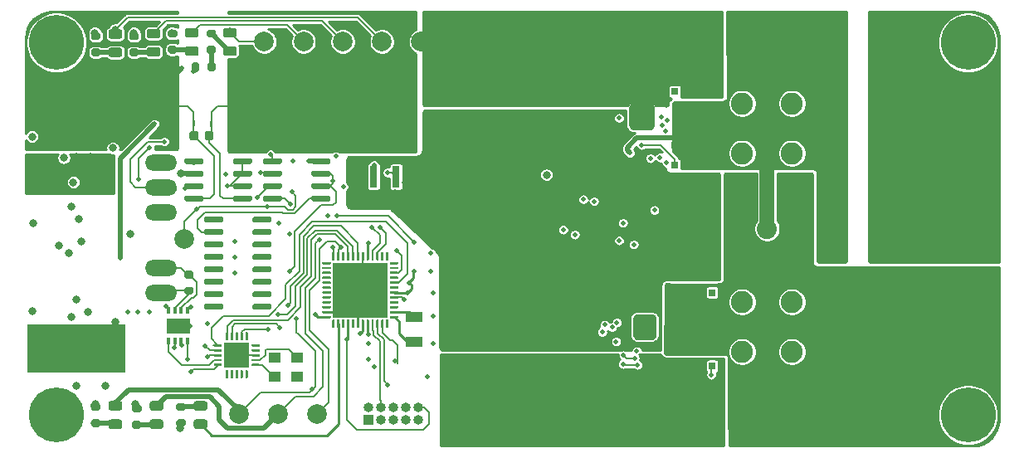
<source format=gbr>
%TF.GenerationSoftware,KiCad,Pcbnew,(5.1.9)-1*%
%TF.CreationDate,2021-05-24T23:59:08-02:30*%
%TF.ProjectId,WPT_TX,5750545f-5458-42e6-9b69-6361645f7063,rev?*%
%TF.SameCoordinates,Original*%
%TF.FileFunction,Copper,L1,Top*%
%TF.FilePolarity,Positive*%
%FSLAX46Y46*%
G04 Gerber Fmt 4.6, Leading zero omitted, Abs format (unit mm)*
G04 Created by KiCad (PCBNEW (5.1.9)-1) date 2021-05-24 23:59:08*
%MOMM*%
%LPD*%
G01*
G04 APERTURE LIST*
%TA.AperFunction,EtchedComponent*%
%ADD10C,0.100000*%
%TD*%
%TA.AperFunction,SMDPad,CuDef*%
%ADD11R,4.500000X4.290000*%
%TD*%
%TA.AperFunction,SMDPad,CuDef*%
%ADD12R,0.700000X0.800000*%
%TD*%
%TA.AperFunction,SMDPad,CuDef*%
%ADD13R,2.500000X2.500000*%
%TD*%
%TA.AperFunction,ComponentPad*%
%ADD14C,0.500000*%
%TD*%
%TA.AperFunction,SMDPad,CuDef*%
%ADD15R,1.800000X1.000000*%
%TD*%
%TA.AperFunction,ComponentPad*%
%ADD16O,3.276600X1.638300*%
%TD*%
%TA.AperFunction,SMDPad,CuDef*%
%ADD17C,0.250000*%
%TD*%
%TA.AperFunction,SMDPad,CuDef*%
%ADD18R,1.000000X3.200000*%
%TD*%
%TA.AperFunction,SMDPad,CuDef*%
%ADD19R,1.300000X1.100000*%
%TD*%
%TA.AperFunction,SMDPad,CuDef*%
%ADD20R,0.800000X2.200000*%
%TD*%
%TA.AperFunction,SMDPad,CuDef*%
%ADD21R,5.800000X6.400000*%
%TD*%
%TA.AperFunction,SMDPad,CuDef*%
%ADD22R,5.600000X5.600000*%
%TD*%
%TA.AperFunction,SMDPad,CuDef*%
%ADD23R,0.350000X0.650000*%
%TD*%
%TA.AperFunction,SMDPad,CuDef*%
%ADD24R,2.400000X1.550000*%
%TD*%
%TA.AperFunction,SMDPad,CuDef*%
%ADD25R,10.000000X5.000000*%
%TD*%
%TA.AperFunction,ComponentPad*%
%ADD26C,2.250000*%
%TD*%
%TA.AperFunction,ComponentPad*%
%ADD27C,2.050000*%
%TD*%
%TA.AperFunction,ComponentPad*%
%ADD28R,1.000000X1.000000*%
%TD*%
%TA.AperFunction,ComponentPad*%
%ADD29O,1.000000X1.000000*%
%TD*%
%TA.AperFunction,ComponentPad*%
%ADD30C,5.600000*%
%TD*%
%TA.AperFunction,ComponentPad*%
%ADD31C,2.000000*%
%TD*%
%TA.AperFunction,ViaPad*%
%ADD32C,0.500000*%
%TD*%
%TA.AperFunction,ViaPad*%
%ADD33C,0.800000*%
%TD*%
%TA.AperFunction,Conductor*%
%ADD34C,0.250000*%
%TD*%
%TA.AperFunction,Conductor*%
%ADD35C,0.200000*%
%TD*%
%TA.AperFunction,Conductor*%
%ADD36C,0.500000*%
%TD*%
%TA.AperFunction,Conductor*%
%ADD37C,1.500000*%
%TD*%
%TA.AperFunction,Conductor*%
%ADD38C,0.254000*%
%TD*%
%TA.AperFunction,Conductor*%
%ADD39C,0.100000*%
%TD*%
G04 APERTURE END LIST*
D10*
%TO.C,NT1*%
G36*
X119125000Y-104400000D02*
G01*
X119125000Y-105050000D01*
X118875000Y-105050000D01*
X118875000Y-104400000D01*
X119125000Y-104400000D01*
G37*
%TO.C,NT2*%
G36*
X120675000Y-105125000D02*
G01*
X120675000Y-104475000D01*
X120925000Y-104475000D01*
X120925000Y-105125000D01*
X120675000Y-105125000D01*
G37*
%TD*%
D11*
%TO.P,Q1,3*%
%TO.N,/HD*%
X170000000Y-112250000D03*
D12*
X171910000Y-114500000D03*
X170640000Y-114500000D03*
X169360000Y-114500000D03*
X168090000Y-114500000D03*
%TO.P,Q1,2*%
%TO.N,/GATE1*%
X168090000Y-109000000D03*
%TO.P,Q1,1*%
%TO.N,/HS_1*%
X169360000Y-109000000D03*
X170640000Y-109000000D03*
X171910000Y-109000000D03*
%TD*%
%TO.P,C37,1*%
%TO.N,/HD*%
%TA.AperFunction,SMDPad,CuDef*%
G36*
G01*
X162000000Y-109900000D02*
X160000000Y-109900000D01*
G75*
G02*
X159750000Y-109650000I0J250000D01*
G01*
X159750000Y-105750000D01*
G75*
G02*
X160000000Y-105500000I250000J0D01*
G01*
X162000000Y-105500000D01*
G75*
G02*
X162250000Y-105750000I0J-250000D01*
G01*
X162250000Y-109650000D01*
G75*
G02*
X162000000Y-109900000I-250000J0D01*
G01*
G37*
%TD.AperFunction*%
%TO.P,C37,2*%
%TO.N,GND*%
%TA.AperFunction,SMDPad,CuDef*%
G36*
G01*
X162000000Y-101500000D02*
X160000000Y-101500000D01*
G75*
G02*
X159750000Y-101250000I0J250000D01*
G01*
X159750000Y-97350000D01*
G75*
G02*
X160000000Y-97100000I250000J0D01*
G01*
X162000000Y-97100000D01*
G75*
G02*
X162250000Y-97350000I0J-250000D01*
G01*
X162250000Y-101250000D01*
G75*
G02*
X162000000Y-101500000I-250000J0D01*
G01*
G37*
%TD.AperFunction*%
%TD*%
%TO.P,U11,1*%
%TO.N,Net-(U11-Pad1)*%
%TA.AperFunction,SMDPad,CuDef*%
G36*
G01*
X122462500Y-130750000D02*
X122337500Y-130750000D01*
G75*
G02*
X122275000Y-130687500I0J62500D01*
G01*
X122275000Y-129987500D01*
G75*
G02*
X122337500Y-129925000I62500J0D01*
G01*
X122462500Y-129925000D01*
G75*
G02*
X122525000Y-129987500I0J-62500D01*
G01*
X122525000Y-130687500D01*
G75*
G02*
X122462500Y-130750000I-62500J0D01*
G01*
G37*
%TD.AperFunction*%
%TO.P,U11,2*%
%TO.N,Net-(U11-Pad2)*%
%TA.AperFunction,SMDPad,CuDef*%
G36*
G01*
X122962500Y-130750000D02*
X122837500Y-130750000D01*
G75*
G02*
X122775000Y-130687500I0J62500D01*
G01*
X122775000Y-129987500D01*
G75*
G02*
X122837500Y-129925000I62500J0D01*
G01*
X122962500Y-129925000D01*
G75*
G02*
X123025000Y-129987500I0J-62500D01*
G01*
X123025000Y-130687500D01*
G75*
G02*
X122962500Y-130750000I-62500J0D01*
G01*
G37*
%TD.AperFunction*%
%TO.P,U11,3*%
%TO.N,Net-(U11-Pad3)*%
%TA.AperFunction,SMDPad,CuDef*%
G36*
G01*
X123462500Y-130750000D02*
X123337500Y-130750000D01*
G75*
G02*
X123275000Y-130687500I0J62500D01*
G01*
X123275000Y-129987500D01*
G75*
G02*
X123337500Y-129925000I62500J0D01*
G01*
X123462500Y-129925000D01*
G75*
G02*
X123525000Y-129987500I0J-62500D01*
G01*
X123525000Y-130687500D01*
G75*
G02*
X123462500Y-130750000I-62500J0D01*
G01*
G37*
%TD.AperFunction*%
%TO.P,U11,4*%
%TO.N,Net-(U11-Pad4)*%
%TA.AperFunction,SMDPad,CuDef*%
G36*
G01*
X123962500Y-130750000D02*
X123837500Y-130750000D01*
G75*
G02*
X123775000Y-130687500I0J62500D01*
G01*
X123775000Y-129987500D01*
G75*
G02*
X123837500Y-129925000I62500J0D01*
G01*
X123962500Y-129925000D01*
G75*
G02*
X124025000Y-129987500I0J-62500D01*
G01*
X124025000Y-130687500D01*
G75*
G02*
X123962500Y-130750000I-62500J0D01*
G01*
G37*
%TD.AperFunction*%
%TO.P,U11,5*%
%TO.N,Net-(U11-Pad5)*%
%TA.AperFunction,SMDPad,CuDef*%
G36*
G01*
X124462500Y-130750000D02*
X124337500Y-130750000D01*
G75*
G02*
X124275000Y-130687500I0J62500D01*
G01*
X124275000Y-129987500D01*
G75*
G02*
X124337500Y-129925000I62500J0D01*
G01*
X124462500Y-129925000D01*
G75*
G02*
X124525000Y-129987500I0J-62500D01*
G01*
X124525000Y-130687500D01*
G75*
G02*
X124462500Y-130750000I-62500J0D01*
G01*
G37*
%TD.AperFunction*%
%TO.P,U11,6*%
%TO.N,Net-(C22-Pad1)*%
%TA.AperFunction,SMDPad,CuDef*%
G36*
G01*
X125687500Y-129525000D02*
X124987500Y-129525000D01*
G75*
G02*
X124925000Y-129462500I0J62500D01*
G01*
X124925000Y-129337500D01*
G75*
G02*
X124987500Y-129275000I62500J0D01*
G01*
X125687500Y-129275000D01*
G75*
G02*
X125750000Y-129337500I0J-62500D01*
G01*
X125750000Y-129462500D01*
G75*
G02*
X125687500Y-129525000I-62500J0D01*
G01*
G37*
%TD.AperFunction*%
%TO.P,U11,7*%
%TO.N,Net-(C23-Pad1)*%
%TA.AperFunction,SMDPad,CuDef*%
G36*
G01*
X125687500Y-129025000D02*
X124987500Y-129025000D01*
G75*
G02*
X124925000Y-128962500I0J62500D01*
G01*
X124925000Y-128837500D01*
G75*
G02*
X124987500Y-128775000I62500J0D01*
G01*
X125687500Y-128775000D01*
G75*
G02*
X125750000Y-128837500I0J-62500D01*
G01*
X125750000Y-128962500D01*
G75*
G02*
X125687500Y-129025000I-62500J0D01*
G01*
G37*
%TD.AperFunction*%
%TO.P,U11,8*%
%TO.N,GND*%
%TA.AperFunction,SMDPad,CuDef*%
G36*
G01*
X125687500Y-128525000D02*
X124987500Y-128525000D01*
G75*
G02*
X124925000Y-128462500I0J62500D01*
G01*
X124925000Y-128337500D01*
G75*
G02*
X124987500Y-128275000I62500J0D01*
G01*
X125687500Y-128275000D01*
G75*
G02*
X125750000Y-128337500I0J-62500D01*
G01*
X125750000Y-128462500D01*
G75*
G02*
X125687500Y-128525000I-62500J0D01*
G01*
G37*
%TD.AperFunction*%
%TO.P,U11,9*%
%TO.N,Net-(U11-Pad9)*%
%TA.AperFunction,SMDPad,CuDef*%
G36*
G01*
X125687500Y-128025000D02*
X124987500Y-128025000D01*
G75*
G02*
X124925000Y-127962500I0J62500D01*
G01*
X124925000Y-127837500D01*
G75*
G02*
X124987500Y-127775000I62500J0D01*
G01*
X125687500Y-127775000D01*
G75*
G02*
X125750000Y-127837500I0J-62500D01*
G01*
X125750000Y-127962500D01*
G75*
G02*
X125687500Y-128025000I-62500J0D01*
G01*
G37*
%TD.AperFunction*%
%TO.P,U11,10*%
%TO.N,Net-(U11-Pad10)*%
%TA.AperFunction,SMDPad,CuDef*%
G36*
G01*
X125687500Y-127525000D02*
X124987500Y-127525000D01*
G75*
G02*
X124925000Y-127462500I0J62500D01*
G01*
X124925000Y-127337500D01*
G75*
G02*
X124987500Y-127275000I62500J0D01*
G01*
X125687500Y-127275000D01*
G75*
G02*
X125750000Y-127337500I0J-62500D01*
G01*
X125750000Y-127462500D01*
G75*
G02*
X125687500Y-127525000I-62500J0D01*
G01*
G37*
%TD.AperFunction*%
%TO.P,U11,11*%
%TO.N,Net-(U11-Pad11)*%
%TA.AperFunction,SMDPad,CuDef*%
G36*
G01*
X124462500Y-126875000D02*
X124337500Y-126875000D01*
G75*
G02*
X124275000Y-126812500I0J62500D01*
G01*
X124275000Y-126112500D01*
G75*
G02*
X124337500Y-126050000I62500J0D01*
G01*
X124462500Y-126050000D01*
G75*
G02*
X124525000Y-126112500I0J-62500D01*
G01*
X124525000Y-126812500D01*
G75*
G02*
X124462500Y-126875000I-62500J0D01*
G01*
G37*
%TD.AperFunction*%
%TO.P,U11,12*%
%TO.N,/SPI0_SCLK*%
%TA.AperFunction,SMDPad,CuDef*%
G36*
G01*
X123962500Y-126875000D02*
X123837500Y-126875000D01*
G75*
G02*
X123775000Y-126812500I0J62500D01*
G01*
X123775000Y-126112500D01*
G75*
G02*
X123837500Y-126050000I62500J0D01*
G01*
X123962500Y-126050000D01*
G75*
G02*
X124025000Y-126112500I0J-62500D01*
G01*
X124025000Y-126812500D01*
G75*
G02*
X123962500Y-126875000I-62500J0D01*
G01*
G37*
%TD.AperFunction*%
%TO.P,U11,13*%
%TO.N,Net-(U11-Pad13)*%
%TA.AperFunction,SMDPad,CuDef*%
G36*
G01*
X123462500Y-126875000D02*
X123337500Y-126875000D01*
G75*
G02*
X123275000Y-126812500I0J62500D01*
G01*
X123275000Y-126112500D01*
G75*
G02*
X123337500Y-126050000I62500J0D01*
G01*
X123462500Y-126050000D01*
G75*
G02*
X123525000Y-126112500I0J-62500D01*
G01*
X123525000Y-126812500D01*
G75*
G02*
X123462500Y-126875000I-62500J0D01*
G01*
G37*
%TD.AperFunction*%
%TO.P,U11,14*%
%TO.N,/SPI0_MOSI*%
%TA.AperFunction,SMDPad,CuDef*%
G36*
G01*
X122962500Y-126875000D02*
X122837500Y-126875000D01*
G75*
G02*
X122775000Y-126812500I0J62500D01*
G01*
X122775000Y-126112500D01*
G75*
G02*
X122837500Y-126050000I62500J0D01*
G01*
X122962500Y-126050000D01*
G75*
G02*
X123025000Y-126112500I0J-62500D01*
G01*
X123025000Y-126812500D01*
G75*
G02*
X122962500Y-126875000I-62500J0D01*
G01*
G37*
%TD.AperFunction*%
%TO.P,U11,15*%
%TO.N,/SPI0_MISO*%
%TA.AperFunction,SMDPad,CuDef*%
G36*
G01*
X122462500Y-126875000D02*
X122337500Y-126875000D01*
G75*
G02*
X122275000Y-126812500I0J62500D01*
G01*
X122275000Y-126112500D01*
G75*
G02*
X122337500Y-126050000I62500J0D01*
G01*
X122462500Y-126050000D01*
G75*
G02*
X122525000Y-126112500I0J-62500D01*
G01*
X122525000Y-126812500D01*
G75*
G02*
X122462500Y-126875000I-62500J0D01*
G01*
G37*
%TD.AperFunction*%
%TO.P,U11,16*%
%TO.N,/SPI0_CS*%
%TA.AperFunction,SMDPad,CuDef*%
G36*
G01*
X121812500Y-127525000D02*
X121112500Y-127525000D01*
G75*
G02*
X121050000Y-127462500I0J62500D01*
G01*
X121050000Y-127337500D01*
G75*
G02*
X121112500Y-127275000I62500J0D01*
G01*
X121812500Y-127275000D01*
G75*
G02*
X121875000Y-127337500I0J-62500D01*
G01*
X121875000Y-127462500D01*
G75*
G02*
X121812500Y-127525000I-62500J0D01*
G01*
G37*
%TD.AperFunction*%
%TO.P,U11,17*%
%TO.N,Net-(R23-Pad2)*%
%TA.AperFunction,SMDPad,CuDef*%
G36*
G01*
X121812500Y-128025000D02*
X121112500Y-128025000D01*
G75*
G02*
X121050000Y-127962500I0J62500D01*
G01*
X121050000Y-127837500D01*
G75*
G02*
X121112500Y-127775000I62500J0D01*
G01*
X121812500Y-127775000D01*
G75*
G02*
X121875000Y-127837500I0J-62500D01*
G01*
X121875000Y-127962500D01*
G75*
G02*
X121812500Y-128025000I-62500J0D01*
G01*
G37*
%TD.AperFunction*%
%TO.P,U11,18*%
%TO.N,+3V3*%
%TA.AperFunction,SMDPad,CuDef*%
G36*
G01*
X121812500Y-128525000D02*
X121112500Y-128525000D01*
G75*
G02*
X121050000Y-128462500I0J62500D01*
G01*
X121050000Y-128337500D01*
G75*
G02*
X121112500Y-128275000I62500J0D01*
G01*
X121812500Y-128275000D01*
G75*
G02*
X121875000Y-128337500I0J-62500D01*
G01*
X121875000Y-128462500D01*
G75*
G02*
X121812500Y-128525000I-62500J0D01*
G01*
G37*
%TD.AperFunction*%
%TO.P,U11,19*%
%TO.N,Net-(U11-Pad19)*%
%TA.AperFunction,SMDPad,CuDef*%
G36*
G01*
X121812500Y-129025000D02*
X121112500Y-129025000D01*
G75*
G02*
X121050000Y-128962500I0J62500D01*
G01*
X121050000Y-128837500D01*
G75*
G02*
X121112500Y-128775000I62500J0D01*
G01*
X121812500Y-128775000D01*
G75*
G02*
X121875000Y-128837500I0J-62500D01*
G01*
X121875000Y-128962500D01*
G75*
G02*
X121812500Y-129025000I-62500J0D01*
G01*
G37*
%TD.AperFunction*%
%TO.P,U11,20*%
%TO.N,Net-(U11-Pad20)*%
%TA.AperFunction,SMDPad,CuDef*%
G36*
G01*
X121812500Y-129525000D02*
X121112500Y-129525000D01*
G75*
G02*
X121050000Y-129462500I0J62500D01*
G01*
X121050000Y-129337500D01*
G75*
G02*
X121112500Y-129275000I62500J0D01*
G01*
X121812500Y-129275000D01*
G75*
G02*
X121875000Y-129337500I0J-62500D01*
G01*
X121875000Y-129462500D01*
G75*
G02*
X121812500Y-129525000I-62500J0D01*
G01*
G37*
%TD.AperFunction*%
D13*
%TO.P,U11,21*%
%TO.N,GND*%
X123400000Y-128400000D03*
D14*
X122400000Y-129400000D03*
X122400000Y-127400000D03*
X124400000Y-129400000D03*
X124400000Y-127400000D03*
%TD*%
D15*
%TO.P,Y1,1*%
%TO.N,Net-(C12-Pad1)*%
X141500000Y-127000000D03*
%TO.P,Y1,2*%
%TO.N,Net-(C13-Pad1)*%
X141500000Y-124500000D03*
%TD*%
D16*
%TO.P,J7,2*%
%TO.N,/UART_RX*%
X115620000Y-111250000D03*
%TO.P,J7,1*%
%TO.N,/UART_TX*%
X115620000Y-113790000D03*
%TO.P,J7,3*%
%TO.N,GND*%
X115620000Y-108710000D03*
%TD*%
D11*
%TO.P,Q2,3*%
%TO.N,/HS_1*%
X170000000Y-104750000D03*
D12*
X171910000Y-107000000D03*
X170640000Y-107000000D03*
X169360000Y-107000000D03*
X168090000Y-107000000D03*
%TO.P,Q2,2*%
%TO.N,/GATE3*%
X168090000Y-101500000D03*
%TO.P,Q2,1*%
%TO.N,GND*%
X169360000Y-101500000D03*
X170640000Y-101500000D03*
X171910000Y-101500000D03*
%TD*%
D11*
%TO.P,Q3,3*%
%TO.N,/HD*%
X170000000Y-118750000D03*
D12*
X168090000Y-116500000D03*
X169360000Y-116500000D03*
X170640000Y-116500000D03*
X171910000Y-116500000D03*
%TO.P,Q3,2*%
%TO.N,/GATE2*%
X171910000Y-122000000D03*
%TO.P,Q3,1*%
%TO.N,/HS_2*%
X170640000Y-122000000D03*
X169360000Y-122000000D03*
X168090000Y-122000000D03*
%TD*%
D11*
%TO.P,Q4,3*%
%TO.N,/HS_2*%
X170000000Y-126250000D03*
D12*
X168090000Y-124000000D03*
X169360000Y-124000000D03*
X170640000Y-124000000D03*
X171910000Y-124000000D03*
%TO.P,Q4,2*%
%TO.N,/GATE4*%
X171910000Y-129500000D03*
%TO.P,Q4,1*%
%TO.N,GND*%
X170640000Y-129500000D03*
X169360000Y-129500000D03*
X168090000Y-129500000D03*
%TD*%
D16*
%TO.P,J8,1*%
%TO.N,/CANH*%
X115620000Y-122020000D03*
%TO.P,J8,2*%
%TO.N,/CANL*%
X115620000Y-119480000D03*
%TD*%
D17*
%TO.P,NT1,1*%
%TO.N,+24V*%
X119000000Y-104400000D03*
%TO.P,NT1,2*%
%TO.N,/I_IN+*%
X119000000Y-105050000D03*
%TD*%
%TO.P,NT2,2*%
%TO.N,Net-(NT2-Pad2)*%
X120800000Y-104475000D03*
%TO.P,NT2,1*%
%TO.N,/I_IN-*%
X120800000Y-105125000D03*
%TD*%
D18*
%TO.P,R8,1*%
%TO.N,Net-(NT2-Pad2)*%
X123100000Y-103000000D03*
%TO.P,R8,2*%
%TO.N,+24V*%
X116900000Y-103000000D03*
%TD*%
D19*
%TO.P,Y2,1*%
%TO.N,Net-(C22-Pad1)*%
X127250000Y-130550000D03*
%TO.P,Y2,2*%
%TO.N,GND*%
X129550000Y-130550000D03*
%TO.P,Y2,3*%
%TO.N,Net-(C23-Pad1)*%
X129550000Y-128650000D03*
%TO.P,Y2,2*%
%TO.N,GND*%
X127250000Y-128650000D03*
%TD*%
%TO.P,U1,1*%
%TO.N,/I_IN-*%
%TA.AperFunction,SMDPad,CuDef*%
G36*
G01*
X124950000Y-112255000D02*
X124950000Y-112555000D01*
G75*
G02*
X124800000Y-112705000I-150000J0D01*
G01*
X123150000Y-112705000D01*
G75*
G02*
X123000000Y-112555000I0J150000D01*
G01*
X123000000Y-112255000D01*
G75*
G02*
X123150000Y-112105000I150000J0D01*
G01*
X124800000Y-112105000D01*
G75*
G02*
X124950000Y-112255000I0J-150000D01*
G01*
G37*
%TD.AperFunction*%
%TO.P,U1,2*%
%TO.N,GND*%
%TA.AperFunction,SMDPad,CuDef*%
G36*
G01*
X124950000Y-110985000D02*
X124950000Y-111285000D01*
G75*
G02*
X124800000Y-111435000I-150000J0D01*
G01*
X123150000Y-111435000D01*
G75*
G02*
X123000000Y-111285000I0J150000D01*
G01*
X123000000Y-110985000D01*
G75*
G02*
X123150000Y-110835000I150000J0D01*
G01*
X124800000Y-110835000D01*
G75*
G02*
X124950000Y-110985000I0J-150000D01*
G01*
G37*
%TD.AperFunction*%
%TO.P,U1,3*%
%TA.AperFunction,SMDPad,CuDef*%
G36*
G01*
X124950000Y-109715000D02*
X124950000Y-110015000D01*
G75*
G02*
X124800000Y-110165000I-150000J0D01*
G01*
X123150000Y-110165000D01*
G75*
G02*
X123000000Y-110015000I0J150000D01*
G01*
X123000000Y-109715000D01*
G75*
G02*
X123150000Y-109565000I150000J0D01*
G01*
X124800000Y-109565000D01*
G75*
G02*
X124950000Y-109715000I0J-150000D01*
G01*
G37*
%TD.AperFunction*%
%TO.P,U1,4*%
%TA.AperFunction,SMDPad,CuDef*%
G36*
G01*
X124950000Y-108445000D02*
X124950000Y-108745000D01*
G75*
G02*
X124800000Y-108895000I-150000J0D01*
G01*
X123150000Y-108895000D01*
G75*
G02*
X123000000Y-108745000I0J150000D01*
G01*
X123000000Y-108445000D01*
G75*
G02*
X123150000Y-108295000I150000J0D01*
G01*
X124800000Y-108295000D01*
G75*
G02*
X124950000Y-108445000I0J-150000D01*
G01*
G37*
%TD.AperFunction*%
%TO.P,U1,5*%
%TO.N,Net-(R1-Pad2)*%
%TA.AperFunction,SMDPad,CuDef*%
G36*
G01*
X120000000Y-108445000D02*
X120000000Y-108745000D01*
G75*
G02*
X119850000Y-108895000I-150000J0D01*
G01*
X118200000Y-108895000D01*
G75*
G02*
X118050000Y-108745000I0J150000D01*
G01*
X118050000Y-108445000D01*
G75*
G02*
X118200000Y-108295000I150000J0D01*
G01*
X119850000Y-108295000D01*
G75*
G02*
X120000000Y-108445000I0J-150000D01*
G01*
G37*
%TD.AperFunction*%
%TO.P,U1,6*%
%TO.N,+5V*%
%TA.AperFunction,SMDPad,CuDef*%
G36*
G01*
X120000000Y-109715000D02*
X120000000Y-110015000D01*
G75*
G02*
X119850000Y-110165000I-150000J0D01*
G01*
X118200000Y-110165000D01*
G75*
G02*
X118050000Y-110015000I0J150000D01*
G01*
X118050000Y-109715000D01*
G75*
G02*
X118200000Y-109565000I150000J0D01*
G01*
X119850000Y-109565000D01*
G75*
G02*
X120000000Y-109715000I0J-150000D01*
G01*
G37*
%TD.AperFunction*%
%TO.P,U1,7*%
%TO.N,GND*%
%TA.AperFunction,SMDPad,CuDef*%
G36*
G01*
X120000000Y-110985000D02*
X120000000Y-111285000D01*
G75*
G02*
X119850000Y-111435000I-150000J0D01*
G01*
X118200000Y-111435000D01*
G75*
G02*
X118050000Y-111285000I0J150000D01*
G01*
X118050000Y-110985000D01*
G75*
G02*
X118200000Y-110835000I150000J0D01*
G01*
X119850000Y-110835000D01*
G75*
G02*
X120000000Y-110985000I0J-150000D01*
G01*
G37*
%TD.AperFunction*%
%TO.P,U1,8*%
%TO.N,/I_IN+*%
%TA.AperFunction,SMDPad,CuDef*%
G36*
G01*
X120000000Y-112255000D02*
X120000000Y-112555000D01*
G75*
G02*
X119850000Y-112705000I-150000J0D01*
G01*
X118200000Y-112705000D01*
G75*
G02*
X118050000Y-112555000I0J150000D01*
G01*
X118050000Y-112255000D01*
G75*
G02*
X118200000Y-112105000I150000J0D01*
G01*
X119850000Y-112105000D01*
G75*
G02*
X120000000Y-112255000I0J-150000D01*
G01*
G37*
%TD.AperFunction*%
%TD*%
D20*
%TO.P,U7,1*%
%TO.N,/HD*%
X136220000Y-110200000D03*
%TO.P,U7,2*%
%TO.N,/FAULT_OL*%
X137360000Y-110200000D03*
%TO.P,U7,4*%
%TO.N,Net-(R14-Pad2)*%
X139640000Y-110200000D03*
%TO.P,U7,5*%
%TO.N,/HD*%
X140780000Y-110200000D03*
D21*
%TO.P,U7,3*%
%TO.N,Net-(NT2-Pad2)*%
X138500000Y-103900000D03*
%TD*%
%TO.P,U9,1*%
%TO.N,Net-(C12-Pad1)*%
%TA.AperFunction,SMDPad,CuDef*%
G36*
G01*
X139875000Y-124437500D02*
X139875000Y-124562500D01*
G75*
G02*
X139812500Y-124625000I-62500J0D01*
G01*
X139062500Y-124625000D01*
G75*
G02*
X139000000Y-124562500I0J62500D01*
G01*
X139000000Y-124437500D01*
G75*
G02*
X139062500Y-124375000I62500J0D01*
G01*
X139812500Y-124375000D01*
G75*
G02*
X139875000Y-124437500I0J-62500D01*
G01*
G37*
%TD.AperFunction*%
%TO.P,U9,2*%
%TO.N,Net-(C13-Pad1)*%
%TA.AperFunction,SMDPad,CuDef*%
G36*
G01*
X139875000Y-123937500D02*
X139875000Y-124062500D01*
G75*
G02*
X139812500Y-124125000I-62500J0D01*
G01*
X139062500Y-124125000D01*
G75*
G02*
X139000000Y-124062500I0J62500D01*
G01*
X139000000Y-123937500D01*
G75*
G02*
X139062500Y-123875000I62500J0D01*
G01*
X139812500Y-123875000D01*
G75*
G02*
X139875000Y-123937500I0J-62500D01*
G01*
G37*
%TD.AperFunction*%
%TO.P,U9,3*%
%TO.N,Net-(U9-Pad3)*%
%TA.AperFunction,SMDPad,CuDef*%
G36*
G01*
X139875000Y-123437500D02*
X139875000Y-123562500D01*
G75*
G02*
X139812500Y-123625000I-62500J0D01*
G01*
X139062500Y-123625000D01*
G75*
G02*
X139000000Y-123562500I0J62500D01*
G01*
X139000000Y-123437500D01*
G75*
G02*
X139062500Y-123375000I62500J0D01*
G01*
X139812500Y-123375000D01*
G75*
G02*
X139875000Y-123437500I0J-62500D01*
G01*
G37*
%TD.AperFunction*%
%TO.P,U9,4*%
%TO.N,Net-(U9-Pad4)*%
%TA.AperFunction,SMDPad,CuDef*%
G36*
G01*
X139875000Y-122937500D02*
X139875000Y-123062500D01*
G75*
G02*
X139812500Y-123125000I-62500J0D01*
G01*
X139062500Y-123125000D01*
G75*
G02*
X139000000Y-123062500I0J62500D01*
G01*
X139000000Y-122937500D01*
G75*
G02*
X139062500Y-122875000I62500J0D01*
G01*
X139812500Y-122875000D01*
G75*
G02*
X139875000Y-122937500I0J-62500D01*
G01*
G37*
%TD.AperFunction*%
%TO.P,U9,5*%
%TO.N,GND*%
%TA.AperFunction,SMDPad,CuDef*%
G36*
G01*
X139875000Y-122437500D02*
X139875000Y-122562500D01*
G75*
G02*
X139812500Y-122625000I-62500J0D01*
G01*
X139062500Y-122625000D01*
G75*
G02*
X139000000Y-122562500I0J62500D01*
G01*
X139000000Y-122437500D01*
G75*
G02*
X139062500Y-122375000I62500J0D01*
G01*
X139812500Y-122375000D01*
G75*
G02*
X139875000Y-122437500I0J-62500D01*
G01*
G37*
%TD.AperFunction*%
%TO.P,U9,6*%
%TO.N,/3V3_Filt*%
%TA.AperFunction,SMDPad,CuDef*%
G36*
G01*
X139875000Y-121937500D02*
X139875000Y-122062500D01*
G75*
G02*
X139812500Y-122125000I-62500J0D01*
G01*
X139062500Y-122125000D01*
G75*
G02*
X139000000Y-122062500I0J62500D01*
G01*
X139000000Y-121937500D01*
G75*
G02*
X139062500Y-121875000I62500J0D01*
G01*
X139812500Y-121875000D01*
G75*
G02*
X139875000Y-121937500I0J-62500D01*
G01*
G37*
%TD.AperFunction*%
%TO.P,U9,7*%
%TO.N,Net-(U9-Pad7)*%
%TA.AperFunction,SMDPad,CuDef*%
G36*
G01*
X139875000Y-121437500D02*
X139875000Y-121562500D01*
G75*
G02*
X139812500Y-121625000I-62500J0D01*
G01*
X139062500Y-121625000D01*
G75*
G02*
X139000000Y-121562500I0J62500D01*
G01*
X139000000Y-121437500D01*
G75*
G02*
X139062500Y-121375000I62500J0D01*
G01*
X139812500Y-121375000D01*
G75*
G02*
X139875000Y-121437500I0J-62500D01*
G01*
G37*
%TD.AperFunction*%
%TO.P,U9,8*%
%TO.N,/SPI0_CS*%
%TA.AperFunction,SMDPad,CuDef*%
G36*
G01*
X139875000Y-120937500D02*
X139875000Y-121062500D01*
G75*
G02*
X139812500Y-121125000I-62500J0D01*
G01*
X139062500Y-121125000D01*
G75*
G02*
X139000000Y-121062500I0J62500D01*
G01*
X139000000Y-120937500D01*
G75*
G02*
X139062500Y-120875000I62500J0D01*
G01*
X139812500Y-120875000D01*
G75*
G02*
X139875000Y-120937500I0J-62500D01*
G01*
G37*
%TD.AperFunction*%
%TO.P,U9,9*%
%TO.N,Net-(U9-Pad9)*%
%TA.AperFunction,SMDPad,CuDef*%
G36*
G01*
X139875000Y-120437500D02*
X139875000Y-120562500D01*
G75*
G02*
X139812500Y-120625000I-62500J0D01*
G01*
X139062500Y-120625000D01*
G75*
G02*
X139000000Y-120562500I0J62500D01*
G01*
X139000000Y-120437500D01*
G75*
G02*
X139062500Y-120375000I62500J0D01*
G01*
X139812500Y-120375000D01*
G75*
G02*
X139875000Y-120437500I0J-62500D01*
G01*
G37*
%TD.AperFunction*%
%TO.P,U9,10*%
%TO.N,Net-(R28-Pad1)*%
%TA.AperFunction,SMDPad,CuDef*%
G36*
G01*
X139875000Y-119937500D02*
X139875000Y-120062500D01*
G75*
G02*
X139812500Y-120125000I-62500J0D01*
G01*
X139062500Y-120125000D01*
G75*
G02*
X139000000Y-120062500I0J62500D01*
G01*
X139000000Y-119937500D01*
G75*
G02*
X139062500Y-119875000I62500J0D01*
G01*
X139812500Y-119875000D01*
G75*
G02*
X139875000Y-119937500I0J-62500D01*
G01*
G37*
%TD.AperFunction*%
%TO.P,U9,11*%
%TO.N,Net-(U9-Pad11)*%
%TA.AperFunction,SMDPad,CuDef*%
G36*
G01*
X139875000Y-119437500D02*
X139875000Y-119562500D01*
G75*
G02*
X139812500Y-119625000I-62500J0D01*
G01*
X139062500Y-119625000D01*
G75*
G02*
X139000000Y-119562500I0J62500D01*
G01*
X139000000Y-119437500D01*
G75*
G02*
X139062500Y-119375000I62500J0D01*
G01*
X139812500Y-119375000D01*
G75*
G02*
X139875000Y-119437500I0J-62500D01*
G01*
G37*
%TD.AperFunction*%
%TO.P,U9,12*%
%TO.N,Net-(U9-Pad12)*%
%TA.AperFunction,SMDPad,CuDef*%
G36*
G01*
X139875000Y-118937500D02*
X139875000Y-119062500D01*
G75*
G02*
X139812500Y-119125000I-62500J0D01*
G01*
X139062500Y-119125000D01*
G75*
G02*
X139000000Y-119062500I0J62500D01*
G01*
X139000000Y-118937500D01*
G75*
G02*
X139062500Y-118875000I62500J0D01*
G01*
X139812500Y-118875000D01*
G75*
G02*
X139875000Y-118937500I0J-62500D01*
G01*
G37*
%TD.AperFunction*%
%TO.P,U9,13*%
%TO.N,Net-(U9-Pad13)*%
%TA.AperFunction,SMDPad,CuDef*%
G36*
G01*
X138875000Y-117937500D02*
X138875000Y-118687500D01*
G75*
G02*
X138812500Y-118750000I-62500J0D01*
G01*
X138687500Y-118750000D01*
G75*
G02*
X138625000Y-118687500I0J62500D01*
G01*
X138625000Y-117937500D01*
G75*
G02*
X138687500Y-117875000I62500J0D01*
G01*
X138812500Y-117875000D01*
G75*
G02*
X138875000Y-117937500I0J-62500D01*
G01*
G37*
%TD.AperFunction*%
%TO.P,U9,14*%
%TO.N,Net-(U9-Pad14)*%
%TA.AperFunction,SMDPad,CuDef*%
G36*
G01*
X138375000Y-117937500D02*
X138375000Y-118687500D01*
G75*
G02*
X138312500Y-118750000I-62500J0D01*
G01*
X138187500Y-118750000D01*
G75*
G02*
X138125000Y-118687500I0J62500D01*
G01*
X138125000Y-117937500D01*
G75*
G02*
X138187500Y-117875000I62500J0D01*
G01*
X138312500Y-117875000D01*
G75*
G02*
X138375000Y-117937500I0J-62500D01*
G01*
G37*
%TD.AperFunction*%
%TO.P,U9,15*%
%TO.N,/UART_TX*%
%TA.AperFunction,SMDPad,CuDef*%
G36*
G01*
X137875000Y-117937500D02*
X137875000Y-118687500D01*
G75*
G02*
X137812500Y-118750000I-62500J0D01*
G01*
X137687500Y-118750000D01*
G75*
G02*
X137625000Y-118687500I0J62500D01*
G01*
X137625000Y-117937500D01*
G75*
G02*
X137687500Y-117875000I62500J0D01*
G01*
X137812500Y-117875000D01*
G75*
G02*
X137875000Y-117937500I0J-62500D01*
G01*
G37*
%TD.AperFunction*%
%TO.P,U9,16*%
%TO.N,/UART_RX*%
%TA.AperFunction,SMDPad,CuDef*%
G36*
G01*
X137375000Y-117937500D02*
X137375000Y-118687500D01*
G75*
G02*
X137312500Y-118750000I-62500J0D01*
G01*
X137187500Y-118750000D01*
G75*
G02*
X137125000Y-118687500I0J62500D01*
G01*
X137125000Y-117937500D01*
G75*
G02*
X137187500Y-117875000I62500J0D01*
G01*
X137312500Y-117875000D01*
G75*
G02*
X137375000Y-117937500I0J-62500D01*
G01*
G37*
%TD.AperFunction*%
%TO.P,U9,17*%
%TO.N,+3V3*%
%TA.AperFunction,SMDPad,CuDef*%
G36*
G01*
X136875000Y-117937500D02*
X136875000Y-118687500D01*
G75*
G02*
X136812500Y-118750000I-62500J0D01*
G01*
X136687500Y-118750000D01*
G75*
G02*
X136625000Y-118687500I0J62500D01*
G01*
X136625000Y-117937500D01*
G75*
G02*
X136687500Y-117875000I62500J0D01*
G01*
X136812500Y-117875000D01*
G75*
G02*
X136875000Y-117937500I0J-62500D01*
G01*
G37*
%TD.AperFunction*%
%TO.P,U9,18*%
%TO.N,GND*%
%TA.AperFunction,SMDPad,CuDef*%
G36*
G01*
X136375000Y-117937500D02*
X136375000Y-118687500D01*
G75*
G02*
X136312500Y-118750000I-62500J0D01*
G01*
X136187500Y-118750000D01*
G75*
G02*
X136125000Y-118687500I0J62500D01*
G01*
X136125000Y-117937500D01*
G75*
G02*
X136187500Y-117875000I62500J0D01*
G01*
X136312500Y-117875000D01*
G75*
G02*
X136375000Y-117937500I0J-62500D01*
G01*
G37*
%TD.AperFunction*%
%TO.P,U9,19*%
%TO.N,/SPI0_MOSI*%
%TA.AperFunction,SMDPad,CuDef*%
G36*
G01*
X135875000Y-117937500D02*
X135875000Y-118687500D01*
G75*
G02*
X135812500Y-118750000I-62500J0D01*
G01*
X135687500Y-118750000D01*
G75*
G02*
X135625000Y-118687500I0J62500D01*
G01*
X135625000Y-117937500D01*
G75*
G02*
X135687500Y-117875000I62500J0D01*
G01*
X135812500Y-117875000D01*
G75*
G02*
X135875000Y-117937500I0J-62500D01*
G01*
G37*
%TD.AperFunction*%
%TO.P,U9,20*%
%TO.N,/SPI0_SCLK*%
%TA.AperFunction,SMDPad,CuDef*%
G36*
G01*
X135375000Y-117937500D02*
X135375000Y-118687500D01*
G75*
G02*
X135312500Y-118750000I-62500J0D01*
G01*
X135187500Y-118750000D01*
G75*
G02*
X135125000Y-118687500I0J62500D01*
G01*
X135125000Y-117937500D01*
G75*
G02*
X135187500Y-117875000I62500J0D01*
G01*
X135312500Y-117875000D01*
G75*
G02*
X135375000Y-117937500I0J-62500D01*
G01*
G37*
%TD.AperFunction*%
%TO.P,U9,21*%
%TO.N,/SPI0_MISO*%
%TA.AperFunction,SMDPad,CuDef*%
G36*
G01*
X134875000Y-117937500D02*
X134875000Y-118687500D01*
G75*
G02*
X134812500Y-118750000I-62500J0D01*
G01*
X134687500Y-118750000D01*
G75*
G02*
X134625000Y-118687500I0J62500D01*
G01*
X134625000Y-117937500D01*
G75*
G02*
X134687500Y-117875000I62500J0D01*
G01*
X134812500Y-117875000D01*
G75*
G02*
X134875000Y-117937500I0J-62500D01*
G01*
G37*
%TD.AperFunction*%
%TO.P,U9,22*%
%TO.N,Net-(U9-Pad22)*%
%TA.AperFunction,SMDPad,CuDef*%
G36*
G01*
X134375000Y-117937500D02*
X134375000Y-118687500D01*
G75*
G02*
X134312500Y-118750000I-62500J0D01*
G01*
X134187500Y-118750000D01*
G75*
G02*
X134125000Y-118687500I0J62500D01*
G01*
X134125000Y-117937500D01*
G75*
G02*
X134187500Y-117875000I62500J0D01*
G01*
X134312500Y-117875000D01*
G75*
G02*
X134375000Y-117937500I0J-62500D01*
G01*
G37*
%TD.AperFunction*%
%TO.P,U9,23*%
%TO.N,/HBridge_PWM*%
%TA.AperFunction,SMDPad,CuDef*%
G36*
G01*
X133875000Y-117937500D02*
X133875000Y-118687500D01*
G75*
G02*
X133812500Y-118750000I-62500J0D01*
G01*
X133687500Y-118750000D01*
G75*
G02*
X133625000Y-118687500I0J62500D01*
G01*
X133625000Y-117937500D01*
G75*
G02*
X133687500Y-117875000I62500J0D01*
G01*
X133812500Y-117875000D01*
G75*
G02*
X133875000Y-117937500I0J-62500D01*
G01*
G37*
%TD.AperFunction*%
%TO.P,U9,24*%
%TO.N,/HBridge_EN*%
%TA.AperFunction,SMDPad,CuDef*%
G36*
G01*
X133375000Y-117937500D02*
X133375000Y-118687500D01*
G75*
G02*
X133312500Y-118750000I-62500J0D01*
G01*
X133187500Y-118750000D01*
G75*
G02*
X133125000Y-118687500I0J62500D01*
G01*
X133125000Y-117937500D01*
G75*
G02*
X133187500Y-117875000I62500J0D01*
G01*
X133312500Y-117875000D01*
G75*
G02*
X133375000Y-117937500I0J-62500D01*
G01*
G37*
%TD.AperFunction*%
%TO.P,U9,25*%
%TO.N,Net-(U9-Pad25)*%
%TA.AperFunction,SMDPad,CuDef*%
G36*
G01*
X133000000Y-118937500D02*
X133000000Y-119062500D01*
G75*
G02*
X132937500Y-119125000I-62500J0D01*
G01*
X132187500Y-119125000D01*
G75*
G02*
X132125000Y-119062500I0J62500D01*
G01*
X132125000Y-118937500D01*
G75*
G02*
X132187500Y-118875000I62500J0D01*
G01*
X132937500Y-118875000D01*
G75*
G02*
X133000000Y-118937500I0J-62500D01*
G01*
G37*
%TD.AperFunction*%
%TO.P,U9,26*%
%TO.N,Net-(U9-Pad26)*%
%TA.AperFunction,SMDPad,CuDef*%
G36*
G01*
X133000000Y-119437500D02*
X133000000Y-119562500D01*
G75*
G02*
X132937500Y-119625000I-62500J0D01*
G01*
X132187500Y-119625000D01*
G75*
G02*
X132125000Y-119562500I0J62500D01*
G01*
X132125000Y-119437500D01*
G75*
G02*
X132187500Y-119375000I62500J0D01*
G01*
X132937500Y-119375000D01*
G75*
G02*
X133000000Y-119437500I0J-62500D01*
G01*
G37*
%TD.AperFunction*%
%TO.P,U9,27*%
%TO.N,Net-(U9-Pad27)*%
%TA.AperFunction,SMDPad,CuDef*%
G36*
G01*
X133000000Y-119937500D02*
X133000000Y-120062500D01*
G75*
G02*
X132937500Y-120125000I-62500J0D01*
G01*
X132187500Y-120125000D01*
G75*
G02*
X132125000Y-120062500I0J62500D01*
G01*
X132125000Y-119937500D01*
G75*
G02*
X132187500Y-119875000I62500J0D01*
G01*
X132937500Y-119875000D01*
G75*
G02*
X133000000Y-119937500I0J-62500D01*
G01*
G37*
%TD.AperFunction*%
%TO.P,U9,28*%
%TO.N,Net-(U9-Pad28)*%
%TA.AperFunction,SMDPad,CuDef*%
G36*
G01*
X133000000Y-120437500D02*
X133000000Y-120562500D01*
G75*
G02*
X132937500Y-120625000I-62500J0D01*
G01*
X132187500Y-120625000D01*
G75*
G02*
X132125000Y-120562500I0J62500D01*
G01*
X132125000Y-120437500D01*
G75*
G02*
X132187500Y-120375000I62500J0D01*
G01*
X132937500Y-120375000D01*
G75*
G02*
X133000000Y-120437500I0J-62500D01*
G01*
G37*
%TD.AperFunction*%
%TO.P,U9,29*%
%TO.N,Net-(U9-Pad29)*%
%TA.AperFunction,SMDPad,CuDef*%
G36*
G01*
X133000000Y-120937500D02*
X133000000Y-121062500D01*
G75*
G02*
X132937500Y-121125000I-62500J0D01*
G01*
X132187500Y-121125000D01*
G75*
G02*
X132125000Y-121062500I0J62500D01*
G01*
X132125000Y-120937500D01*
G75*
G02*
X132187500Y-120875000I62500J0D01*
G01*
X132937500Y-120875000D01*
G75*
G02*
X133000000Y-120937500I0J-62500D01*
G01*
G37*
%TD.AperFunction*%
%TO.P,U9,30*%
%TO.N,Net-(U9-Pad30)*%
%TA.AperFunction,SMDPad,CuDef*%
G36*
G01*
X133000000Y-121437500D02*
X133000000Y-121562500D01*
G75*
G02*
X132937500Y-121625000I-62500J0D01*
G01*
X132187500Y-121625000D01*
G75*
G02*
X132125000Y-121562500I0J62500D01*
G01*
X132125000Y-121437500D01*
G75*
G02*
X132187500Y-121375000I62500J0D01*
G01*
X132937500Y-121375000D01*
G75*
G02*
X133000000Y-121437500I0J-62500D01*
G01*
G37*
%TD.AperFunction*%
%TO.P,U9,31*%
%TO.N,Net-(U9-Pad31)*%
%TA.AperFunction,SMDPad,CuDef*%
G36*
G01*
X133000000Y-121937500D02*
X133000000Y-122062500D01*
G75*
G02*
X132937500Y-122125000I-62500J0D01*
G01*
X132187500Y-122125000D01*
G75*
G02*
X132125000Y-122062500I0J62500D01*
G01*
X132125000Y-121937500D01*
G75*
G02*
X132187500Y-121875000I62500J0D01*
G01*
X132937500Y-121875000D01*
G75*
G02*
X133000000Y-121937500I0J-62500D01*
G01*
G37*
%TD.AperFunction*%
%TO.P,U9,32*%
%TO.N,Net-(U9-Pad32)*%
%TA.AperFunction,SMDPad,CuDef*%
G36*
G01*
X133000000Y-122437500D02*
X133000000Y-122562500D01*
G75*
G02*
X132937500Y-122625000I-62500J0D01*
G01*
X132187500Y-122625000D01*
G75*
G02*
X132125000Y-122562500I0J62500D01*
G01*
X132125000Y-122437500D01*
G75*
G02*
X132187500Y-122375000I62500J0D01*
G01*
X132937500Y-122375000D01*
G75*
G02*
X133000000Y-122437500I0J-62500D01*
G01*
G37*
%TD.AperFunction*%
%TO.P,U9,33*%
%TO.N,Net-(U9-Pad33)*%
%TA.AperFunction,SMDPad,CuDef*%
G36*
G01*
X133000000Y-122937500D02*
X133000000Y-123062500D01*
G75*
G02*
X132937500Y-123125000I-62500J0D01*
G01*
X132187500Y-123125000D01*
G75*
G02*
X132125000Y-123062500I0J62500D01*
G01*
X132125000Y-122937500D01*
G75*
G02*
X132187500Y-122875000I62500J0D01*
G01*
X132937500Y-122875000D01*
G75*
G02*
X133000000Y-122937500I0J-62500D01*
G01*
G37*
%TD.AperFunction*%
%TO.P,U9,34*%
%TO.N,Net-(U9-Pad34)*%
%TA.AperFunction,SMDPad,CuDef*%
G36*
G01*
X133000000Y-123437500D02*
X133000000Y-123562500D01*
G75*
G02*
X132937500Y-123625000I-62500J0D01*
G01*
X132187500Y-123625000D01*
G75*
G02*
X132125000Y-123562500I0J62500D01*
G01*
X132125000Y-123437500D01*
G75*
G02*
X132187500Y-123375000I62500J0D01*
G01*
X132937500Y-123375000D01*
G75*
G02*
X133000000Y-123437500I0J-62500D01*
G01*
G37*
%TD.AperFunction*%
%TO.P,U9,35*%
%TO.N,GND*%
%TA.AperFunction,SMDPad,CuDef*%
G36*
G01*
X133000000Y-123937500D02*
X133000000Y-124062500D01*
G75*
G02*
X132937500Y-124125000I-62500J0D01*
G01*
X132187500Y-124125000D01*
G75*
G02*
X132125000Y-124062500I0J62500D01*
G01*
X132125000Y-123937500D01*
G75*
G02*
X132187500Y-123875000I62500J0D01*
G01*
X132937500Y-123875000D01*
G75*
G02*
X133000000Y-123937500I0J-62500D01*
G01*
G37*
%TD.AperFunction*%
%TO.P,U9,36*%
%TO.N,+3V3*%
%TA.AperFunction,SMDPad,CuDef*%
G36*
G01*
X133000000Y-124437500D02*
X133000000Y-124562500D01*
G75*
G02*
X132937500Y-124625000I-62500J0D01*
G01*
X132187500Y-124625000D01*
G75*
G02*
X132125000Y-124562500I0J62500D01*
G01*
X132125000Y-124437500D01*
G75*
G02*
X132187500Y-124375000I62500J0D01*
G01*
X132937500Y-124375000D01*
G75*
G02*
X133000000Y-124437500I0J-62500D01*
G01*
G37*
%TD.AperFunction*%
%TO.P,U9,37*%
%TO.N,Net-(U9-Pad37)*%
%TA.AperFunction,SMDPad,CuDef*%
G36*
G01*
X133375000Y-124812500D02*
X133375000Y-125562500D01*
G75*
G02*
X133312500Y-125625000I-62500J0D01*
G01*
X133187500Y-125625000D01*
G75*
G02*
X133125000Y-125562500I0J62500D01*
G01*
X133125000Y-124812500D01*
G75*
G02*
X133187500Y-124750000I62500J0D01*
G01*
X133312500Y-124750000D01*
G75*
G02*
X133375000Y-124812500I0J-62500D01*
G01*
G37*
%TD.AperFunction*%
%TO.P,U9,38*%
%TO.N,Net-(D6-Pad1)*%
%TA.AperFunction,SMDPad,CuDef*%
G36*
G01*
X133875000Y-124812500D02*
X133875000Y-125562500D01*
G75*
G02*
X133812500Y-125625000I-62500J0D01*
G01*
X133687500Y-125625000D01*
G75*
G02*
X133625000Y-125562500I0J62500D01*
G01*
X133625000Y-124812500D01*
G75*
G02*
X133687500Y-124750000I62500J0D01*
G01*
X133812500Y-124750000D01*
G75*
G02*
X133875000Y-124812500I0J-62500D01*
G01*
G37*
%TD.AperFunction*%
%TO.P,U9,39*%
%TO.N,Net-(U9-Pad39)*%
%TA.AperFunction,SMDPad,CuDef*%
G36*
G01*
X134375000Y-124812500D02*
X134375000Y-125562500D01*
G75*
G02*
X134312500Y-125625000I-62500J0D01*
G01*
X134187500Y-125625000D01*
G75*
G02*
X134125000Y-125562500I0J62500D01*
G01*
X134125000Y-124812500D01*
G75*
G02*
X134187500Y-124750000I62500J0D01*
G01*
X134312500Y-124750000D01*
G75*
G02*
X134375000Y-124812500I0J-62500D01*
G01*
G37*
%TD.AperFunction*%
%TO.P,U9,40*%
%TO.N,/~RST~*%
%TA.AperFunction,SMDPad,CuDef*%
G36*
G01*
X134875000Y-124812500D02*
X134875000Y-125562500D01*
G75*
G02*
X134812500Y-125625000I-62500J0D01*
G01*
X134687500Y-125625000D01*
G75*
G02*
X134625000Y-125562500I0J62500D01*
G01*
X134625000Y-124812500D01*
G75*
G02*
X134687500Y-124750000I62500J0D01*
G01*
X134812500Y-124750000D01*
G75*
G02*
X134875000Y-124812500I0J-62500D01*
G01*
G37*
%TD.AperFunction*%
%TO.P,U9,41*%
%TO.N,Net-(U9-Pad41)*%
%TA.AperFunction,SMDPad,CuDef*%
G36*
G01*
X135375000Y-124812500D02*
X135375000Y-125562500D01*
G75*
G02*
X135312500Y-125625000I-62500J0D01*
G01*
X135187500Y-125625000D01*
G75*
G02*
X135125000Y-125562500I0J62500D01*
G01*
X135125000Y-124812500D01*
G75*
G02*
X135187500Y-124750000I62500J0D01*
G01*
X135312500Y-124750000D01*
G75*
G02*
X135375000Y-124812500I0J-62500D01*
G01*
G37*
%TD.AperFunction*%
%TO.P,U9,42*%
%TO.N,GND*%
%TA.AperFunction,SMDPad,CuDef*%
G36*
G01*
X135875000Y-124812500D02*
X135875000Y-125562500D01*
G75*
G02*
X135812500Y-125625000I-62500J0D01*
G01*
X135687500Y-125625000D01*
G75*
G02*
X135625000Y-125562500I0J62500D01*
G01*
X135625000Y-124812500D01*
G75*
G02*
X135687500Y-124750000I62500J0D01*
G01*
X135812500Y-124750000D01*
G75*
G02*
X135875000Y-124812500I0J-62500D01*
G01*
G37*
%TD.AperFunction*%
%TO.P,U9,43*%
%TO.N,Net-(C20-Pad1)*%
%TA.AperFunction,SMDPad,CuDef*%
G36*
G01*
X136375000Y-124812500D02*
X136375000Y-125562500D01*
G75*
G02*
X136312500Y-125625000I-62500J0D01*
G01*
X136187500Y-125625000D01*
G75*
G02*
X136125000Y-125562500I0J62500D01*
G01*
X136125000Y-124812500D01*
G75*
G02*
X136187500Y-124750000I62500J0D01*
G01*
X136312500Y-124750000D01*
G75*
G02*
X136375000Y-124812500I0J-62500D01*
G01*
G37*
%TD.AperFunction*%
%TO.P,U9,44*%
%TO.N,+3V3*%
%TA.AperFunction,SMDPad,CuDef*%
G36*
G01*
X136875000Y-124812500D02*
X136875000Y-125562500D01*
G75*
G02*
X136812500Y-125625000I-62500J0D01*
G01*
X136687500Y-125625000D01*
G75*
G02*
X136625000Y-125562500I0J62500D01*
G01*
X136625000Y-124812500D01*
G75*
G02*
X136687500Y-124750000I62500J0D01*
G01*
X136812500Y-124750000D01*
G75*
G02*
X136875000Y-124812500I0J-62500D01*
G01*
G37*
%TD.AperFunction*%
%TO.P,U9,45*%
%TO.N,/SWCLK*%
%TA.AperFunction,SMDPad,CuDef*%
G36*
G01*
X137375000Y-124812500D02*
X137375000Y-125562500D01*
G75*
G02*
X137312500Y-125625000I-62500J0D01*
G01*
X137187500Y-125625000D01*
G75*
G02*
X137125000Y-125562500I0J62500D01*
G01*
X137125000Y-124812500D01*
G75*
G02*
X137187500Y-124750000I62500J0D01*
G01*
X137312500Y-124750000D01*
G75*
G02*
X137375000Y-124812500I0J-62500D01*
G01*
G37*
%TD.AperFunction*%
%TO.P,U9,46*%
%TO.N,/SWDIO*%
%TA.AperFunction,SMDPad,CuDef*%
G36*
G01*
X137875000Y-124812500D02*
X137875000Y-125562500D01*
G75*
G02*
X137812500Y-125625000I-62500J0D01*
G01*
X137687500Y-125625000D01*
G75*
G02*
X137625000Y-125562500I0J62500D01*
G01*
X137625000Y-124812500D01*
G75*
G02*
X137687500Y-124750000I62500J0D01*
G01*
X137812500Y-124750000D01*
G75*
G02*
X137875000Y-124812500I0J-62500D01*
G01*
G37*
%TD.AperFunction*%
%TO.P,U9,47*%
%TO.N,/FAULT_OL_MCU*%
%TA.AperFunction,SMDPad,CuDef*%
G36*
G01*
X138375000Y-124812500D02*
X138375000Y-125562500D01*
G75*
G02*
X138312500Y-125625000I-62500J0D01*
G01*
X138187500Y-125625000D01*
G75*
G02*
X138125000Y-125562500I0J62500D01*
G01*
X138125000Y-124812500D01*
G75*
G02*
X138187500Y-124750000I62500J0D01*
G01*
X138312500Y-124750000D01*
G75*
G02*
X138375000Y-124812500I0J-62500D01*
G01*
G37*
%TD.AperFunction*%
%TO.P,U9,48*%
%TO.N,Net-(U9-Pad48)*%
%TA.AperFunction,SMDPad,CuDef*%
G36*
G01*
X138875000Y-124812500D02*
X138875000Y-125562500D01*
G75*
G02*
X138812500Y-125625000I-62500J0D01*
G01*
X138687500Y-125625000D01*
G75*
G02*
X138625000Y-125562500I0J62500D01*
G01*
X138625000Y-124812500D01*
G75*
G02*
X138687500Y-124750000I62500J0D01*
G01*
X138812500Y-124750000D01*
G75*
G02*
X138875000Y-124812500I0J-62500D01*
G01*
G37*
%TD.AperFunction*%
D22*
%TO.P,U9,49*%
%TO.N,GND*%
X136000000Y-121750000D03*
%TD*%
D23*
%TO.P,U12,1*%
%TO.N,Net-(U11-Pad19)*%
X116425000Y-126950000D03*
%TO.P,U12,2*%
%TO.N,GND*%
X117075000Y-126950000D03*
%TO.P,U12,3*%
%TO.N,+5V*%
X117725000Y-126950000D03*
%TO.P,U12,4*%
%TO.N,Net-(U11-Pad20)*%
X118375000Y-126950000D03*
%TO.P,U12,5*%
%TO.N,+3V3*%
X118375000Y-123850000D03*
%TO.P,U12,6*%
%TO.N,/CANL*%
X117725000Y-123850000D03*
%TO.P,U12,7*%
%TO.N,/CANH*%
X117075000Y-123850000D03*
%TO.P,U12,8*%
%TO.N,GND*%
X116425000Y-123850000D03*
D24*
%TO.P,U12,9*%
X117400000Y-125400000D03*
%TD*%
%TO.P,C10,1*%
%TO.N,/I_IN-*%
%TA.AperFunction,SMDPad,CuDef*%
G36*
G01*
X121025000Y-105750000D02*
X121025000Y-106250000D01*
G75*
G02*
X120800000Y-106475000I-225000J0D01*
G01*
X120350000Y-106475000D01*
G75*
G02*
X120125000Y-106250000I0J225000D01*
G01*
X120125000Y-105750000D01*
G75*
G02*
X120350000Y-105525000I225000J0D01*
G01*
X120800000Y-105525000D01*
G75*
G02*
X121025000Y-105750000I0J-225000D01*
G01*
G37*
%TD.AperFunction*%
%TO.P,C10,2*%
%TO.N,/I_IN+*%
%TA.AperFunction,SMDPad,CuDef*%
G36*
G01*
X119475000Y-105750000D02*
X119475000Y-106250000D01*
G75*
G02*
X119250000Y-106475000I-225000J0D01*
G01*
X118800000Y-106475000D01*
G75*
G02*
X118575000Y-106250000I0J225000D01*
G01*
X118575000Y-105750000D01*
G75*
G02*
X118800000Y-105525000I225000J0D01*
G01*
X119250000Y-105525000D01*
G75*
G02*
X119475000Y-105750000I0J-225000D01*
G01*
G37*
%TD.AperFunction*%
%TD*%
%TO.P,D1,2*%
%TO.N,+3V3*%
%TA.AperFunction,SMDPad,CuDef*%
G36*
G01*
X111456250Y-96112500D02*
X110543750Y-96112500D01*
G75*
G02*
X110300000Y-95868750I0J243750D01*
G01*
X110300000Y-95381250D01*
G75*
G02*
X110543750Y-95137500I243750J0D01*
G01*
X111456250Y-95137500D01*
G75*
G02*
X111700000Y-95381250I0J-243750D01*
G01*
X111700000Y-95868750D01*
G75*
G02*
X111456250Y-96112500I-243750J0D01*
G01*
G37*
%TD.AperFunction*%
%TO.P,D1,1*%
%TO.N,Net-(D1-Pad1)*%
%TA.AperFunction,SMDPad,CuDef*%
G36*
G01*
X111456250Y-97987500D02*
X110543750Y-97987500D01*
G75*
G02*
X110300000Y-97743750I0J243750D01*
G01*
X110300000Y-97256250D01*
G75*
G02*
X110543750Y-97012500I243750J0D01*
G01*
X111456250Y-97012500D01*
G75*
G02*
X111700000Y-97256250I0J-243750D01*
G01*
X111700000Y-97743750D01*
G75*
G02*
X111456250Y-97987500I-243750J0D01*
G01*
G37*
%TD.AperFunction*%
%TD*%
%TO.P,D2,1*%
%TO.N,Net-(D2-Pad1)*%
%TA.AperFunction,SMDPad,CuDef*%
G36*
G01*
X115356250Y-97925000D02*
X114443750Y-97925000D01*
G75*
G02*
X114200000Y-97681250I0J243750D01*
G01*
X114200000Y-97193750D01*
G75*
G02*
X114443750Y-96950000I243750J0D01*
G01*
X115356250Y-96950000D01*
G75*
G02*
X115600000Y-97193750I0J-243750D01*
G01*
X115600000Y-97681250D01*
G75*
G02*
X115356250Y-97925000I-243750J0D01*
G01*
G37*
%TD.AperFunction*%
%TO.P,D2,2*%
%TO.N,+5V*%
%TA.AperFunction,SMDPad,CuDef*%
G36*
G01*
X115356250Y-96050000D02*
X114443750Y-96050000D01*
G75*
G02*
X114200000Y-95806250I0J243750D01*
G01*
X114200000Y-95318750D01*
G75*
G02*
X114443750Y-95075000I243750J0D01*
G01*
X115356250Y-95075000D01*
G75*
G02*
X115600000Y-95318750I0J-243750D01*
G01*
X115600000Y-95806250D01*
G75*
G02*
X115356250Y-96050000I-243750J0D01*
G01*
G37*
%TD.AperFunction*%
%TD*%
%TO.P,D3,2*%
%TO.N,+12V*%
%TA.AperFunction,SMDPad,CuDef*%
G36*
G01*
X119256250Y-95987500D02*
X118343750Y-95987500D01*
G75*
G02*
X118100000Y-95743750I0J243750D01*
G01*
X118100000Y-95256250D01*
G75*
G02*
X118343750Y-95012500I243750J0D01*
G01*
X119256250Y-95012500D01*
G75*
G02*
X119500000Y-95256250I0J-243750D01*
G01*
X119500000Y-95743750D01*
G75*
G02*
X119256250Y-95987500I-243750J0D01*
G01*
G37*
%TD.AperFunction*%
%TO.P,D3,1*%
%TO.N,Net-(D3-Pad1)*%
%TA.AperFunction,SMDPad,CuDef*%
G36*
G01*
X119256250Y-97862500D02*
X118343750Y-97862500D01*
G75*
G02*
X118100000Y-97618750I0J243750D01*
G01*
X118100000Y-97131250D01*
G75*
G02*
X118343750Y-96887500I243750J0D01*
G01*
X119256250Y-96887500D01*
G75*
G02*
X119500000Y-97131250I0J-243750D01*
G01*
X119500000Y-97618750D01*
G75*
G02*
X119256250Y-97862500I-243750J0D01*
G01*
G37*
%TD.AperFunction*%
%TD*%
%TO.P,D4,1*%
%TO.N,Net-(D4-Pad1)*%
%TA.AperFunction,SMDPad,CuDef*%
G36*
G01*
X123156250Y-97862500D02*
X122243750Y-97862500D01*
G75*
G02*
X122000000Y-97618750I0J243750D01*
G01*
X122000000Y-97131250D01*
G75*
G02*
X122243750Y-96887500I243750J0D01*
G01*
X123156250Y-96887500D01*
G75*
G02*
X123400000Y-97131250I0J-243750D01*
G01*
X123400000Y-97618750D01*
G75*
G02*
X123156250Y-97862500I-243750J0D01*
G01*
G37*
%TD.AperFunction*%
%TO.P,D4,2*%
%TO.N,+24V*%
%TA.AperFunction,SMDPad,CuDef*%
G36*
G01*
X123156250Y-95987500D02*
X122243750Y-95987500D01*
G75*
G02*
X122000000Y-95743750I0J243750D01*
G01*
X122000000Y-95256250D01*
G75*
G02*
X122243750Y-95012500I243750J0D01*
G01*
X123156250Y-95012500D01*
G75*
G02*
X123400000Y-95256250I0J-243750D01*
G01*
X123400000Y-95743750D01*
G75*
G02*
X123156250Y-95987500I-243750J0D01*
G01*
G37*
%TD.AperFunction*%
%TD*%
%TO.P,D5,2*%
%TO.N,/FAULT_OL*%
%TA.AperFunction,SMDPad,CuDef*%
G36*
G01*
X111456250Y-134050000D02*
X110543750Y-134050000D01*
G75*
G02*
X110300000Y-133806250I0J243750D01*
G01*
X110300000Y-133318750D01*
G75*
G02*
X110543750Y-133075000I243750J0D01*
G01*
X111456250Y-133075000D01*
G75*
G02*
X111700000Y-133318750I0J-243750D01*
G01*
X111700000Y-133806250D01*
G75*
G02*
X111456250Y-134050000I-243750J0D01*
G01*
G37*
%TD.AperFunction*%
%TO.P,D5,1*%
%TO.N,Net-(D5-Pad1)*%
%TA.AperFunction,SMDPad,CuDef*%
G36*
G01*
X111456250Y-135925000D02*
X110543750Y-135925000D01*
G75*
G02*
X110300000Y-135681250I0J243750D01*
G01*
X110300000Y-135193750D01*
G75*
G02*
X110543750Y-134950000I243750J0D01*
G01*
X111456250Y-134950000D01*
G75*
G02*
X111700000Y-135193750I0J-243750D01*
G01*
X111700000Y-135681250D01*
G75*
G02*
X111456250Y-135925000I-243750J0D01*
G01*
G37*
%TD.AperFunction*%
%TD*%
%TO.P,D6,1*%
%TO.N,Net-(D6-Pad1)*%
%TA.AperFunction,SMDPad,CuDef*%
G36*
G01*
X120156250Y-135925000D02*
X119243750Y-135925000D01*
G75*
G02*
X119000000Y-135681250I0J243750D01*
G01*
X119000000Y-135193750D01*
G75*
G02*
X119243750Y-134950000I243750J0D01*
G01*
X120156250Y-134950000D01*
G75*
G02*
X120400000Y-135193750I0J-243750D01*
G01*
X120400000Y-135681250D01*
G75*
G02*
X120156250Y-135925000I-243750J0D01*
G01*
G37*
%TD.AperFunction*%
%TO.P,D6,2*%
%TO.N,Net-(D6-Pad2)*%
%TA.AperFunction,SMDPad,CuDef*%
G36*
G01*
X120156250Y-134050000D02*
X119243750Y-134050000D01*
G75*
G02*
X119000000Y-133806250I0J243750D01*
G01*
X119000000Y-133318750D01*
G75*
G02*
X119243750Y-133075000I243750J0D01*
G01*
X120156250Y-133075000D01*
G75*
G02*
X120400000Y-133318750I0J-243750D01*
G01*
X120400000Y-133806250D01*
G75*
G02*
X120156250Y-134050000I-243750J0D01*
G01*
G37*
%TD.AperFunction*%
%TD*%
%TO.P,D9,1*%
%TO.N,Net-(D9-Pad1)*%
%TA.AperFunction,SMDPad,CuDef*%
G36*
G01*
X115656250Y-135925000D02*
X114743750Y-135925000D01*
G75*
G02*
X114500000Y-135681250I0J243750D01*
G01*
X114500000Y-135193750D01*
G75*
G02*
X114743750Y-134950000I243750J0D01*
G01*
X115656250Y-134950000D01*
G75*
G02*
X115900000Y-135193750I0J-243750D01*
G01*
X115900000Y-135681250D01*
G75*
G02*
X115656250Y-135925000I-243750J0D01*
G01*
G37*
%TD.AperFunction*%
%TO.P,D9,2*%
%TO.N,/HBridge_EN*%
%TA.AperFunction,SMDPad,CuDef*%
G36*
G01*
X115656250Y-134050000D02*
X114743750Y-134050000D01*
G75*
G02*
X114500000Y-133806250I0J243750D01*
G01*
X114500000Y-133318750D01*
G75*
G02*
X114743750Y-133075000I243750J0D01*
G01*
X115656250Y-133075000D01*
G75*
G02*
X115900000Y-133318750I0J-243750D01*
G01*
X115900000Y-133806250D01*
G75*
G02*
X115656250Y-134050000I-243750J0D01*
G01*
G37*
%TD.AperFunction*%
%TD*%
%TO.P,R4,1*%
%TO.N,GND*%
%TA.AperFunction,SMDPad,CuDef*%
G36*
G01*
X108725000Y-95450000D02*
X109275000Y-95450000D01*
G75*
G02*
X109475000Y-95650000I0J-200000D01*
G01*
X109475000Y-96050000D01*
G75*
G02*
X109275000Y-96250000I-200000J0D01*
G01*
X108725000Y-96250000D01*
G75*
G02*
X108525000Y-96050000I0J200000D01*
G01*
X108525000Y-95650000D01*
G75*
G02*
X108725000Y-95450000I200000J0D01*
G01*
G37*
%TD.AperFunction*%
%TO.P,R4,2*%
%TO.N,Net-(D1-Pad1)*%
%TA.AperFunction,SMDPad,CuDef*%
G36*
G01*
X108725000Y-97100000D02*
X109275000Y-97100000D01*
G75*
G02*
X109475000Y-97300000I0J-200000D01*
G01*
X109475000Y-97700000D01*
G75*
G02*
X109275000Y-97900000I-200000J0D01*
G01*
X108725000Y-97900000D01*
G75*
G02*
X108525000Y-97700000I0J200000D01*
G01*
X108525000Y-97300000D01*
G75*
G02*
X108725000Y-97100000I200000J0D01*
G01*
G37*
%TD.AperFunction*%
%TD*%
%TO.P,R6,1*%
%TO.N,GND*%
%TA.AperFunction,SMDPad,CuDef*%
G36*
G01*
X112625000Y-95450000D02*
X113175000Y-95450000D01*
G75*
G02*
X113375000Y-95650000I0J-200000D01*
G01*
X113375000Y-96050000D01*
G75*
G02*
X113175000Y-96250000I-200000J0D01*
G01*
X112625000Y-96250000D01*
G75*
G02*
X112425000Y-96050000I0J200000D01*
G01*
X112425000Y-95650000D01*
G75*
G02*
X112625000Y-95450000I200000J0D01*
G01*
G37*
%TD.AperFunction*%
%TO.P,R6,2*%
%TO.N,Net-(D2-Pad1)*%
%TA.AperFunction,SMDPad,CuDef*%
G36*
G01*
X112625000Y-97100000D02*
X113175000Y-97100000D01*
G75*
G02*
X113375000Y-97300000I0J-200000D01*
G01*
X113375000Y-97700000D01*
G75*
G02*
X113175000Y-97900000I-200000J0D01*
G01*
X112625000Y-97900000D01*
G75*
G02*
X112425000Y-97700000I0J200000D01*
G01*
X112425000Y-97300000D01*
G75*
G02*
X112625000Y-97100000I200000J0D01*
G01*
G37*
%TD.AperFunction*%
%TD*%
%TO.P,R15,2*%
%TO.N,Net-(D4-Pad1)*%
%TA.AperFunction,SMDPad,CuDef*%
G36*
G01*
X121075000Y-95975000D02*
X120525000Y-95975000D01*
G75*
G02*
X120325000Y-95775000I0J200000D01*
G01*
X120325000Y-95375000D01*
G75*
G02*
X120525000Y-95175000I200000J0D01*
G01*
X121075000Y-95175000D01*
G75*
G02*
X121275000Y-95375000I0J-200000D01*
G01*
X121275000Y-95775000D01*
G75*
G02*
X121075000Y-95975000I-200000J0D01*
G01*
G37*
%TD.AperFunction*%
%TO.P,R15,1*%
%TO.N,Net-(R15-Pad1)*%
%TA.AperFunction,SMDPad,CuDef*%
G36*
G01*
X121075000Y-97625000D02*
X120525000Y-97625000D01*
G75*
G02*
X120325000Y-97425000I0J200000D01*
G01*
X120325000Y-97025000D01*
G75*
G02*
X120525000Y-96825000I200000J0D01*
G01*
X121075000Y-96825000D01*
G75*
G02*
X121275000Y-97025000I0J-200000D01*
G01*
X121275000Y-97425000D01*
G75*
G02*
X121075000Y-97625000I-200000J0D01*
G01*
G37*
%TD.AperFunction*%
%TD*%
%TO.P,R17,1*%
%TO.N,GND*%
%TA.AperFunction,SMDPad,CuDef*%
G36*
G01*
X108725000Y-133275000D02*
X109275000Y-133275000D01*
G75*
G02*
X109475000Y-133475000I0J-200000D01*
G01*
X109475000Y-133875000D01*
G75*
G02*
X109275000Y-134075000I-200000J0D01*
G01*
X108725000Y-134075000D01*
G75*
G02*
X108525000Y-133875000I0J200000D01*
G01*
X108525000Y-133475000D01*
G75*
G02*
X108725000Y-133275000I200000J0D01*
G01*
G37*
%TD.AperFunction*%
%TO.P,R17,2*%
%TO.N,Net-(D5-Pad1)*%
%TA.AperFunction,SMDPad,CuDef*%
G36*
G01*
X108725000Y-134925000D02*
X109275000Y-134925000D01*
G75*
G02*
X109475000Y-135125000I0J-200000D01*
G01*
X109475000Y-135525000D01*
G75*
G02*
X109275000Y-135725000I-200000J0D01*
G01*
X108725000Y-135725000D01*
G75*
G02*
X108525000Y-135525000I0J200000D01*
G01*
X108525000Y-135125000D01*
G75*
G02*
X108725000Y-134925000I200000J0D01*
G01*
G37*
%TD.AperFunction*%
%TD*%
%TO.P,R19,1*%
%TO.N,GND*%
%TA.AperFunction,SMDPad,CuDef*%
G36*
G01*
X112925000Y-133450000D02*
X113475000Y-133450000D01*
G75*
G02*
X113675000Y-133650000I0J-200000D01*
G01*
X113675000Y-134050000D01*
G75*
G02*
X113475000Y-134250000I-200000J0D01*
G01*
X112925000Y-134250000D01*
G75*
G02*
X112725000Y-134050000I0J200000D01*
G01*
X112725000Y-133650000D01*
G75*
G02*
X112925000Y-133450000I200000J0D01*
G01*
G37*
%TD.AperFunction*%
%TO.P,R19,2*%
%TO.N,Net-(D9-Pad1)*%
%TA.AperFunction,SMDPad,CuDef*%
G36*
G01*
X112925000Y-135100000D02*
X113475000Y-135100000D01*
G75*
G02*
X113675000Y-135300000I0J-200000D01*
G01*
X113675000Y-135700000D01*
G75*
G02*
X113475000Y-135900000I-200000J0D01*
G01*
X112925000Y-135900000D01*
G75*
G02*
X112725000Y-135700000I0J200000D01*
G01*
X112725000Y-135300000D01*
G75*
G02*
X112925000Y-135100000I200000J0D01*
G01*
G37*
%TD.AperFunction*%
%TD*%
%TO.P,R20,2*%
%TO.N,Net-(D6-Pad2)*%
%TA.AperFunction,SMDPad,CuDef*%
G36*
G01*
X117975000Y-134075000D02*
X117425000Y-134075000D01*
G75*
G02*
X117225000Y-133875000I0J200000D01*
G01*
X117225000Y-133475000D01*
G75*
G02*
X117425000Y-133275000I200000J0D01*
G01*
X117975000Y-133275000D01*
G75*
G02*
X118175000Y-133475000I0J-200000D01*
G01*
X118175000Y-133875000D01*
G75*
G02*
X117975000Y-134075000I-200000J0D01*
G01*
G37*
%TD.AperFunction*%
%TO.P,R20,1*%
%TO.N,+3V3*%
%TA.AperFunction,SMDPad,CuDef*%
G36*
G01*
X117975000Y-135725000D02*
X117425000Y-135725000D01*
G75*
G02*
X117225000Y-135525000I0J200000D01*
G01*
X117225000Y-135125000D01*
G75*
G02*
X117425000Y-134925000I200000J0D01*
G01*
X117975000Y-134925000D01*
G75*
G02*
X118175000Y-135125000I0J-200000D01*
G01*
X118175000Y-135525000D01*
G75*
G02*
X117975000Y-135725000I-200000J0D01*
G01*
G37*
%TD.AperFunction*%
%TD*%
%TO.P,R25,1*%
%TO.N,/CANL*%
%TA.AperFunction,SMDPad,CuDef*%
G36*
G01*
X118225000Y-119775000D02*
X118775000Y-119775000D01*
G75*
G02*
X118975000Y-119975000I0J-200000D01*
G01*
X118975000Y-120375000D01*
G75*
G02*
X118775000Y-120575000I-200000J0D01*
G01*
X118225000Y-120575000D01*
G75*
G02*
X118025000Y-120375000I0J200000D01*
G01*
X118025000Y-119975000D01*
G75*
G02*
X118225000Y-119775000I200000J0D01*
G01*
G37*
%TD.AperFunction*%
%TO.P,R25,2*%
%TO.N,/CANH*%
%TA.AperFunction,SMDPad,CuDef*%
G36*
G01*
X118225000Y-121425000D02*
X118775000Y-121425000D01*
G75*
G02*
X118975000Y-121625000I0J-200000D01*
G01*
X118975000Y-122025000D01*
G75*
G02*
X118775000Y-122225000I-200000J0D01*
G01*
X118225000Y-122225000D01*
G75*
G02*
X118025000Y-122025000I0J200000D01*
G01*
X118025000Y-121625000D01*
G75*
G02*
X118225000Y-121425000I200000J0D01*
G01*
G37*
%TD.AperFunction*%
%TD*%
%TO.P,U5,1*%
%TO.N,Net-(R26-Pad1)*%
%TA.AperFunction,SMDPad,CuDef*%
G36*
G01*
X126050000Y-108745000D02*
X126050000Y-108445000D01*
G75*
G02*
X126200000Y-108295000I150000J0D01*
G01*
X127850000Y-108295000D01*
G75*
G02*
X128000000Y-108445000I0J-150000D01*
G01*
X128000000Y-108745000D01*
G75*
G02*
X127850000Y-108895000I-150000J0D01*
G01*
X126200000Y-108895000D01*
G75*
G02*
X126050000Y-108745000I0J150000D01*
G01*
G37*
%TD.AperFunction*%
%TO.P,U5,2*%
%TO.N,/VREF*%
%TA.AperFunction,SMDPad,CuDef*%
G36*
G01*
X126050000Y-110015000D02*
X126050000Y-109715000D01*
G75*
G02*
X126200000Y-109565000I150000J0D01*
G01*
X127850000Y-109565000D01*
G75*
G02*
X128000000Y-109715000I0J-150000D01*
G01*
X128000000Y-110015000D01*
G75*
G02*
X127850000Y-110165000I-150000J0D01*
G01*
X126200000Y-110165000D01*
G75*
G02*
X126050000Y-110015000I0J150000D01*
G01*
G37*
%TD.AperFunction*%
%TO.P,U5,3*%
%TO.N,Net-(R26-Pad2)*%
%TA.AperFunction,SMDPad,CuDef*%
G36*
G01*
X126050000Y-111285000D02*
X126050000Y-110985000D01*
G75*
G02*
X126200000Y-110835000I150000J0D01*
G01*
X127850000Y-110835000D01*
G75*
G02*
X128000000Y-110985000I0J-150000D01*
G01*
X128000000Y-111285000D01*
G75*
G02*
X127850000Y-111435000I-150000J0D01*
G01*
X126200000Y-111435000D01*
G75*
G02*
X126050000Y-111285000I0J150000D01*
G01*
G37*
%TD.AperFunction*%
%TO.P,U5,4*%
%TO.N,GND*%
%TA.AperFunction,SMDPad,CuDef*%
G36*
G01*
X126050000Y-112555000D02*
X126050000Y-112255000D01*
G75*
G02*
X126200000Y-112105000I150000J0D01*
G01*
X127850000Y-112105000D01*
G75*
G02*
X128000000Y-112255000I0J-150000D01*
G01*
X128000000Y-112555000D01*
G75*
G02*
X127850000Y-112705000I-150000J0D01*
G01*
X126200000Y-112705000D01*
G75*
G02*
X126050000Y-112555000I0J150000D01*
G01*
G37*
%TD.AperFunction*%
%TO.P,U5,5*%
%TO.N,/FAULT_OL_SR*%
%TA.AperFunction,SMDPad,CuDef*%
G36*
G01*
X131000000Y-112555000D02*
X131000000Y-112255000D01*
G75*
G02*
X131150000Y-112105000I150000J0D01*
G01*
X132800000Y-112105000D01*
G75*
G02*
X132950000Y-112255000I0J-150000D01*
G01*
X132950000Y-112555000D01*
G75*
G02*
X132800000Y-112705000I-150000J0D01*
G01*
X131150000Y-112705000D01*
G75*
G02*
X131000000Y-112555000I0J150000D01*
G01*
G37*
%TD.AperFunction*%
%TO.P,U5,6*%
%TO.N,/FAULT_OL*%
%TA.AperFunction,SMDPad,CuDef*%
G36*
G01*
X131000000Y-111285000D02*
X131000000Y-110985000D01*
G75*
G02*
X131150000Y-110835000I150000J0D01*
G01*
X132800000Y-110835000D01*
G75*
G02*
X132950000Y-110985000I0J-150000D01*
G01*
X132950000Y-111285000D01*
G75*
G02*
X132800000Y-111435000I-150000J0D01*
G01*
X131150000Y-111435000D01*
G75*
G02*
X131000000Y-111285000I0J150000D01*
G01*
G37*
%TD.AperFunction*%
%TO.P,U5,7*%
%TA.AperFunction,SMDPad,CuDef*%
G36*
G01*
X131000000Y-110015000D02*
X131000000Y-109715000D01*
G75*
G02*
X131150000Y-109565000I150000J0D01*
G01*
X132800000Y-109565000D01*
G75*
G02*
X132950000Y-109715000I0J-150000D01*
G01*
X132950000Y-110015000D01*
G75*
G02*
X132800000Y-110165000I-150000J0D01*
G01*
X131150000Y-110165000D01*
G75*
G02*
X131000000Y-110015000I0J150000D01*
G01*
G37*
%TD.AperFunction*%
%TO.P,U5,8*%
%TO.N,+5V*%
%TA.AperFunction,SMDPad,CuDef*%
G36*
G01*
X131000000Y-108745000D02*
X131000000Y-108445000D01*
G75*
G02*
X131150000Y-108295000I150000J0D01*
G01*
X132800000Y-108295000D01*
G75*
G02*
X132950000Y-108445000I0J-150000D01*
G01*
X132950000Y-108745000D01*
G75*
G02*
X132800000Y-108895000I-150000J0D01*
G01*
X131150000Y-108895000D01*
G75*
G02*
X131000000Y-108745000I0J150000D01*
G01*
G37*
%TD.AperFunction*%
%TD*%
%TO.P,U6,1*%
%TO.N,Net-(U6-Pad1)*%
%TA.AperFunction,SMDPad,CuDef*%
G36*
G01*
X120050000Y-114705000D02*
X120050000Y-114405000D01*
G75*
G02*
X120200000Y-114255000I150000J0D01*
G01*
X121850000Y-114255000D01*
G75*
G02*
X122000000Y-114405000I0J-150000D01*
G01*
X122000000Y-114705000D01*
G75*
G02*
X121850000Y-114855000I-150000J0D01*
G01*
X120200000Y-114855000D01*
G75*
G02*
X120050000Y-114705000I0J150000D01*
G01*
G37*
%TD.AperFunction*%
%TO.P,U6,2*%
%TO.N,/FAULT_OL_SR*%
%TA.AperFunction,SMDPad,CuDef*%
G36*
G01*
X120050000Y-115975000D02*
X120050000Y-115675000D01*
G75*
G02*
X120200000Y-115525000I150000J0D01*
G01*
X121850000Y-115525000D01*
G75*
G02*
X122000000Y-115675000I0J-150000D01*
G01*
X122000000Y-115975000D01*
G75*
G02*
X121850000Y-116125000I-150000J0D01*
G01*
X120200000Y-116125000D01*
G75*
G02*
X120050000Y-115975000I0J150000D01*
G01*
G37*
%TD.AperFunction*%
%TO.P,U6,3*%
%TO.N,Net-(R10-Pad2)*%
%TA.AperFunction,SMDPad,CuDef*%
G36*
G01*
X120050000Y-117245000D02*
X120050000Y-116945000D01*
G75*
G02*
X120200000Y-116795000I150000J0D01*
G01*
X121850000Y-116795000D01*
G75*
G02*
X122000000Y-116945000I0J-150000D01*
G01*
X122000000Y-117245000D01*
G75*
G02*
X121850000Y-117395000I-150000J0D01*
G01*
X120200000Y-117395000D01*
G75*
G02*
X120050000Y-117245000I0J150000D01*
G01*
G37*
%TD.AperFunction*%
%TO.P,U6,4*%
%TO.N,Net-(R26-Pad1)*%
%TA.AperFunction,SMDPad,CuDef*%
G36*
G01*
X120050000Y-118515000D02*
X120050000Y-118215000D01*
G75*
G02*
X120200000Y-118065000I150000J0D01*
G01*
X121850000Y-118065000D01*
G75*
G02*
X122000000Y-118215000I0J-150000D01*
G01*
X122000000Y-118515000D01*
G75*
G02*
X121850000Y-118665000I-150000J0D01*
G01*
X120200000Y-118665000D01*
G75*
G02*
X120050000Y-118515000I0J150000D01*
G01*
G37*
%TD.AperFunction*%
%TO.P,U6,5*%
%TO.N,Net-(R13-Pad2)*%
%TA.AperFunction,SMDPad,CuDef*%
G36*
G01*
X120050000Y-119785000D02*
X120050000Y-119485000D01*
G75*
G02*
X120200000Y-119335000I150000J0D01*
G01*
X121850000Y-119335000D01*
G75*
G02*
X122000000Y-119485000I0J-150000D01*
G01*
X122000000Y-119785000D01*
G75*
G02*
X121850000Y-119935000I-150000J0D01*
G01*
X120200000Y-119935000D01*
G75*
G02*
X120050000Y-119785000I0J150000D01*
G01*
G37*
%TD.AperFunction*%
%TO.P,U6,6*%
%TO.N,Net-(U6-Pad6)*%
%TA.AperFunction,SMDPad,CuDef*%
G36*
G01*
X120050000Y-121055000D02*
X120050000Y-120755000D01*
G75*
G02*
X120200000Y-120605000I150000J0D01*
G01*
X121850000Y-120605000D01*
G75*
G02*
X122000000Y-120755000I0J-150000D01*
G01*
X122000000Y-121055000D01*
G75*
G02*
X121850000Y-121205000I-150000J0D01*
G01*
X120200000Y-121205000D01*
G75*
G02*
X120050000Y-121055000I0J150000D01*
G01*
G37*
%TD.AperFunction*%
%TO.P,U6,7*%
%TO.N,Net-(U6-Pad7)*%
%TA.AperFunction,SMDPad,CuDef*%
G36*
G01*
X120050000Y-122325000D02*
X120050000Y-122025000D01*
G75*
G02*
X120200000Y-121875000I150000J0D01*
G01*
X121850000Y-121875000D01*
G75*
G02*
X122000000Y-122025000I0J-150000D01*
G01*
X122000000Y-122325000D01*
G75*
G02*
X121850000Y-122475000I-150000J0D01*
G01*
X120200000Y-122475000D01*
G75*
G02*
X120050000Y-122325000I0J150000D01*
G01*
G37*
%TD.AperFunction*%
%TO.P,U6,8*%
%TO.N,GND*%
%TA.AperFunction,SMDPad,CuDef*%
G36*
G01*
X120050000Y-123595000D02*
X120050000Y-123295000D01*
G75*
G02*
X120200000Y-123145000I150000J0D01*
G01*
X121850000Y-123145000D01*
G75*
G02*
X122000000Y-123295000I0J-150000D01*
G01*
X122000000Y-123595000D01*
G75*
G02*
X121850000Y-123745000I-150000J0D01*
G01*
X120200000Y-123745000D01*
G75*
G02*
X120050000Y-123595000I0J150000D01*
G01*
G37*
%TD.AperFunction*%
%TO.P,U6,9*%
%TO.N,Net-(U6-Pad9)*%
%TA.AperFunction,SMDPad,CuDef*%
G36*
G01*
X125000000Y-123595000D02*
X125000000Y-123295000D01*
G75*
G02*
X125150000Y-123145000I150000J0D01*
G01*
X126800000Y-123145000D01*
G75*
G02*
X126950000Y-123295000I0J-150000D01*
G01*
X126950000Y-123595000D01*
G75*
G02*
X126800000Y-123745000I-150000J0D01*
G01*
X125150000Y-123745000D01*
G75*
G02*
X125000000Y-123595000I0J150000D01*
G01*
G37*
%TD.AperFunction*%
%TO.P,U6,10*%
%TO.N,Net-(U6-Pad10)*%
%TA.AperFunction,SMDPad,CuDef*%
G36*
G01*
X125000000Y-122325000D02*
X125000000Y-122025000D01*
G75*
G02*
X125150000Y-121875000I150000J0D01*
G01*
X126800000Y-121875000D01*
G75*
G02*
X126950000Y-122025000I0J-150000D01*
G01*
X126950000Y-122325000D01*
G75*
G02*
X126800000Y-122475000I-150000J0D01*
G01*
X125150000Y-122475000D01*
G75*
G02*
X125000000Y-122325000I0J150000D01*
G01*
G37*
%TD.AperFunction*%
%TO.P,U6,11*%
%TO.N,Net-(U6-Pad11)*%
%TA.AperFunction,SMDPad,CuDef*%
G36*
G01*
X125000000Y-121055000D02*
X125000000Y-120755000D01*
G75*
G02*
X125150000Y-120605000I150000J0D01*
G01*
X126800000Y-120605000D01*
G75*
G02*
X126950000Y-120755000I0J-150000D01*
G01*
X126950000Y-121055000D01*
G75*
G02*
X126800000Y-121205000I-150000J0D01*
G01*
X125150000Y-121205000D01*
G75*
G02*
X125000000Y-121055000I0J150000D01*
G01*
G37*
%TD.AperFunction*%
%TO.P,U6,12*%
%TO.N,Net-(U6-Pad12)*%
%TA.AperFunction,SMDPad,CuDef*%
G36*
G01*
X125000000Y-119785000D02*
X125000000Y-119485000D01*
G75*
G02*
X125150000Y-119335000I150000J0D01*
G01*
X126800000Y-119335000D01*
G75*
G02*
X126950000Y-119485000I0J-150000D01*
G01*
X126950000Y-119785000D01*
G75*
G02*
X126800000Y-119935000I-150000J0D01*
G01*
X125150000Y-119935000D01*
G75*
G02*
X125000000Y-119785000I0J150000D01*
G01*
G37*
%TD.AperFunction*%
%TO.P,U6,13*%
%TO.N,Net-(U6-Pad13)*%
%TA.AperFunction,SMDPad,CuDef*%
G36*
G01*
X125000000Y-118515000D02*
X125000000Y-118215000D01*
G75*
G02*
X125150000Y-118065000I150000J0D01*
G01*
X126800000Y-118065000D01*
G75*
G02*
X126950000Y-118215000I0J-150000D01*
G01*
X126950000Y-118515000D01*
G75*
G02*
X126800000Y-118665000I-150000J0D01*
G01*
X125150000Y-118665000D01*
G75*
G02*
X125000000Y-118515000I0J150000D01*
G01*
G37*
%TD.AperFunction*%
%TO.P,U6,14*%
%TO.N,Net-(U6-Pad14)*%
%TA.AperFunction,SMDPad,CuDef*%
G36*
G01*
X125000000Y-117245000D02*
X125000000Y-116945000D01*
G75*
G02*
X125150000Y-116795000I150000J0D01*
G01*
X126800000Y-116795000D01*
G75*
G02*
X126950000Y-116945000I0J-150000D01*
G01*
X126950000Y-117245000D01*
G75*
G02*
X126800000Y-117395000I-150000J0D01*
G01*
X125150000Y-117395000D01*
G75*
G02*
X125000000Y-117245000I0J150000D01*
G01*
G37*
%TD.AperFunction*%
%TO.P,U6,15*%
%TO.N,Net-(U6-Pad15)*%
%TA.AperFunction,SMDPad,CuDef*%
G36*
G01*
X125000000Y-115975000D02*
X125000000Y-115675000D01*
G75*
G02*
X125150000Y-115525000I150000J0D01*
G01*
X126800000Y-115525000D01*
G75*
G02*
X126950000Y-115675000I0J-150000D01*
G01*
X126950000Y-115975000D01*
G75*
G02*
X126800000Y-116125000I-150000J0D01*
G01*
X125150000Y-116125000D01*
G75*
G02*
X125000000Y-115975000I0J150000D01*
G01*
G37*
%TD.AperFunction*%
%TO.P,U6,16*%
%TO.N,+5V*%
%TA.AperFunction,SMDPad,CuDef*%
G36*
G01*
X125000000Y-114705000D02*
X125000000Y-114405000D01*
G75*
G02*
X125150000Y-114255000I150000J0D01*
G01*
X126800000Y-114255000D01*
G75*
G02*
X126950000Y-114405000I0J-150000D01*
G01*
X126950000Y-114705000D01*
G75*
G02*
X126800000Y-114855000I-150000J0D01*
G01*
X125150000Y-114855000D01*
G75*
G02*
X125000000Y-114705000I0J150000D01*
G01*
G37*
%TD.AperFunction*%
%TD*%
%TO.P,C26,1*%
%TO.N,Net-(C26-Pad1)*%
%TA.AperFunction,SMDPad,CuDef*%
G36*
G01*
X189800000Y-101250000D02*
X189800000Y-106150000D01*
G75*
G02*
X189550000Y-106400000I-250000J0D01*
G01*
X188250000Y-106400000D01*
G75*
G02*
X188000000Y-106150000I0J250000D01*
G01*
X188000000Y-101250000D01*
G75*
G02*
X188250000Y-101000000I250000J0D01*
G01*
X189550000Y-101000000D01*
G75*
G02*
X189800000Y-101250000I0J-250000D01*
G01*
G37*
%TD.AperFunction*%
%TO.P,C26,2*%
%TO.N,/HS_1*%
%TA.AperFunction,SMDPad,CuDef*%
G36*
G01*
X184700000Y-101250000D02*
X184700000Y-106150000D01*
G75*
G02*
X184450000Y-106400000I-250000J0D01*
G01*
X183150000Y-106400000D01*
G75*
G02*
X182900000Y-106150000I0J250000D01*
G01*
X182900000Y-101250000D01*
G75*
G02*
X183150000Y-101000000I250000J0D01*
G01*
X184450000Y-101000000D01*
G75*
G02*
X184700000Y-101250000I0J-250000D01*
G01*
G37*
%TD.AperFunction*%
%TD*%
%TO.P,C27,2*%
%TO.N,/HS_1*%
%TA.AperFunction,SMDPad,CuDef*%
G36*
G01*
X184700000Y-107250000D02*
X184700000Y-112150000D01*
G75*
G02*
X184450000Y-112400000I-250000J0D01*
G01*
X183150000Y-112400000D01*
G75*
G02*
X182900000Y-112150000I0J250000D01*
G01*
X182900000Y-107250000D01*
G75*
G02*
X183150000Y-107000000I250000J0D01*
G01*
X184450000Y-107000000D01*
G75*
G02*
X184700000Y-107250000I0J-250000D01*
G01*
G37*
%TD.AperFunction*%
%TO.P,C27,1*%
%TO.N,Net-(C26-Pad1)*%
%TA.AperFunction,SMDPad,CuDef*%
G36*
G01*
X189800000Y-107250000D02*
X189800000Y-112150000D01*
G75*
G02*
X189550000Y-112400000I-250000J0D01*
G01*
X188250000Y-112400000D01*
G75*
G02*
X188000000Y-112150000I0J250000D01*
G01*
X188000000Y-107250000D01*
G75*
G02*
X188250000Y-107000000I250000J0D01*
G01*
X189550000Y-107000000D01*
G75*
G02*
X189800000Y-107250000I0J-250000D01*
G01*
G37*
%TD.AperFunction*%
%TD*%
%TO.P,C28,1*%
%TO.N,Net-(C26-Pad1)*%
%TA.AperFunction,SMDPad,CuDef*%
G36*
G01*
X189800000Y-113250000D02*
X189800000Y-118150000D01*
G75*
G02*
X189550000Y-118400000I-250000J0D01*
G01*
X188250000Y-118400000D01*
G75*
G02*
X188000000Y-118150000I0J250000D01*
G01*
X188000000Y-113250000D01*
G75*
G02*
X188250000Y-113000000I250000J0D01*
G01*
X189550000Y-113000000D01*
G75*
G02*
X189800000Y-113250000I0J-250000D01*
G01*
G37*
%TD.AperFunction*%
%TO.P,C28,2*%
%TO.N,/HS_1*%
%TA.AperFunction,SMDPad,CuDef*%
G36*
G01*
X184700000Y-113250000D02*
X184700000Y-118150000D01*
G75*
G02*
X184450000Y-118400000I-250000J0D01*
G01*
X183150000Y-118400000D01*
G75*
G02*
X182900000Y-118150000I0J250000D01*
G01*
X182900000Y-113250000D01*
G75*
G02*
X183150000Y-113000000I250000J0D01*
G01*
X184450000Y-113000000D01*
G75*
G02*
X184700000Y-113250000I0J-250000D01*
G01*
G37*
%TD.AperFunction*%
%TD*%
%TO.P,C29,2*%
%TO.N,/HS_1*%
%TA.AperFunction,SMDPad,CuDef*%
G36*
G01*
X184700000Y-95250000D02*
X184700000Y-100150000D01*
G75*
G02*
X184450000Y-100400000I-250000J0D01*
G01*
X183150000Y-100400000D01*
G75*
G02*
X182900000Y-100150000I0J250000D01*
G01*
X182900000Y-95250000D01*
G75*
G02*
X183150000Y-95000000I250000J0D01*
G01*
X184450000Y-95000000D01*
G75*
G02*
X184700000Y-95250000I0J-250000D01*
G01*
G37*
%TD.AperFunction*%
%TO.P,C29,1*%
%TO.N,Net-(C26-Pad1)*%
%TA.AperFunction,SMDPad,CuDef*%
G36*
G01*
X189800000Y-95250000D02*
X189800000Y-100150000D01*
G75*
G02*
X189550000Y-100400000I-250000J0D01*
G01*
X188250000Y-100400000D01*
G75*
G02*
X188000000Y-100150000I0J250000D01*
G01*
X188000000Y-95250000D01*
G75*
G02*
X188250000Y-95000000I250000J0D01*
G01*
X189550000Y-95000000D01*
G75*
G02*
X189800000Y-95250000I0J-250000D01*
G01*
G37*
%TD.AperFunction*%
%TD*%
D25*
%TO.P,J1,1*%
%TO.N,+24V*%
X107000000Y-103000000D03*
%TD*%
%TO.P,J2,1*%
%TO.N,GND*%
X107000000Y-127750000D03*
%TD*%
%TO.P,J9,1*%
%TO.N,Net-(C26-Pad1)*%
X196000000Y-104000000D03*
%TD*%
%TO.P,J10,1*%
%TO.N,/HS_2*%
X196000000Y-127000000D03*
%TD*%
D26*
%TO.P,J3,2*%
%TO.N,GND*%
X174960000Y-107790000D03*
X174960000Y-102710000D03*
X180040000Y-102710000D03*
X180040000Y-107790000D03*
D27*
%TO.P,J3,1*%
%TO.N,/HS_1*%
X177500000Y-105250000D03*
%TD*%
D26*
%TO.P,J4,2*%
%TO.N,GND*%
X174960000Y-128040000D03*
X174960000Y-122960000D03*
X180040000Y-122960000D03*
X180040000Y-128040000D03*
D27*
%TO.P,J4,1*%
%TO.N,/HS_2*%
X177500000Y-125500000D03*
%TD*%
%TO.P,J5,1*%
%TO.N,/HS_1*%
X177500000Y-115500000D03*
D26*
%TO.P,J5,2*%
%TO.N,/HS_2*%
X180040000Y-118040000D03*
X180040000Y-112960000D03*
X174960000Y-112960000D03*
X174960000Y-118040000D03*
%TD*%
D28*
%TO.P,J6,1*%
%TO.N,+3V3*%
X136800000Y-135000000D03*
D29*
%TO.P,J6,2*%
%TO.N,/SWDIO*%
X136800000Y-133730000D03*
%TO.P,J6,3*%
%TO.N,GND*%
X138070000Y-135000000D03*
%TO.P,J6,4*%
%TO.N,/SWCLK*%
X138070000Y-133730000D03*
%TO.P,J6,5*%
%TO.N,GND*%
X139340000Y-135000000D03*
%TO.P,J6,6*%
%TO.N,Net-(J6-Pad6)*%
X139340000Y-133730000D03*
%TO.P,J6,7*%
%TO.N,Net-(J6-Pad7)*%
X140610000Y-135000000D03*
%TO.P,J6,8*%
%TO.N,Net-(J6-Pad8)*%
X140610000Y-133730000D03*
%TO.P,J6,9*%
%TO.N,GND*%
X141880000Y-135000000D03*
%TO.P,J6,10*%
%TO.N,/~RST~*%
X141880000Y-133730000D03*
%TD*%
%TO.P,C35,1*%
%TO.N,/HD*%
%TA.AperFunction,SMDPad,CuDef*%
G36*
G01*
X148500000Y-120100000D02*
X150500000Y-120100000D01*
G75*
G02*
X150750000Y-120350000I0J-250000D01*
G01*
X150750000Y-124250000D01*
G75*
G02*
X150500000Y-124500000I-250000J0D01*
G01*
X148500000Y-124500000D01*
G75*
G02*
X148250000Y-124250000I0J250000D01*
G01*
X148250000Y-120350000D01*
G75*
G02*
X148500000Y-120100000I250000J0D01*
G01*
G37*
%TD.AperFunction*%
%TO.P,C35,2*%
%TO.N,GND*%
%TA.AperFunction,SMDPad,CuDef*%
G36*
G01*
X148500000Y-128500000D02*
X150500000Y-128500000D01*
G75*
G02*
X150750000Y-128750000I0J-250000D01*
G01*
X150750000Y-132650000D01*
G75*
G02*
X150500000Y-132900000I-250000J0D01*
G01*
X148500000Y-132900000D01*
G75*
G02*
X148250000Y-132650000I0J250000D01*
G01*
X148250000Y-128750000D01*
G75*
G02*
X148500000Y-128500000I250000J0D01*
G01*
G37*
%TD.AperFunction*%
%TD*%
%TO.P,C36,2*%
%TO.N,GND*%
%TA.AperFunction,SMDPad,CuDef*%
G36*
G01*
X150500000Y-101500000D02*
X148500000Y-101500000D01*
G75*
G02*
X148250000Y-101250000I0J250000D01*
G01*
X148250000Y-97350000D01*
G75*
G02*
X148500000Y-97100000I250000J0D01*
G01*
X150500000Y-97100000D01*
G75*
G02*
X150750000Y-97350000I0J-250000D01*
G01*
X150750000Y-101250000D01*
G75*
G02*
X150500000Y-101500000I-250000J0D01*
G01*
G37*
%TD.AperFunction*%
%TO.P,C36,1*%
%TO.N,/HD*%
%TA.AperFunction,SMDPad,CuDef*%
G36*
G01*
X150500000Y-109900000D02*
X148500000Y-109900000D01*
G75*
G02*
X148250000Y-109650000I0J250000D01*
G01*
X148250000Y-105750000D01*
G75*
G02*
X148500000Y-105500000I250000J0D01*
G01*
X150500000Y-105500000D01*
G75*
G02*
X150750000Y-105750000I0J-250000D01*
G01*
X150750000Y-109650000D01*
G75*
G02*
X150500000Y-109900000I-250000J0D01*
G01*
G37*
%TD.AperFunction*%
%TD*%
%TO.P,C38,2*%
%TO.N,GND*%
%TA.AperFunction,SMDPad,CuDef*%
G36*
G01*
X160000000Y-128500000D02*
X162000000Y-128500000D01*
G75*
G02*
X162250000Y-128750000I0J-250000D01*
G01*
X162250000Y-132650000D01*
G75*
G02*
X162000000Y-132900000I-250000J0D01*
G01*
X160000000Y-132900000D01*
G75*
G02*
X159750000Y-132650000I0J250000D01*
G01*
X159750000Y-128750000D01*
G75*
G02*
X160000000Y-128500000I250000J0D01*
G01*
G37*
%TD.AperFunction*%
%TO.P,C38,1*%
%TO.N,/HD*%
%TA.AperFunction,SMDPad,CuDef*%
G36*
G01*
X160000000Y-120100000D02*
X162000000Y-120100000D01*
G75*
G02*
X162250000Y-120350000I0J-250000D01*
G01*
X162250000Y-124250000D01*
G75*
G02*
X162000000Y-124500000I-250000J0D01*
G01*
X160000000Y-124500000D01*
G75*
G02*
X159750000Y-124250000I0J250000D01*
G01*
X159750000Y-120350000D01*
G75*
G02*
X160000000Y-120100000I250000J0D01*
G01*
G37*
%TD.AperFunction*%
%TD*%
D30*
%TO.P,H1,1*%
%TO.N,N/C*%
X105000000Y-96500000D03*
%TD*%
%TO.P,H2,1*%
%TO.N,N/C*%
X105000000Y-134500000D03*
%TD*%
%TO.P,H3,1*%
%TO.N,N/C*%
X198000000Y-134500000D03*
%TD*%
%TO.P,H4,1*%
%TO.N,N/C*%
X198000000Y-96500000D03*
%TD*%
D31*
%TO.P,TP1,1*%
%TO.N,+3V3*%
X138200000Y-96400000D03*
%TD*%
%TO.P,TP2,1*%
%TO.N,+5V*%
X134200000Y-96400000D03*
%TD*%
%TO.P,TP3,1*%
%TO.N,+12V*%
X130200000Y-96400000D03*
%TD*%
%TO.P,TP4,1*%
%TO.N,+24V*%
X126200000Y-96400000D03*
%TD*%
%TO.P,TP5,1*%
%TO.N,GND*%
X142200000Y-96400000D03*
%TD*%
%TO.P,TP6,1*%
%TO.N,/FAULT_OL*%
X123600000Y-134400000D03*
%TD*%
%TO.P,TP7,1*%
%TO.N,GND*%
X155300000Y-134400000D03*
%TD*%
%TO.P,TP8,1*%
%TO.N,/HBridge_PWM*%
X131600000Y-134400000D03*
%TD*%
%TO.P,TP9,1*%
%TO.N,/HBridge_EN*%
X127600000Y-134400000D03*
%TD*%
%TO.P,TP10,1*%
%TO.N,/ISEN*%
X118000000Y-116500000D03*
%TD*%
%TO.P,TP12,1*%
%TO.N,/HS_1*%
X177500000Y-97000000D03*
%TD*%
%TO.P,TP13,1*%
%TO.N,/HS_2*%
X177500000Y-133600000D03*
%TD*%
%TO.P,R9,1*%
%TO.N,GND*%
%TA.AperFunction,SMDPad,CuDef*%
G36*
G01*
X116565000Y-95175000D02*
X117115000Y-95175000D01*
G75*
G02*
X117315000Y-95375000I0J-200000D01*
G01*
X117315000Y-95775000D01*
G75*
G02*
X117115000Y-95975000I-200000J0D01*
G01*
X116565000Y-95975000D01*
G75*
G02*
X116365000Y-95775000I0J200000D01*
G01*
X116365000Y-95375000D01*
G75*
G02*
X116565000Y-95175000I200000J0D01*
G01*
G37*
%TD.AperFunction*%
%TO.P,R9,2*%
%TO.N,Net-(D3-Pad1)*%
%TA.AperFunction,SMDPad,CuDef*%
G36*
G01*
X116565000Y-96825000D02*
X117115000Y-96825000D01*
G75*
G02*
X117315000Y-97025000I0J-200000D01*
G01*
X117315000Y-97425000D01*
G75*
G02*
X117115000Y-97625000I-200000J0D01*
G01*
X116565000Y-97625000D01*
G75*
G02*
X116365000Y-97425000I0J200000D01*
G01*
X116365000Y-97025000D01*
G75*
G02*
X116565000Y-96825000I200000J0D01*
G01*
G37*
%TD.AperFunction*%
%TD*%
%TO.P,R27,2*%
%TO.N,Net-(R15-Pad1)*%
%TA.AperFunction,SMDPad,CuDef*%
G36*
G01*
X120425000Y-99275000D02*
X120425000Y-98725000D01*
G75*
G02*
X120625000Y-98525000I200000J0D01*
G01*
X121025000Y-98525000D01*
G75*
G02*
X121225000Y-98725000I0J-200000D01*
G01*
X121225000Y-99275000D01*
G75*
G02*
X121025000Y-99475000I-200000J0D01*
G01*
X120625000Y-99475000D01*
G75*
G02*
X120425000Y-99275000I0J200000D01*
G01*
G37*
%TD.AperFunction*%
%TO.P,R27,1*%
%TO.N,GND*%
%TA.AperFunction,SMDPad,CuDef*%
G36*
G01*
X118775000Y-99275000D02*
X118775000Y-98725000D01*
G75*
G02*
X118975000Y-98525000I200000J0D01*
G01*
X119375000Y-98525000D01*
G75*
G02*
X119575000Y-98725000I0J-200000D01*
G01*
X119575000Y-99275000D01*
G75*
G02*
X119375000Y-99475000I-200000J0D01*
G01*
X118975000Y-99475000D01*
G75*
G02*
X118775000Y-99275000I0J200000D01*
G01*
G37*
%TD.AperFunction*%
%TD*%
D32*
%TO.N,+3V3*%
X136800000Y-117000000D03*
X143400000Y-122000000D03*
X131400000Y-124200000D03*
X136800000Y-128800000D03*
X136799979Y-126298706D03*
X120400000Y-128600000D03*
X120400000Y-125200000D03*
D33*
X117600000Y-135800000D03*
X111000000Y-95200000D03*
D32*
X163900000Y-117100000D03*
X162400000Y-116700000D03*
X107000000Y-109250000D03*
X107000000Y-108000000D03*
X107750000Y-108500000D03*
X108500000Y-108000000D03*
X108500000Y-109250000D03*
X109500000Y-108500000D03*
X110250000Y-108500000D03*
X110500000Y-109500000D03*
X110500000Y-110500000D03*
X110500000Y-111500000D03*
D33*
X155000000Y-110000000D03*
D32*
X118700000Y-123500008D03*
D33*
%TO.N,GND*%
X107000000Y-122750000D03*
X106500000Y-113250000D03*
D32*
X170500000Y-129500000D03*
X169400000Y-129500000D03*
X168200000Y-129500000D03*
X171900000Y-101500000D03*
X170600000Y-101500000D03*
X169400000Y-101500000D03*
X160300000Y-101000000D03*
X161100000Y-100300000D03*
X161900000Y-99300000D03*
X160300000Y-99300000D03*
X161100000Y-98400000D03*
X161900000Y-97500000D03*
X160300000Y-97500000D03*
X148600000Y-101200000D03*
X150200000Y-101100000D03*
X149400000Y-100300000D03*
X148600000Y-99400000D03*
X150200000Y-99300000D03*
X149400000Y-98400000D03*
X150200000Y-97500000D03*
X148600000Y-97500000D03*
X161000000Y-132000000D03*
X161750000Y-131000000D03*
X160250000Y-131000000D03*
X161000000Y-130000000D03*
X160250000Y-129250000D03*
X149500000Y-132000000D03*
X150250000Y-131000000D03*
X148750000Y-131000000D03*
X149500000Y-130000000D03*
X150250000Y-129250000D03*
X148750000Y-129250000D03*
X109500000Y-126250000D03*
X109500000Y-128000000D03*
X109500000Y-129500000D03*
X108500000Y-128750000D03*
X108500000Y-127250000D03*
X107500000Y-126250000D03*
X107500000Y-128000000D03*
X107500000Y-129500000D03*
X106500000Y-128750000D03*
X106250000Y-127250000D03*
X105500000Y-126250000D03*
X105250000Y-128000000D03*
X105500000Y-129500000D03*
X104250000Y-128750000D03*
X104250000Y-127250000D03*
X103250000Y-126250000D03*
X103250000Y-128000000D03*
X103250000Y-129500000D03*
X102250000Y-128750000D03*
X102250000Y-127250000D03*
X165400000Y-104800000D03*
X163900000Y-104800000D03*
X163800000Y-103500000D03*
X165700000Y-124700000D03*
X164300000Y-124700000D03*
X165000000Y-125500000D03*
X164300000Y-126200000D03*
X165700000Y-126200000D03*
X117600000Y-125400000D03*
X116600000Y-125400000D03*
X134800000Y-123400000D03*
X136400000Y-121000000D03*
X137800000Y-121600000D03*
X136400000Y-122200000D03*
X134200000Y-121200000D03*
X137800000Y-119800000D03*
X133800000Y-119600000D03*
X134600000Y-122400000D03*
X135200000Y-120000000D03*
X137800000Y-123400000D03*
X143200000Y-118000000D03*
X143200000Y-119800000D03*
X136232318Y-119286855D03*
X133399988Y-123800012D03*
X136400000Y-123599998D03*
X136800000Y-127200000D03*
X143400000Y-124400000D03*
X143400000Y-127200000D03*
X123200000Y-116800000D03*
X123200000Y-118400000D03*
X118600000Y-125400000D03*
X116200000Y-123400000D03*
X127625000Y-128800000D03*
X129175000Y-130400000D03*
X123400000Y-128400000D03*
X117000000Y-127658248D03*
D33*
X109000000Y-133400000D03*
X113000000Y-133400000D03*
D32*
X122475000Y-111135000D03*
X123400000Y-108600000D03*
X142800000Y-130600000D03*
X137449989Y-129600000D03*
D33*
X108900000Y-95500000D03*
X112900000Y-95500000D03*
X116800000Y-95500000D03*
X102500000Y-106100002D03*
X102600000Y-114900000D03*
X112500000Y-116000000D03*
X102500000Y-123900000D03*
X111000000Y-125000000D03*
D32*
X165500000Y-101600000D03*
X162800000Y-114900000D03*
X166000000Y-113600000D03*
X162400000Y-104200000D03*
X164200000Y-128000000D03*
X166900000Y-130700000D03*
X134300000Y-111200000D03*
X162100000Y-127000000D03*
X167200000Y-102900000D03*
X165400000Y-103500000D03*
X164700000Y-104200000D03*
X140500000Y-122750000D03*
X171300000Y-100700000D03*
X170000000Y-100700000D03*
X169400000Y-100000000D03*
X170600000Y-100000000D03*
X171900000Y-100000000D03*
X170000000Y-130200000D03*
X168700000Y-130300000D03*
X167700000Y-130200000D03*
X170700000Y-130700000D03*
X127700000Y-114900000D03*
D33*
X111500000Y-126500000D03*
X111500000Y-129500000D03*
X110000000Y-131500000D03*
X107000000Y-131500000D03*
X153500000Y-130000000D03*
X146000000Y-130000000D03*
X146000000Y-133000000D03*
X149500000Y-135000000D03*
X146000000Y-135000000D03*
X152000000Y-132500000D03*
X160500000Y-133500000D03*
X164500000Y-133500000D03*
X167500000Y-133500000D03*
X165000000Y-136500000D03*
X171000000Y-136000000D03*
X145000000Y-100000000D03*
X145000000Y-95000000D03*
X150000000Y-95000000D03*
X155000000Y-95000000D03*
X152500000Y-95000000D03*
X147500000Y-95000000D03*
X145000000Y-97500000D03*
X152500000Y-97500000D03*
X152500000Y-100000000D03*
X155000000Y-100000000D03*
X155000000Y-97500000D03*
X157500000Y-97500000D03*
X157500000Y-100000000D03*
X157500000Y-95000000D03*
X160000000Y-95000000D03*
X162500000Y-95000000D03*
X165000000Y-95000000D03*
X165000000Y-97500000D03*
X167500000Y-97500000D03*
X167500000Y-95000000D03*
X170000000Y-95000000D03*
X170000000Y-97500000D03*
X172500000Y-97500000D03*
X172500000Y-95000000D03*
X107250000Y-114500000D03*
X105250000Y-117250000D03*
X107500000Y-116750000D03*
X106250000Y-118000000D03*
X106500000Y-124500000D03*
X108250000Y-124000000D03*
X106723998Y-110750000D03*
X105750000Y-108250000D03*
X110750000Y-107250000D03*
D32*
X118100000Y-111400000D03*
X122275000Y-109900000D03*
X128861911Y-112989950D03*
X133500000Y-108100000D03*
X129100000Y-108600000D03*
X120300011Y-123400000D03*
X119000000Y-99400000D03*
X128750000Y-116000000D03*
%TO.N,+5V*%
X126075000Y-114600000D03*
X123200000Y-120000000D03*
X117763661Y-127385088D03*
D33*
X114900000Y-95562506D03*
X117735000Y-109865000D03*
D32*
X130705000Y-108595000D03*
%TO.N,+12V*%
X167300000Y-104400000D03*
X161677936Y-125549990D03*
X160677936Y-126049990D03*
X162177936Y-125049990D03*
X111500000Y-118500000D03*
X112250000Y-124000000D03*
X113250000Y-124000000D03*
X114500000Y-124000000D03*
X160927936Y-125299990D03*
X166700000Y-104100000D03*
X167100000Y-105500000D03*
X166800000Y-104900000D03*
D33*
X118800000Y-95500008D03*
D32*
X114999994Y-104800000D03*
%TO.N,/HS_1*%
X184250000Y-95250000D03*
X183250000Y-96250000D03*
X184250000Y-97250000D03*
X183250000Y-98250000D03*
X184250000Y-99000000D03*
X183250000Y-100250000D03*
X184250000Y-101250000D03*
X183250000Y-102500000D03*
X184250000Y-103250000D03*
X183000000Y-104500000D03*
X184250000Y-105750000D03*
X183250000Y-107250000D03*
X184000000Y-108500000D03*
X183250000Y-109750000D03*
X184250000Y-111000000D03*
X183250000Y-115500000D03*
X183000000Y-118250000D03*
X184000000Y-114000000D03*
X184000000Y-117000000D03*
X170600000Y-109000000D03*
X172000000Y-109000000D03*
X171900000Y-104900000D03*
X171900000Y-106500000D03*
X170200000Y-105600000D03*
X169800000Y-103200000D03*
X171800000Y-103200000D03*
X170800000Y-103200000D03*
X163500000Y-107750000D03*
X171900000Y-108000000D03*
X170000000Y-107300000D03*
X169900000Y-108800000D03*
X172800000Y-104000000D03*
X172900000Y-105600000D03*
X172900000Y-107600000D03*
X185100000Y-94500000D03*
X185100000Y-96300000D03*
X185100000Y-98200000D03*
X185000000Y-100250000D03*
X185000000Y-102500000D03*
X185000000Y-104500000D03*
X185250000Y-107250000D03*
X185000000Y-109750000D03*
X185000000Y-112750000D03*
X185000000Y-115500000D03*
X185250000Y-118250000D03*
X183250000Y-112750000D03*
X183250000Y-94500000D03*
D33*
X177400000Y-101000000D03*
X176000000Y-99000000D03*
X175600000Y-95400000D03*
X179400000Y-95600000D03*
X181000000Y-97000000D03*
X181400000Y-100000000D03*
X174000000Y-97000000D03*
X174000000Y-95000000D03*
X174000000Y-100000000D03*
X179000000Y-99000000D03*
X181000000Y-95000000D03*
D32*
%TO.N,/HD*%
X167900000Y-120000000D03*
X168400000Y-118600000D03*
X169600000Y-117400000D03*
X168400000Y-117400000D03*
X168300000Y-113900000D03*
X169500000Y-113900000D03*
X168300000Y-113000000D03*
X169300000Y-113000000D03*
X169100000Y-111800000D03*
X168200000Y-112200000D03*
X169400000Y-111000000D03*
X170100000Y-112000000D03*
X168750000Y-119750000D03*
X169500000Y-118750000D03*
X170500000Y-119750000D03*
X172000000Y-119750000D03*
X171250000Y-118750000D03*
X172000000Y-117750000D03*
X170500000Y-117750000D03*
X171250000Y-114000000D03*
X172000000Y-113000000D03*
X170500000Y-113000000D03*
X171250000Y-112000000D03*
X172000000Y-111000000D03*
X170500000Y-111000000D03*
X140500000Y-110750000D03*
X150250000Y-124000000D03*
X148750000Y-124000000D03*
X149500000Y-123250000D03*
X150250000Y-122250000D03*
X148750000Y-122250000D03*
X149500000Y-121500000D03*
X150250000Y-120750000D03*
X148750000Y-120750000D03*
X161000000Y-109000000D03*
X161750000Y-108000000D03*
X160250000Y-108000000D03*
X161000000Y-107000000D03*
X161750000Y-106250000D03*
X160250000Y-106250000D03*
X149500000Y-109000000D03*
X150250000Y-108000000D03*
X148750000Y-108000000D03*
X149500000Y-107000000D03*
X150250000Y-106250000D03*
X148750000Y-106250000D03*
%TO.N,Net-(C24-Pad1)*%
X165600000Y-108300000D03*
X166575000Y-108225000D03*
X167250000Y-108750000D03*
%TO.N,/HD*%
X137250000Y-113000000D03*
X138250000Y-111750000D03*
X138500000Y-112750000D03*
X139500000Y-111750000D03*
X141000000Y-108750000D03*
X142250000Y-108500000D03*
X142000000Y-109750000D03*
X140250000Y-113000000D03*
X141250000Y-112000000D03*
X141750000Y-111000000D03*
X141250000Y-114250000D03*
X142250000Y-112750000D03*
X143250000Y-111000000D03*
X143500000Y-108500000D03*
X143250000Y-109750000D03*
X170500000Y-115250000D03*
X172000000Y-115250000D03*
X171250000Y-116500000D03*
X168200000Y-115200000D03*
X169400000Y-115200000D03*
X168800000Y-116100000D03*
X169900000Y-116100000D03*
D33*
X145000000Y-105000000D03*
X147500000Y-105000000D03*
X152500000Y-105000000D03*
X150000000Y-105000000D03*
X157500000Y-105000000D03*
X155000000Y-105000000D03*
X155000000Y-107500000D03*
X152500000Y-107500000D03*
X152500000Y-110000000D03*
X150000000Y-112500000D03*
X147500000Y-112500000D03*
X147500000Y-107500000D03*
X147500000Y-110000000D03*
X145000000Y-115000000D03*
X147500000Y-115000000D03*
X150000000Y-115000000D03*
X150000000Y-117500000D03*
X147500000Y-117500000D03*
X147500000Y-120000000D03*
X155000000Y-117500000D03*
X155000000Y-120000000D03*
X152500000Y-112500000D03*
X155000000Y-112500000D03*
X155000000Y-115000000D03*
X152500000Y-115000000D03*
X157500000Y-110000000D03*
X162500000Y-110000000D03*
X155000000Y-122500000D03*
X152500000Y-125000000D03*
X147500000Y-125000000D03*
X152500000Y-127500000D03*
X147500000Y-127500000D03*
X147500000Y-127500000D03*
X150000000Y-127500000D03*
X145000000Y-122500000D03*
X163000000Y-119500000D03*
X166500000Y-119000000D03*
X167000000Y-115500000D03*
X156000000Y-126500000D03*
X152500000Y-117500000D03*
X152500000Y-121500000D03*
X145000000Y-112500000D03*
X145500000Y-110000000D03*
X145500000Y-107500000D03*
D32*
%TO.N,Net-(C26-Pad1)*%
X188600000Y-118100000D03*
X189600000Y-117000000D03*
X188600000Y-115400000D03*
X189600000Y-113700000D03*
X189700000Y-110900000D03*
X188500000Y-109800000D03*
X189700000Y-108300000D03*
X188500000Y-107200000D03*
X189700000Y-105900000D03*
X188600000Y-104600000D03*
X189700000Y-103000000D03*
X188500000Y-102100000D03*
X188600000Y-100000000D03*
X189700000Y-99100000D03*
X188500000Y-98300000D03*
X189700000Y-97100000D03*
X188500000Y-96300000D03*
X189700000Y-95300000D03*
X200750000Y-105250000D03*
X200750000Y-104000000D03*
X200750000Y-102500000D03*
X198000000Y-104000000D03*
X198000000Y-105250000D03*
X199250000Y-106000000D03*
X199250000Y-104500000D03*
X199250000Y-103250000D03*
X199250000Y-102000000D03*
X198000000Y-102500000D03*
X195500000Y-105500000D03*
X195500000Y-104000000D03*
X196750000Y-106000000D03*
X196750000Y-104500000D03*
X196750000Y-103250000D03*
X196750000Y-102000000D03*
X195500000Y-102500000D03*
X194250000Y-106000000D03*
X194250000Y-104500000D03*
X194250000Y-102000000D03*
X194250000Y-103250000D03*
X193000000Y-102500000D03*
X193000000Y-104000000D03*
X193000000Y-105250000D03*
X191750000Y-106000000D03*
X191750000Y-104500000D03*
X191750000Y-103250000D03*
X191750000Y-102000000D03*
X189700000Y-101000000D03*
X188500000Y-112600000D03*
X190100000Y-115400000D03*
X190300000Y-112500000D03*
X190500000Y-109700000D03*
X190500000Y-106900000D03*
X190500000Y-104400000D03*
X190500000Y-101800000D03*
X190700000Y-100000000D03*
X190600000Y-98100000D03*
X190800000Y-96100000D03*
X188400000Y-94500000D03*
X190700000Y-94500000D03*
D33*
X192000000Y-117000000D03*
X195000000Y-117000000D03*
X198000000Y-117000000D03*
X198000000Y-114000000D03*
X195000000Y-114000000D03*
X192000000Y-114000000D03*
X192000000Y-111000000D03*
X195000000Y-111000000D03*
X198000000Y-111000000D03*
X198000000Y-108000000D03*
X195000000Y-108000000D03*
X192000000Y-108000000D03*
X193900000Y-99200000D03*
X193000000Y-97000000D03*
D32*
%TO.N,/HS_2*%
X170600000Y-127400000D03*
X169100000Y-127500000D03*
X171300000Y-126500000D03*
X169800000Y-126600000D03*
X168600000Y-126500000D03*
X171900000Y-125600000D03*
X170500000Y-125600000D03*
X167900000Y-125500000D03*
X169200000Y-125500000D03*
X171200000Y-124300000D03*
X169900000Y-124300000D03*
X168600000Y-124300000D03*
X170800000Y-122100000D03*
X169600000Y-122100000D03*
X168400000Y-122100000D03*
X201000000Y-129000000D03*
X201000000Y-127250000D03*
X193000000Y-124750000D03*
X195250000Y-124750000D03*
X197500000Y-124750000D03*
X200000000Y-124750000D03*
X201000000Y-125500000D03*
X200000000Y-126250000D03*
X200000000Y-128250000D03*
X198750000Y-129000000D03*
X198750000Y-127250000D03*
X198750000Y-125500000D03*
X197500000Y-128250000D03*
X197500000Y-126250000D03*
X196250000Y-129000000D03*
X195250000Y-128250000D03*
X194250000Y-129000000D03*
X191750000Y-129000000D03*
X193000000Y-128250000D03*
X196250000Y-127250000D03*
X194250000Y-127250000D03*
X191750000Y-127250000D03*
X195250000Y-126250000D03*
X196250000Y-125500000D03*
X193000000Y-126250000D03*
X194250000Y-125500000D03*
X191750000Y-125500000D03*
X167500000Y-122250000D03*
X169000000Y-123000000D03*
X170300000Y-122900000D03*
X171900000Y-123100000D03*
X168000000Y-123200000D03*
X172400000Y-127100000D03*
X172400000Y-124400000D03*
X173000000Y-126200000D03*
X173000000Y-123300000D03*
X173000000Y-121700000D03*
D33*
X183000000Y-122000000D03*
X186000000Y-122000000D03*
X189000000Y-122000000D03*
X192000000Y-122000000D03*
X195000000Y-122000000D03*
X198000000Y-122000000D03*
X188000000Y-125000000D03*
X185000000Y-125000000D03*
X184000000Y-128000000D03*
X181800000Y-132000000D03*
X181000000Y-135000000D03*
X185000000Y-135000000D03*
X185500000Y-132000000D03*
X189000000Y-132000000D03*
X189000000Y-135000000D03*
X192000000Y-135000000D03*
X192000000Y-132000000D03*
X190000000Y-130000000D03*
X187000000Y-129000000D03*
X189000000Y-127000000D03*
X176000000Y-136000000D03*
X178000000Y-130000000D03*
X177500000Y-120500000D03*
X174960000Y-116040000D03*
X180040000Y-115960000D03*
D32*
%TO.N,+24V*%
X109250000Y-101750000D03*
X108500000Y-100750000D03*
X108500000Y-102500000D03*
X107000000Y-101750000D03*
X106250000Y-100750000D03*
X105750000Y-102500000D03*
X105000000Y-101500000D03*
X103500000Y-102250000D03*
X102250000Y-102750000D03*
X103250000Y-101000000D03*
X102000000Y-101750000D03*
D33*
X122700000Y-95400021D03*
D32*
X117800000Y-99100000D03*
X102800000Y-103950000D03*
X117000000Y-103000000D03*
X116900000Y-101600000D03*
X116000000Y-102250000D03*
X116000000Y-104000000D03*
X117000000Y-104750000D03*
X116000000Y-105500000D03*
X116000000Y-101000000D03*
X107500000Y-99750000D03*
X109500000Y-99500000D03*
X113750000Y-101500000D03*
X113000000Y-99750000D03*
X114000000Y-98750000D03*
X116250000Y-99250000D03*
%TO.N,/~RST~*%
X134600000Y-126800000D03*
%TO.N,/SWDIO*%
X138800000Y-131399986D03*
%TO.N,/UART_TX*%
X138000000Y-115349990D03*
X114500000Y-107200000D03*
X113400000Y-110400000D03*
%TO.N,/UART_RX*%
X117000000Y-111500000D03*
X137200000Y-115350000D03*
X116000000Y-106600000D03*
%TO.N,Net-(NT2-Pad2)*%
X139500000Y-106500000D03*
X136750000Y-101750000D03*
X138000000Y-101750000D03*
X139750000Y-101750000D03*
X140500000Y-102750000D03*
X138750000Y-102750000D03*
X136250000Y-102750000D03*
X136500000Y-104500000D03*
X139500000Y-104250000D03*
X140250000Y-105500000D03*
X138750000Y-105500000D03*
X137250000Y-105500000D03*
X136000000Y-105500000D03*
X122750000Y-102000000D03*
X123500000Y-103500000D03*
X123000000Y-104750000D03*
X124000000Y-104750000D03*
X124000000Y-102000000D03*
X137750000Y-103750000D03*
X123500000Y-101000000D03*
X122750000Y-99750000D03*
X124000000Y-99750000D03*
X123500000Y-98750000D03*
X123500000Y-105500000D03*
X124750000Y-105250000D03*
X124750000Y-103250000D03*
X125000000Y-100750000D03*
X125000000Y-99000000D03*
D33*
X126000000Y-99500000D03*
X126000000Y-102000000D03*
X126000000Y-104500000D03*
X128000000Y-103000000D03*
X128000000Y-101000000D03*
X130000000Y-99500000D03*
X130000000Y-102000000D03*
X130000000Y-104500000D03*
X132000000Y-103000000D03*
X132000000Y-101000000D03*
X134000000Y-99500000D03*
X134000000Y-102000000D03*
X134000000Y-104000000D03*
X132000000Y-98000000D03*
X128000000Y-98500000D03*
X136000000Y-98500000D03*
X137000000Y-100000000D03*
X139500000Y-98500000D03*
X140000000Y-100000000D03*
D32*
%TO.N,/GATE1*%
X164700000Y-106950010D03*
%TO.N,/GATE3*%
X168090000Y-101500000D03*
%TO.N,/GATE2*%
X171910000Y-122000000D03*
%TO.N,/GATE4*%
X171800000Y-130400000D03*
%TO.N,/FAULT_OL*%
X137400000Y-109000000D03*
X131100000Y-131900000D03*
X129500000Y-124700000D03*
X128800000Y-119800000D03*
X133200000Y-110600000D03*
%TO.N,/HBridge_PWM*%
X134000000Y-117400000D03*
X159850000Y-112700000D03*
X158750000Y-112500000D03*
%TO.N,/HBridge_EN*%
X133200000Y-117400000D03*
X131800000Y-116600000D03*
X164300000Y-129400000D03*
X162800000Y-129300000D03*
X156700000Y-115600000D03*
X157888909Y-116088909D03*
%TO.N,/ISEN*%
X119325000Y-113475000D03*
%TO.N,Net-(R28-Pad1)*%
X141500000Y-116850000D03*
X139700000Y-117700000D03*
%TO.N,/ISEN*%
X132700000Y-114199992D03*
X129000000Y-111750000D03*
X126500000Y-113200000D03*
%TO.N,/FAULT_OL_MCU*%
X139575000Y-129000000D03*
%TO.N,Net-(R13-Pad2)*%
X121025000Y-119635000D03*
%TO.N,Net-(R10-Pad2)*%
X121025000Y-117095000D03*
%TO.N,/~HBridge_PWM~*%
X164000000Y-128700000D03*
X162850000Y-128400000D03*
%TO.N,Net-(C13-Pad1)*%
X141500000Y-124500000D03*
%TO.N,Net-(C12-Pad1)*%
X141500000Y-127000000D03*
%TO.N,Net-(C22-Pad1)*%
X127625000Y-130400000D03*
%TO.N,Net-(C23-Pad1)*%
X129175000Y-128800000D03*
%TO.N,/3V3_Filt*%
X140800000Y-122000000D03*
X141000000Y-121000036D03*
X141500000Y-119800006D03*
%TO.N,Net-(C20-Pad1)*%
X136005205Y-126218442D03*
%TO.N,Net-(R1-Pad2)*%
X119000000Y-108775000D03*
%TO.N,Net-(R14-Pad2)*%
X138761067Y-109761101D03*
%TO.N,Net-(R23-Pad2)*%
X120154172Y-127431677D03*
%TO.N,/SPI0_MOSI*%
X128600000Y-123300000D03*
X127800000Y-125600000D03*
%TO.N,/SPI0_SCLK*%
X127600000Y-124250010D03*
X126600000Y-125800000D03*
%TO.N,Net-(U11-Pad20)*%
X118400006Y-128800000D03*
X118700011Y-130100011D03*
%TO.N,/VREF*%
X125800000Y-109800000D03*
%TO.N,Net-(R26-Pad2)*%
X125500000Y-112300000D03*
%TO.N,Net-(R26-Pad1)*%
X120600000Y-118400000D03*
X126825000Y-107900000D03*
%TO.N,Net-(R28-Pad1)*%
X133600000Y-114200000D03*
%TD*%
D34*
%TO.N,+3V3*%
X136750000Y-117050000D02*
X136800000Y-117000000D01*
X136750000Y-118312500D02*
X136750000Y-117050000D01*
X131700000Y-124500000D02*
X132562500Y-124500000D01*
X131400000Y-124200000D02*
X131700000Y-124500000D01*
X136750000Y-125187500D02*
X136750000Y-126248727D01*
X136750000Y-126248727D02*
X136799979Y-126298706D01*
D35*
X120600000Y-128400000D02*
X121462500Y-128400000D01*
X120400000Y-128600000D02*
X120600000Y-128400000D01*
D36*
X117700000Y-135700000D02*
X117600000Y-135800000D01*
X117700000Y-135325000D02*
X117700000Y-135700000D01*
X111000000Y-95625000D02*
X111000000Y-95200000D01*
D35*
X111000000Y-95200000D02*
X112300010Y-93899990D01*
X135699990Y-93899990D02*
X138200000Y-96400000D01*
X112300010Y-93899990D02*
X135699990Y-93899990D01*
X118375000Y-123850000D02*
X118700000Y-123525000D01*
X118700000Y-123525000D02*
X118700000Y-123500008D01*
D34*
%TO.N,GND*%
X133750000Y-124000000D02*
X136000000Y-121750000D01*
X132562500Y-124000000D02*
X133750000Y-124000000D01*
D35*
X136250000Y-119269173D02*
X136232318Y-119286855D01*
X136250000Y-118312500D02*
X136250000Y-119269173D01*
D34*
X135750000Y-122000000D02*
X136000000Y-121750000D01*
X135750000Y-125187500D02*
X135750000Y-122000000D01*
D35*
X116425000Y-123625000D02*
X116200000Y-123400000D01*
X116425000Y-123850000D02*
X116425000Y-123625000D01*
X127475000Y-128650000D02*
X127625000Y-128800000D01*
X127250000Y-128650000D02*
X127475000Y-128650000D01*
X129325000Y-130550000D02*
X129175000Y-130400000D01*
X129550000Y-130550000D02*
X129325000Y-130550000D01*
X123400000Y-128400000D02*
X125337500Y-128400000D01*
X117075000Y-127583248D02*
X117000000Y-127658248D01*
X117075000Y-126950000D02*
X117075000Y-127583248D01*
D36*
X109100000Y-133500000D02*
X109000000Y-133400000D01*
X108700000Y-133675000D02*
X108700000Y-133500000D01*
X113200000Y-133600000D02*
X113000000Y-133400000D01*
X113200000Y-133850000D02*
X113200000Y-133600000D01*
D35*
X123395000Y-108595000D02*
X123400000Y-108600000D01*
D36*
X109000000Y-95600000D02*
X108900000Y-95500000D01*
X109000000Y-95850000D02*
X109000000Y-95600000D01*
X112900000Y-95850000D02*
X112900000Y-95500000D01*
D35*
X140250000Y-122500000D02*
X140500000Y-122750000D01*
X139437500Y-122500000D02*
X140250000Y-122500000D01*
X118365000Y-111135000D02*
X118100000Y-111400000D01*
X119025000Y-111135000D02*
X118365000Y-111135000D01*
X126220000Y-112405000D02*
X127025000Y-112405000D01*
X123975000Y-111135000D02*
X122475000Y-111135000D01*
X122705000Y-111135000D02*
X122475000Y-111135000D01*
X123975000Y-109865000D02*
X122705000Y-111135000D01*
X123975000Y-108595000D02*
X123975000Y-109865000D01*
X128276961Y-112405000D02*
X128861911Y-112989950D01*
X127025000Y-112405000D02*
X128276961Y-112405000D01*
X121025000Y-123445000D02*
X120345011Y-123445000D01*
X120345011Y-123445000D02*
X120300011Y-123400000D01*
D36*
X119175000Y-99225000D02*
X119000000Y-99400000D01*
X119175000Y-99000000D02*
X119175000Y-99225000D01*
D35*
%TO.N,+5V*%
X126030000Y-114555000D02*
X126075000Y-114600000D01*
X125975000Y-114555000D02*
X126030000Y-114555000D01*
X117725000Y-127346427D02*
X117763661Y-127385088D01*
X117725000Y-126950000D02*
X117725000Y-127346427D01*
X119290000Y-109865000D02*
X119325000Y-109900000D01*
D36*
X114900000Y-95562500D02*
X114900000Y-95562506D01*
D35*
X132100000Y-94300000D02*
X116162506Y-94300000D01*
X134200000Y-96400000D02*
X132100000Y-94300000D01*
X116162506Y-94300000D02*
X114900000Y-95562506D01*
X117735000Y-109865000D02*
X119290000Y-109865000D01*
D36*
X119025000Y-109865000D02*
X117735000Y-109865000D01*
D35*
X117525000Y-109865000D02*
X117735000Y-109865000D01*
D36*
X131975000Y-108595000D02*
X130705000Y-108595000D01*
%TO.N,+12V*%
X118800000Y-95500000D02*
X118800000Y-95500008D01*
D35*
X130200000Y-96400000D02*
X128500001Y-94700001D01*
X128500001Y-94700001D02*
X119600007Y-94700001D01*
X119600007Y-94700001D02*
X118800000Y-95500008D01*
D36*
X111500000Y-118500000D02*
X111500000Y-108299994D01*
X111500000Y-108299994D02*
X114999994Y-104800000D01*
D37*
%TO.N,/HS_1*%
X177500000Y-115500000D02*
X177500000Y-111500000D01*
D36*
X164213998Y-106250000D02*
X168500000Y-106250000D01*
X163250000Y-107213998D02*
X164213998Y-106250000D01*
X163250000Y-107500000D02*
X163250000Y-107213998D01*
X163500000Y-107750000D02*
X163250000Y-107500000D01*
X168500000Y-106250000D02*
X170000000Y-104750000D01*
D37*
X177500000Y-111500000D02*
X177500000Y-105250000D01*
D35*
%TO.N,/HD*%
X171900000Y-114490000D02*
X171910000Y-114500000D01*
X171900000Y-114100000D02*
X171900000Y-114490000D01*
D37*
%TO.N,/HS_2*%
X174960000Y-112960000D02*
X174960000Y-116040000D01*
X180040000Y-112960000D02*
X180040000Y-115960000D01*
X180040000Y-118040000D02*
X177040000Y-118040000D01*
X177040000Y-118040000D02*
X174960000Y-118040000D01*
X177500000Y-118500000D02*
X177500000Y-120500000D01*
X177040000Y-118040000D02*
X177500000Y-118500000D01*
X177500000Y-120500000D02*
X177500000Y-125500000D01*
X174960000Y-116040000D02*
X174960000Y-118040000D01*
X180040000Y-115960000D02*
X180040000Y-118040000D01*
D35*
%TO.N,+24V*%
X119000000Y-104400000D02*
X119000000Y-103600000D01*
X118400000Y-103000000D02*
X117000000Y-103000000D01*
X119000000Y-103600000D02*
X118400000Y-103000000D01*
X123600000Y-96400000D02*
X122700000Y-95500000D01*
X126200000Y-96400000D02*
X123600000Y-96400000D01*
D36*
X122700000Y-95500000D02*
X122700000Y-95400021D01*
X116900000Y-100000000D02*
X117800000Y-99100000D01*
X116900000Y-103000000D02*
X116900000Y-101600000D01*
D35*
X117000000Y-103000000D02*
X116900000Y-103000000D01*
D36*
X116900000Y-101600000D02*
X116900000Y-100000000D01*
D34*
%TO.N,/~RST~*%
X134750000Y-126650000D02*
X134600000Y-126800000D01*
X134750000Y-125187500D02*
X134750000Y-126650000D01*
D35*
X134600000Y-132950000D02*
X134600000Y-126800000D01*
X134600000Y-135000000D02*
X134600000Y-132950000D01*
X135600000Y-136000000D02*
X134600000Y-135000000D01*
X142400000Y-136000000D02*
X135600000Y-136000000D01*
X143000000Y-135400000D02*
X142400000Y-136000000D01*
X142530000Y-133730000D02*
X143000000Y-134200000D01*
X143000000Y-134200000D02*
X143000000Y-135400000D01*
X141880000Y-133730000D02*
X142530000Y-133730000D01*
%TO.N,/SWCLK*%
X138070000Y-133022894D02*
X138070000Y-133730000D01*
X137250000Y-125187500D02*
X137250000Y-125850000D01*
X137250000Y-125850000D02*
X137349989Y-125949989D01*
X137349989Y-125949989D02*
X137349989Y-126332840D01*
X137349989Y-126332840D02*
X137999989Y-126982840D01*
X137999989Y-126982840D02*
X137999989Y-132952883D01*
X137999989Y-132952883D02*
X138070000Y-133022894D01*
%TO.N,/SWDIO*%
X138400000Y-130999986D02*
X138800000Y-131399986D01*
X137750000Y-126167151D02*
X138400000Y-126817151D01*
X137750000Y-125187500D02*
X137750000Y-126167151D01*
X138400000Y-126817151D02*
X138400000Y-130999986D01*
%TO.N,/UART_TX*%
X137750000Y-117862332D02*
X138600000Y-117012332D01*
X137750000Y-118312500D02*
X137750000Y-117862332D01*
X138600000Y-115949990D02*
X138000000Y-115349990D01*
X138600000Y-117012332D02*
X138600000Y-115949990D01*
X114500000Y-107200000D02*
X113400000Y-108300000D01*
X113400000Y-108300000D02*
X113400000Y-110400000D01*
%TO.N,/UART_RX*%
X117160000Y-111500000D02*
X117000000Y-111500000D01*
X137250000Y-118312500D02*
X137250000Y-117750000D01*
X137250000Y-117750000D02*
X138000000Y-117000000D01*
X138000000Y-116150000D02*
X137200000Y-115350000D01*
X138000000Y-117000000D02*
X138000000Y-116150000D01*
X116000000Y-106600000D02*
X114300000Y-106600000D01*
X114300000Y-106600000D02*
X112500000Y-108400000D01*
X112500000Y-108400000D02*
X112500000Y-110700000D01*
X113050000Y-111250000D02*
X115620000Y-111250000D01*
X112500000Y-110700000D02*
X113050000Y-111250000D01*
%TO.N,/CANH*%
X117075000Y-122300000D02*
X116600000Y-121825000D01*
X117075000Y-123850000D02*
X117075000Y-123525000D01*
X118500000Y-122100000D02*
X118500000Y-121825000D01*
X117075000Y-123525000D02*
X118500000Y-122100000D01*
X115815000Y-121825000D02*
X115620000Y-122020000D01*
X118500000Y-121825000D02*
X115815000Y-121825000D01*
%TO.N,/CANL*%
X116600000Y-120175000D02*
X116225000Y-119800000D01*
X117725000Y-123850000D02*
X117725000Y-123575000D01*
X118982112Y-122525010D02*
X119300000Y-122207122D01*
X118774990Y-122525010D02*
X118982112Y-122525010D01*
X117725000Y-123575000D02*
X118774990Y-122525010D01*
X119300000Y-120975000D02*
X118500000Y-120175000D01*
X119300000Y-122207122D02*
X119300000Y-120975000D01*
X118500000Y-120175000D02*
X118375000Y-120175000D01*
X117680000Y-119480000D02*
X115620000Y-119480000D01*
X118375000Y-120175000D02*
X117680000Y-119480000D01*
%TO.N,/I_IN+*%
X120695000Y-112405000D02*
X119025000Y-112405000D01*
X121100000Y-112000000D02*
X120695000Y-112405000D01*
X121100000Y-108100000D02*
X121100000Y-112000000D01*
X119225000Y-106225000D02*
X121100000Y-108100000D01*
X119225000Y-106000000D02*
X119225000Y-106225000D01*
X119000000Y-105775000D02*
X119225000Y-106000000D01*
X119000000Y-105050000D02*
X119000000Y-105775000D01*
%TO.N,Net-(NT2-Pad2)*%
X121400000Y-103000000D02*
X123100000Y-103000000D01*
X120800000Y-103600000D02*
X121400000Y-103000000D01*
X120800000Y-104475000D02*
X120800000Y-103600000D01*
%TO.N,/I_IN-*%
X120800000Y-105975000D02*
X120775000Y-106000000D01*
X120800000Y-105125000D02*
X120800000Y-105975000D01*
X120775000Y-106000000D02*
X120775000Y-106225000D01*
X120575000Y-106000000D02*
X120575000Y-106275000D01*
X122005000Y-112405000D02*
X123975000Y-112405000D01*
X121700000Y-112100000D02*
X122005000Y-112405000D01*
X121700000Y-107800000D02*
X121700000Y-112100000D01*
X120575000Y-106675000D02*
X121700000Y-107800000D01*
X120575000Y-106000000D02*
X120575000Y-106675000D01*
%TO.N,/GATE1*%
X168090000Y-109000000D02*
X168090000Y-108400000D01*
X166640010Y-106950010D02*
X164700000Y-106950010D01*
X168090000Y-108400000D02*
X166640010Y-106950010D01*
%TO.N,/GATE4*%
X171800000Y-129610000D02*
X171910000Y-129500000D01*
X171800000Y-130400000D02*
X171800000Y-129610000D01*
%TO.N,/FAULT_OL*%
X137360000Y-109040000D02*
X137400000Y-109000000D01*
X137360000Y-110200000D02*
X137360000Y-109040000D01*
X123600000Y-134400000D02*
X125800000Y-132200000D01*
X125800000Y-132200000D02*
X130800000Y-132200000D01*
D36*
X123600000Y-134010037D02*
X121514943Y-131924980D01*
X123600000Y-134400000D02*
X123600000Y-134010037D01*
X112337520Y-131924980D02*
X110700000Y-133562500D01*
X121514943Y-131924980D02*
X112337520Y-131924980D01*
D35*
X130800000Y-132200000D02*
X131100000Y-131900000D01*
X131400000Y-131600000D02*
X131400000Y-128000000D01*
X131100000Y-131900000D02*
X131400000Y-131600000D01*
X131400000Y-128000000D02*
X129600000Y-126200000D01*
X129500000Y-126100000D02*
X129500000Y-124700000D01*
X129600000Y-126200000D02*
X129500000Y-126100000D01*
X129300000Y-119300000D02*
X128800000Y-119800000D01*
X129300000Y-115800000D02*
X129300000Y-119300000D01*
X132000000Y-113100000D02*
X129300000Y-115800000D01*
X132000000Y-113100000D02*
X133200000Y-113100000D01*
X133200000Y-113100000D02*
X133500000Y-112800000D01*
X132950000Y-111135000D02*
X131975000Y-111135000D01*
X133500000Y-111685000D02*
X132950000Y-111135000D01*
X133500000Y-112800000D02*
X133500000Y-111685000D01*
X132965000Y-109865000D02*
X133200000Y-110100000D01*
X131975000Y-109865000D02*
X132965000Y-109865000D01*
X133200000Y-110100000D02*
X133200000Y-110600000D01*
X133200000Y-110885000D02*
X132950000Y-111135000D01*
X133200000Y-110600000D02*
X133200000Y-110885000D01*
%TO.N,/HBridge_PWM*%
X133750000Y-117650000D02*
X134000000Y-117400000D01*
X133750000Y-118312500D02*
X133750000Y-117650000D01*
X133400000Y-116800000D02*
X134000000Y-117400000D01*
X131824990Y-117575010D02*
X132600000Y-116800000D01*
X130849999Y-121750001D02*
X131824990Y-120775010D01*
X130849999Y-125849999D02*
X130849999Y-121750001D01*
X132800000Y-127800000D02*
X130849999Y-125849999D01*
X132800000Y-133200000D02*
X132800000Y-127800000D01*
X132600000Y-116800000D02*
X133400000Y-116800000D01*
X131824990Y-120775010D02*
X131824990Y-117575010D01*
X131600000Y-134400000D02*
X132800000Y-133200000D01*
%TO.N,/HBridge_EN*%
X133250000Y-117450000D02*
X133200000Y-117400000D01*
X133250000Y-118312500D02*
X133250000Y-117450000D01*
X127600000Y-134400000D02*
X129400000Y-132600000D01*
X129400000Y-132600000D02*
X131200000Y-132600000D01*
X131200000Y-132600000D02*
X132200000Y-131600000D01*
X132200000Y-131600000D02*
X132200000Y-128000000D01*
X132200000Y-128000000D02*
X130400000Y-126200000D01*
X130400000Y-126200000D02*
X130400000Y-121542131D01*
X131424980Y-120517151D02*
X131424980Y-116975020D01*
X131424980Y-116975020D02*
X131800000Y-116600000D01*
X130400000Y-121542131D02*
X131424980Y-120517151D01*
D36*
X126149999Y-135850001D02*
X127600000Y-134400000D01*
X122450001Y-135850001D02*
X126149999Y-135850001D01*
X121600000Y-135000000D02*
X122450001Y-135850001D01*
X120624990Y-132624990D02*
X121600000Y-133600000D01*
X121600000Y-133600000D02*
X121600000Y-135000000D01*
X116137510Y-132624990D02*
X120624990Y-132624990D01*
X115200000Y-133562500D02*
X116137510Y-132624990D01*
D35*
X162900000Y-129400000D02*
X162800000Y-129300000D01*
X164300000Y-129400000D02*
X162900000Y-129400000D01*
%TO.N,/ISEN*%
X119600000Y-113200000D02*
X119325000Y-113475000D01*
%TO.N,Net-(R28-Pad1)*%
X139887668Y-120000000D02*
X140200000Y-119687668D01*
X140200000Y-118200000D02*
X139700000Y-117700000D01*
X139437500Y-120000000D02*
X139887668Y-120000000D01*
X140200000Y-119687668D02*
X140200000Y-118200000D01*
X141500000Y-116850000D02*
X138849992Y-114199992D01*
%TO.N,/ISEN*%
X118000000Y-114800000D02*
X118000000Y-116500000D01*
X119325000Y-113475000D02*
X118000000Y-114800000D01*
X119600000Y-113200000D02*
X122200000Y-113200000D01*
X122200000Y-113200000D02*
X126500000Y-113200000D01*
X128257959Y-113200000D02*
X128600000Y-113542041D01*
X126500000Y-113200000D02*
X128257959Y-113200000D01*
X129411912Y-112161912D02*
X129000000Y-111750000D01*
X129411912Y-113253951D02*
X129411912Y-112161912D01*
X129123822Y-113542041D02*
X129411912Y-113253951D01*
X128600000Y-113542041D02*
X129123822Y-113542041D01*
%TO.N,/FAULT_OL_MCU*%
X138250000Y-126101453D02*
X139000000Y-126851453D01*
X138250000Y-125187500D02*
X138250000Y-126101453D01*
X139000000Y-126851453D02*
X139251453Y-126851453D01*
X139251453Y-126851453D02*
X139800000Y-127400000D01*
X139800000Y-128775000D02*
X139575000Y-129000000D01*
X139800000Y-128200000D02*
X139800000Y-128775000D01*
X139800000Y-127400000D02*
X139800000Y-128200000D01*
X139800000Y-128200000D02*
X139800000Y-129200000D01*
%TO.N,/FAULT_OL_SR*%
X130795000Y-112405000D02*
X131975000Y-112405000D01*
X130400000Y-112800000D02*
X130795000Y-112405000D01*
X129289511Y-113942051D02*
X130400000Y-112831562D01*
X128142051Y-113942051D02*
X129289511Y-113942051D01*
X128000000Y-113800000D02*
X128142051Y-113942051D01*
X130400000Y-112831562D02*
X130400000Y-112800000D01*
X120168588Y-113800000D02*
X128000000Y-113800000D01*
X119400000Y-114568588D02*
X120168588Y-113800000D01*
X119400000Y-115400000D02*
X119400000Y-114568588D01*
X119825000Y-115825000D02*
X119400000Y-115400000D01*
X121025000Y-115825000D02*
X119825000Y-115825000D01*
%TO.N,/~HBridge_PWM~*%
X163150000Y-128700000D02*
X162850000Y-128400000D01*
X164000000Y-128700000D02*
X163150000Y-128700000D01*
D34*
%TO.N,Net-(C13-Pad1)*%
X141000000Y-124000000D02*
X139437500Y-124000000D01*
X141500000Y-124500000D02*
X141000000Y-124000000D01*
%TO.N,Net-(C12-Pad1)*%
X139500000Y-124500000D02*
X140000000Y-125000000D01*
X139437500Y-124500000D02*
X139500000Y-124500000D01*
X140000000Y-125000000D02*
X140000000Y-126200000D01*
X140800000Y-127000000D02*
X141500000Y-127000000D01*
X140000000Y-126200000D02*
X140800000Y-127000000D01*
D35*
%TO.N,Net-(C22-Pad1)*%
X127250000Y-130550000D02*
X127150000Y-130550000D01*
X126000000Y-129400000D02*
X125337500Y-129400000D01*
X127150000Y-130550000D02*
X126000000Y-129400000D01*
X127475000Y-130550000D02*
X127625000Y-130400000D01*
X127250000Y-130550000D02*
X127475000Y-130550000D01*
%TO.N,Net-(C23-Pad1)*%
X126299999Y-128362669D02*
X126299999Y-127900001D01*
X125762668Y-128900000D02*
X126299999Y-128362669D01*
X125337500Y-128900000D02*
X125762668Y-128900000D01*
X128699999Y-127799999D02*
X129550000Y-128650000D01*
X126400001Y-127799999D02*
X128699999Y-127799999D01*
X126299999Y-127900001D02*
X126400001Y-127799999D01*
X129325000Y-128650000D02*
X129175000Y-128800000D01*
X129550000Y-128650000D02*
X129325000Y-128650000D01*
D34*
%TO.N,/3V3_Filt*%
X140800000Y-122000000D02*
X139437500Y-122000000D01*
X141400000Y-119900006D02*
X141500000Y-119800006D01*
X141400000Y-120500000D02*
X141400000Y-119900006D01*
X141000000Y-120900000D02*
X141400000Y-120500000D01*
X141000000Y-121000036D02*
X141000000Y-120900000D01*
X141200000Y-121200036D02*
X141000000Y-121000036D01*
X141200000Y-121600000D02*
X141200000Y-121200036D01*
X140800000Y-122000000D02*
X141200000Y-121600000D01*
%TO.N,Net-(C20-Pad1)*%
X136250000Y-125973647D02*
X136005205Y-126218442D01*
X136250000Y-125187500D02*
X136250000Y-125973647D01*
D36*
%TO.N,Net-(D1-Pad1)*%
X109000000Y-97500000D02*
X111000000Y-97500000D01*
%TO.N,Net-(D2-Pad1)*%
X114837500Y-97500000D02*
X114900000Y-97437500D01*
X112900000Y-97500000D02*
X114837500Y-97500000D01*
%TO.N,Net-(D3-Pad1)*%
X118650000Y-97225000D02*
X118800000Y-97375000D01*
X116840000Y-97225000D02*
X118650000Y-97225000D01*
%TO.N,Net-(D4-Pad1)*%
X122575000Y-97500000D02*
X122700000Y-97375000D01*
X122600000Y-97375000D02*
X120800000Y-95575000D01*
X122700000Y-97375000D02*
X122600000Y-97375000D01*
%TO.N,Net-(D5-Pad1)*%
X110587500Y-135325000D02*
X110700000Y-135437500D01*
X108700000Y-135325000D02*
X110587500Y-135325000D01*
%TO.N,Net-(D6-Pad2)*%
X119587500Y-133675000D02*
X119700000Y-133562500D01*
X117700000Y-133675000D02*
X119587500Y-133675000D01*
D34*
%TO.N,Net-(D6-Pad1)*%
X120862500Y-136600000D02*
X119700000Y-135437500D01*
X132600000Y-136600000D02*
X120862500Y-136600000D01*
X133750000Y-135450000D02*
X132600000Y-136600000D01*
X133750000Y-125187500D02*
X133750000Y-135450000D01*
D36*
%TO.N,Net-(D9-Pad1)*%
X115137500Y-135500000D02*
X115200000Y-135437500D01*
X113200000Y-135500000D02*
X115137500Y-135500000D01*
%TO.N,Net-(R1-Pad2)*%
X119025000Y-108750000D02*
X119000000Y-108775000D01*
X119025000Y-108595000D02*
X119025000Y-108750000D01*
D35*
%TO.N,Net-(R14-Pad2)*%
X139201101Y-109761101D02*
X138761067Y-109761101D01*
X139640000Y-110200000D02*
X139201101Y-109761101D01*
%TO.N,Net-(R23-Pad2)*%
X120622495Y-127900000D02*
X120154172Y-127431677D01*
X121462500Y-127900000D02*
X120622495Y-127900000D01*
%TO.N,/SPI0_CS*%
X121462500Y-127400000D02*
X121000000Y-127400000D01*
X138599990Y-114799990D02*
X131088911Y-114799990D01*
X139437500Y-121000000D02*
X139887668Y-121000000D01*
X120800000Y-126737500D02*
X121337500Y-127275000D01*
X122000000Y-124400000D02*
X120800000Y-125600000D01*
X140800000Y-117000000D02*
X138599990Y-114799990D01*
X126636008Y-124400000D02*
X122000000Y-124400000D01*
X128400000Y-122636008D02*
X126636008Y-124400000D01*
X128400000Y-121214002D02*
X128400000Y-122636008D01*
X129800000Y-119814002D02*
X128400000Y-121214002D01*
X120800000Y-125600000D02*
X120800000Y-126737500D01*
X129800000Y-116088901D02*
X129800000Y-119814002D01*
X131088911Y-114799990D02*
X129800000Y-116088901D01*
X140800000Y-120087668D02*
X140800000Y-117000000D01*
X139887668Y-121000000D02*
X140800000Y-120087668D01*
X121337500Y-127275000D02*
X121462500Y-127400000D01*
%TO.N,/SPI0_MOSI*%
X122900000Y-126462500D02*
X122900000Y-125500020D01*
X122900000Y-125500020D02*
X123200000Y-125200020D01*
X123200000Y-125200020D02*
X124000000Y-125200020D01*
X127400020Y-125200020D02*
X127800000Y-125600000D01*
X124000000Y-125200020D02*
X127400020Y-125200020D01*
X128849999Y-121329703D02*
X128849999Y-123050001D01*
X130200011Y-119979691D02*
X128849999Y-121329703D01*
X130200011Y-116254590D02*
X130200011Y-119979691D01*
X131254600Y-115200001D02*
X130200011Y-116254590D01*
X134000001Y-115200001D02*
X131254600Y-115200001D01*
X135750000Y-116950000D02*
X134000001Y-115200001D01*
X135750000Y-118312500D02*
X135750000Y-116950000D01*
X128849999Y-123050001D02*
X128600000Y-123300000D01*
%TO.N,/SPI0_SCLK*%
X126549990Y-125749990D02*
X126600000Y-125800000D01*
X124187342Y-125749990D02*
X126549990Y-125749990D01*
X123900000Y-126037332D02*
X124187342Y-125749990D01*
X123900000Y-126462500D02*
X123900000Y-126037332D01*
X135250000Y-117270299D02*
X133629724Y-115650023D01*
X132104587Y-115649989D02*
X131370312Y-115649989D01*
X129400000Y-123400000D02*
X128549990Y-124250010D01*
X128549990Y-124250010D02*
X127600000Y-124250010D01*
X130600022Y-120145380D02*
X129400000Y-121345402D01*
X132104621Y-115650023D02*
X132104587Y-115649989D01*
X131370312Y-115649989D02*
X130600022Y-116420279D01*
X130600022Y-116420279D02*
X130600022Y-120145380D01*
X133629724Y-115650023D02*
X132104621Y-115650023D01*
X129400000Y-121345402D02*
X129400000Y-123400000D01*
X135250000Y-118312500D02*
X135250000Y-117270299D01*
%TO.N,Net-(U11-Pad19)*%
X121037332Y-128900000D02*
X121462500Y-128900000D01*
X120537332Y-129400000D02*
X121037332Y-128900000D01*
X117763595Y-129400000D02*
X120537332Y-129400000D01*
X116400000Y-128036405D02*
X117763595Y-129400000D01*
X116400000Y-126975000D02*
X116400000Y-128036405D01*
X116425000Y-126950000D02*
X116400000Y-126975000D01*
%TO.N,Net-(U11-Pad20)*%
X118375000Y-128774994D02*
X118400006Y-128800000D01*
X118375000Y-126950000D02*
X118375000Y-128774994D01*
X121062500Y-129800000D02*
X119000022Y-129800000D01*
X119000022Y-129800000D02*
X118700011Y-130100011D01*
X121462500Y-129400000D02*
X121062500Y-129800000D01*
%TO.N,/SPI0_MISO*%
X131536001Y-116050000D02*
X131000033Y-116585968D01*
X129900000Y-121411102D02*
X129900000Y-123500000D01*
X133461068Y-116050034D02*
X131938932Y-116050034D01*
X131000033Y-120311069D02*
X129900000Y-121411102D01*
X131938932Y-116050034D02*
X131938898Y-116050000D01*
X131938898Y-116050000D02*
X131536001Y-116050000D01*
X122400000Y-125400000D02*
X122400000Y-126462500D01*
X129900000Y-123500000D02*
X128599990Y-124800010D01*
X134750000Y-118312500D02*
X134750000Y-117338966D01*
X128599990Y-124800010D02*
X122999990Y-124800010D01*
X122999990Y-124800010D02*
X122400000Y-125400000D01*
X131000033Y-116585968D02*
X131000033Y-120311069D01*
X134750000Y-117338966D02*
X133461068Y-116050034D01*
%TO.N,/VREF*%
X126960000Y-109800000D02*
X127025000Y-109865000D01*
X125800000Y-109800000D02*
X126960000Y-109800000D01*
%TO.N,Net-(R26-Pad2)*%
X126665000Y-111135000D02*
X127025000Y-111135000D01*
X125500000Y-112300000D02*
X126665000Y-111135000D01*
%TO.N,Net-(R26-Pad1)*%
X120635000Y-118365000D02*
X120600000Y-118400000D01*
X121025000Y-118365000D02*
X120635000Y-118365000D01*
X126800000Y-108400000D02*
X126605000Y-108595000D01*
X127025000Y-108100000D02*
X126825000Y-107900000D01*
X127025000Y-108595000D02*
X127025000Y-108100000D01*
D36*
%TO.N,Net-(R15-Pad1)*%
X120825000Y-97250000D02*
X120800000Y-97225000D01*
X120825000Y-99000000D02*
X120825000Y-97250000D01*
D35*
%TO.N,Net-(R28-Pad1)*%
X138849984Y-114200000D02*
X138849992Y-114199992D01*
X133600000Y-114200000D02*
X138849984Y-114200000D01*
%TD*%
D38*
%TO.N,GND*%
X144245453Y-128285072D02*
X144327908Y-128307166D01*
X144457318Y-128324203D01*
X144500000Y-128327000D01*
X162276216Y-128327000D01*
X162273000Y-128343170D01*
X162273000Y-128456830D01*
X162295174Y-128568305D01*
X162338669Y-128673312D01*
X162401815Y-128767816D01*
X162464333Y-128830334D01*
X162432184Y-128851815D01*
X162351815Y-128932184D01*
X162288669Y-129026688D01*
X162245174Y-129131695D01*
X162223000Y-129243170D01*
X162223000Y-129356830D01*
X162245174Y-129468305D01*
X162288669Y-129573312D01*
X162351815Y-129667816D01*
X162432184Y-129748185D01*
X162526688Y-129811331D01*
X162631695Y-129854826D01*
X162743170Y-129877000D01*
X162856830Y-129877000D01*
X162968305Y-129854826D01*
X163035483Y-129827000D01*
X163910999Y-129827000D01*
X163932184Y-129848185D01*
X164026688Y-129911331D01*
X164131695Y-129954826D01*
X164243170Y-129977000D01*
X164356830Y-129977000D01*
X164468305Y-129954826D01*
X164573312Y-129911331D01*
X164667816Y-129848185D01*
X164748185Y-129767816D01*
X164811331Y-129673312D01*
X164854826Y-129568305D01*
X164877000Y-129456830D01*
X164877000Y-129343170D01*
X164854826Y-129231695D01*
X164811331Y-129126688D01*
X164748185Y-129032184D01*
X164667816Y-128951815D01*
X164573312Y-128888669D01*
X164550333Y-128879151D01*
X164554826Y-128868305D01*
X164577000Y-128756830D01*
X164577000Y-128643170D01*
X164554826Y-128531695D01*
X164511331Y-128426688D01*
X164448185Y-128332184D01*
X164443001Y-128327000D01*
X166500000Y-128327000D01*
X166542682Y-128324203D01*
X166650240Y-128310043D01*
X166667609Y-128368361D01*
X166697588Y-128425022D01*
X166751667Y-128506701D01*
X166792512Y-128556814D01*
X166841961Y-128597607D01*
X166923273Y-128652237D01*
X166980242Y-128682811D01*
X167041569Y-128701471D01*
X167137630Y-128720663D01*
X167201695Y-128727000D01*
X173073000Y-128727000D01*
X173073000Y-137648000D01*
X144227000Y-137648000D01*
X144227000Y-130343170D01*
X171223000Y-130343170D01*
X171223000Y-130456830D01*
X171245174Y-130568305D01*
X171288669Y-130673312D01*
X171351815Y-130767816D01*
X171432184Y-130848185D01*
X171526688Y-130911331D01*
X171631695Y-130954826D01*
X171743170Y-130977000D01*
X171856830Y-130977000D01*
X171968305Y-130954826D01*
X172073312Y-130911331D01*
X172167816Y-130848185D01*
X172248185Y-130767816D01*
X172311331Y-130673312D01*
X172354826Y-130568305D01*
X172377000Y-130456830D01*
X172377000Y-130343170D01*
X172354826Y-130231695D01*
X172347928Y-130215041D01*
X172385743Y-130203570D01*
X172442550Y-130173206D01*
X172492343Y-130132343D01*
X172533206Y-130082550D01*
X172563570Y-130025743D01*
X172582268Y-129964103D01*
X172588582Y-129900000D01*
X172588582Y-129100000D01*
X172582268Y-129035897D01*
X172563570Y-128974257D01*
X172533206Y-128917450D01*
X172492343Y-128867657D01*
X172442550Y-128826794D01*
X172385743Y-128796430D01*
X172324103Y-128777732D01*
X172260000Y-128771418D01*
X171560000Y-128771418D01*
X171495897Y-128777732D01*
X171434257Y-128796430D01*
X171377450Y-128826794D01*
X171327657Y-128867657D01*
X171286794Y-128917450D01*
X171256430Y-128974257D01*
X171237732Y-129035897D01*
X171231418Y-129100000D01*
X171231418Y-129900000D01*
X171237732Y-129964103D01*
X171256430Y-130025743D01*
X171286794Y-130082550D01*
X171304084Y-130103618D01*
X171288669Y-130126688D01*
X171245174Y-130231695D01*
X171223000Y-130343170D01*
X144227000Y-130343170D01*
X144227000Y-128277429D01*
X144245453Y-128285072D01*
%TA.AperFunction,Conductor*%
D39*
G36*
X144245453Y-128285072D02*
G01*
X144327908Y-128307166D01*
X144457318Y-128324203D01*
X144500000Y-128327000D01*
X162276216Y-128327000D01*
X162273000Y-128343170D01*
X162273000Y-128456830D01*
X162295174Y-128568305D01*
X162338669Y-128673312D01*
X162401815Y-128767816D01*
X162464333Y-128830334D01*
X162432184Y-128851815D01*
X162351815Y-128932184D01*
X162288669Y-129026688D01*
X162245174Y-129131695D01*
X162223000Y-129243170D01*
X162223000Y-129356830D01*
X162245174Y-129468305D01*
X162288669Y-129573312D01*
X162351815Y-129667816D01*
X162432184Y-129748185D01*
X162526688Y-129811331D01*
X162631695Y-129854826D01*
X162743170Y-129877000D01*
X162856830Y-129877000D01*
X162968305Y-129854826D01*
X163035483Y-129827000D01*
X163910999Y-129827000D01*
X163932184Y-129848185D01*
X164026688Y-129911331D01*
X164131695Y-129954826D01*
X164243170Y-129977000D01*
X164356830Y-129977000D01*
X164468305Y-129954826D01*
X164573312Y-129911331D01*
X164667816Y-129848185D01*
X164748185Y-129767816D01*
X164811331Y-129673312D01*
X164854826Y-129568305D01*
X164877000Y-129456830D01*
X164877000Y-129343170D01*
X164854826Y-129231695D01*
X164811331Y-129126688D01*
X164748185Y-129032184D01*
X164667816Y-128951815D01*
X164573312Y-128888669D01*
X164550333Y-128879151D01*
X164554826Y-128868305D01*
X164577000Y-128756830D01*
X164577000Y-128643170D01*
X164554826Y-128531695D01*
X164511331Y-128426688D01*
X164448185Y-128332184D01*
X164443001Y-128327000D01*
X166500000Y-128327000D01*
X166542682Y-128324203D01*
X166650240Y-128310043D01*
X166667609Y-128368361D01*
X166697588Y-128425022D01*
X166751667Y-128506701D01*
X166792512Y-128556814D01*
X166841961Y-128597607D01*
X166923273Y-128652237D01*
X166980242Y-128682811D01*
X167041569Y-128701471D01*
X167137630Y-128720663D01*
X167201695Y-128727000D01*
X173073000Y-128727000D01*
X173073000Y-137648000D01*
X144227000Y-137648000D01*
X144227000Y-130343170D01*
X171223000Y-130343170D01*
X171223000Y-130456830D01*
X171245174Y-130568305D01*
X171288669Y-130673312D01*
X171351815Y-130767816D01*
X171432184Y-130848185D01*
X171526688Y-130911331D01*
X171631695Y-130954826D01*
X171743170Y-130977000D01*
X171856830Y-130977000D01*
X171968305Y-130954826D01*
X172073312Y-130911331D01*
X172167816Y-130848185D01*
X172248185Y-130767816D01*
X172311331Y-130673312D01*
X172354826Y-130568305D01*
X172377000Y-130456830D01*
X172377000Y-130343170D01*
X172354826Y-130231695D01*
X172347928Y-130215041D01*
X172385743Y-130203570D01*
X172442550Y-130173206D01*
X172492343Y-130132343D01*
X172533206Y-130082550D01*
X172563570Y-130025743D01*
X172582268Y-129964103D01*
X172588582Y-129900000D01*
X172588582Y-129100000D01*
X172582268Y-129035897D01*
X172563570Y-128974257D01*
X172533206Y-128917450D01*
X172492343Y-128867657D01*
X172442550Y-128826794D01*
X172385743Y-128796430D01*
X172324103Y-128777732D01*
X172260000Y-128771418D01*
X171560000Y-128771418D01*
X171495897Y-128777732D01*
X171434257Y-128796430D01*
X171377450Y-128826794D01*
X171327657Y-128867657D01*
X171286794Y-128917450D01*
X171256430Y-128974257D01*
X171237732Y-129035897D01*
X171231418Y-129100000D01*
X171231418Y-129900000D01*
X171237732Y-129964103D01*
X171256430Y-130025743D01*
X171286794Y-130082550D01*
X171304084Y-130103618D01*
X171288669Y-130126688D01*
X171245174Y-130231695D01*
X171223000Y-130343170D01*
X144227000Y-130343170D01*
X144227000Y-128277429D01*
X144245453Y-128285072D01*
G37*
%TD.AperFunction*%
%TD*%
D38*
%TO.N,/HD*%
X163073000Y-104900000D02*
X163075797Y-104942682D01*
X163092834Y-105072092D01*
X163114928Y-105154547D01*
X163164878Y-105275137D01*
X163207562Y-105349067D01*
X163287022Y-105452620D01*
X163347380Y-105512978D01*
X163450933Y-105592438D01*
X163524863Y-105635122D01*
X163645453Y-105685072D01*
X163727908Y-105707166D01*
X163857318Y-105724203D01*
X163900000Y-105727000D01*
X163968442Y-105727000D01*
X163891883Y-105767921D01*
X163845978Y-105805595D01*
X163826033Y-105821963D01*
X163826031Y-105821965D01*
X163804024Y-105840026D01*
X163785963Y-105862033D01*
X162862033Y-106785964D01*
X162840027Y-106804024D01*
X162821966Y-106826031D01*
X162821963Y-106826034D01*
X162818881Y-106829790D01*
X162767922Y-106891883D01*
X162714343Y-106992122D01*
X162698250Y-107045174D01*
X162681349Y-107100887D01*
X162679633Y-107118315D01*
X162674720Y-107168206D01*
X162670210Y-107213998D01*
X162673000Y-107242329D01*
X162673000Y-107471669D01*
X162670210Y-107500000D01*
X162681349Y-107613111D01*
X162700796Y-107677217D01*
X162714343Y-107721875D01*
X162767921Y-107822114D01*
X162840026Y-107909974D01*
X162862039Y-107928040D01*
X163132184Y-108198185D01*
X163155882Y-108214019D01*
X163177886Y-108232078D01*
X163202990Y-108245497D01*
X163226688Y-108261331D01*
X163253019Y-108272238D01*
X163278123Y-108285656D01*
X163305366Y-108293920D01*
X163331695Y-108304826D01*
X163359644Y-108310385D01*
X163386888Y-108318650D01*
X163415220Y-108321440D01*
X163443170Y-108327000D01*
X163471670Y-108327000D01*
X163499999Y-108329790D01*
X163528328Y-108327000D01*
X163556830Y-108327000D01*
X163584781Y-108321440D01*
X163613111Y-108318650D01*
X163640353Y-108310386D01*
X163668305Y-108304826D01*
X163694637Y-108293919D01*
X163721876Y-108285656D01*
X163746977Y-108272239D01*
X163773312Y-108261331D01*
X163797014Y-108245494D01*
X163822113Y-108232078D01*
X163844113Y-108214023D01*
X163867816Y-108198185D01*
X163887973Y-108178028D01*
X163909973Y-108159973D01*
X163928028Y-108137973D01*
X163948185Y-108117816D01*
X163964023Y-108094113D01*
X163982078Y-108072113D01*
X163995494Y-108047014D01*
X164011331Y-108023312D01*
X164022239Y-107996977D01*
X164035656Y-107971876D01*
X164043919Y-107944637D01*
X164054826Y-107918305D01*
X164060386Y-107890353D01*
X164068650Y-107863111D01*
X164071440Y-107834781D01*
X164077000Y-107806830D01*
X164077000Y-107778328D01*
X164079790Y-107749999D01*
X164077000Y-107721670D01*
X164077000Y-107693170D01*
X164071440Y-107665220D01*
X164068650Y-107636888D01*
X164060385Y-107609644D01*
X164054826Y-107581695D01*
X164043920Y-107555366D01*
X164035656Y-107528123D01*
X164022238Y-107503019D01*
X164011331Y-107476688D01*
X163995497Y-107452990D01*
X163982078Y-107427886D01*
X163964019Y-107405882D01*
X163948185Y-107382184D01*
X163923000Y-107356999D01*
X164150010Y-107129990D01*
X164188669Y-107223322D01*
X164251815Y-107317826D01*
X164332184Y-107398195D01*
X164426688Y-107461341D01*
X164531695Y-107504836D01*
X164643170Y-107527010D01*
X164756830Y-107527010D01*
X164868305Y-107504836D01*
X164973312Y-107461341D01*
X165067816Y-107398195D01*
X165089001Y-107377010D01*
X166463142Y-107377010D01*
X166765498Y-107679367D01*
X166743305Y-107670174D01*
X166631830Y-107648000D01*
X166518170Y-107648000D01*
X166406695Y-107670174D01*
X166301688Y-107713669D01*
X166207184Y-107776815D01*
X166126815Y-107857184D01*
X166063669Y-107951688D01*
X166062731Y-107953953D01*
X166048185Y-107932184D01*
X165967816Y-107851815D01*
X165873312Y-107788669D01*
X165768305Y-107745174D01*
X165656830Y-107723000D01*
X165543170Y-107723000D01*
X165431695Y-107745174D01*
X165326688Y-107788669D01*
X165232184Y-107851815D01*
X165151815Y-107932184D01*
X165088669Y-108026688D01*
X165045174Y-108131695D01*
X165023000Y-108243170D01*
X165023000Y-108356830D01*
X165045174Y-108468305D01*
X165088669Y-108573312D01*
X165151815Y-108667816D01*
X165232184Y-108748185D01*
X165326688Y-108811331D01*
X165431695Y-108854826D01*
X165543170Y-108877000D01*
X165656830Y-108877000D01*
X165768305Y-108854826D01*
X165873312Y-108811331D01*
X165967816Y-108748185D01*
X166048185Y-108667816D01*
X166111331Y-108573312D01*
X166112269Y-108571047D01*
X166126815Y-108592816D01*
X166207184Y-108673185D01*
X166301688Y-108736331D01*
X166406695Y-108779826D01*
X166518170Y-108802000D01*
X166631830Y-108802000D01*
X166673000Y-108793811D01*
X166673000Y-108806830D01*
X166695174Y-108918305D01*
X166738669Y-109023312D01*
X166801815Y-109117816D01*
X166882184Y-109198185D01*
X166976688Y-109261331D01*
X167081695Y-109304826D01*
X167110147Y-109310486D01*
X167135913Y-109443253D01*
X167143029Y-109467111D01*
X167149021Y-109479738D01*
X167221950Y-109613824D01*
X167235932Y-109634424D01*
X167245456Y-109644656D01*
X167355441Y-109750492D01*
X167374986Y-109765913D01*
X167387153Y-109772795D01*
X167523943Y-109840517D01*
X167547230Y-109849323D01*
X167560906Y-109852214D01*
X167711754Y-109875512D01*
X167731139Y-109877000D01*
X172491672Y-109877000D01*
X172596257Y-109890769D01*
X172681313Y-109926000D01*
X172679283Y-109936206D01*
X172673000Y-110000000D01*
X172673000Y-120673000D01*
X167248317Y-120673000D01*
X167184793Y-120679229D01*
X167089512Y-120698098D01*
X167028665Y-120716444D01*
X166972055Y-120746518D01*
X166891157Y-120800276D01*
X166841893Y-120840428D01*
X166801017Y-120889808D01*
X166746713Y-120970341D01*
X166716470Y-121026239D01*
X166697500Y-121087471D01*
X166677988Y-121182622D01*
X166671329Y-121246102D01*
X166626732Y-127846608D01*
X166596257Y-127859231D01*
X166491672Y-127873000D01*
X164763042Y-127873000D01*
X164754826Y-127831695D01*
X164711331Y-127726688D01*
X164648185Y-127632184D01*
X164567816Y-127551815D01*
X164473312Y-127488669D01*
X164368305Y-127445174D01*
X164256830Y-127423000D01*
X164143170Y-127423000D01*
X164031695Y-127445174D01*
X163926688Y-127488669D01*
X163832184Y-127551815D01*
X163751815Y-127632184D01*
X163688669Y-127726688D01*
X163645174Y-127831695D01*
X163636958Y-127873000D01*
X163085483Y-127873000D01*
X163018305Y-127845174D01*
X162906830Y-127823000D01*
X162793170Y-127823000D01*
X162681695Y-127845174D01*
X162614517Y-127873000D01*
X144508328Y-127873000D01*
X144403743Y-127859231D01*
X144314045Y-127822077D01*
X144237024Y-127762976D01*
X144177923Y-127685955D01*
X144140769Y-127596257D01*
X144127000Y-127491672D01*
X144127000Y-126943170D01*
X161523000Y-126943170D01*
X161523000Y-127056830D01*
X161545174Y-127168305D01*
X161588669Y-127273312D01*
X161651815Y-127367816D01*
X161732184Y-127448185D01*
X161826688Y-127511331D01*
X161931695Y-127554826D01*
X162043170Y-127577000D01*
X162156830Y-127577000D01*
X162268305Y-127554826D01*
X162373312Y-127511331D01*
X162467816Y-127448185D01*
X162548185Y-127367816D01*
X162611331Y-127273312D01*
X162654826Y-127168305D01*
X162677000Y-127056830D01*
X162677000Y-126943170D01*
X162654826Y-126831695D01*
X162611331Y-126726688D01*
X162548185Y-126632184D01*
X162467816Y-126551815D01*
X162373312Y-126488669D01*
X162268305Y-126445174D01*
X162156830Y-126423000D01*
X162043170Y-126423000D01*
X161931695Y-126445174D01*
X161826688Y-126488669D01*
X161732184Y-126551815D01*
X161651815Y-126632184D01*
X161588669Y-126726688D01*
X161545174Y-126831695D01*
X161523000Y-126943170D01*
X144127000Y-126943170D01*
X144127000Y-125993160D01*
X160100936Y-125993160D01*
X160100936Y-126106820D01*
X160123110Y-126218295D01*
X160166605Y-126323302D01*
X160229751Y-126417806D01*
X160310120Y-126498175D01*
X160404624Y-126561321D01*
X160509631Y-126604816D01*
X160621106Y-126626990D01*
X160734766Y-126626990D01*
X160846241Y-126604816D01*
X160951248Y-126561321D01*
X161045752Y-126498175D01*
X161126121Y-126417806D01*
X161189267Y-126323302D01*
X161232762Y-126218295D01*
X161254936Y-126106820D01*
X161254936Y-125993160D01*
X161242479Y-125930534D01*
X161310120Y-125998175D01*
X161404624Y-126061321D01*
X161509631Y-126104816D01*
X161621106Y-126126990D01*
X161734766Y-126126990D01*
X161846241Y-126104816D01*
X161951248Y-126061321D01*
X162045752Y-125998175D01*
X162126121Y-125917806D01*
X162189267Y-125823302D01*
X162232762Y-125718295D01*
X162251590Y-125623644D01*
X162346241Y-125604816D01*
X162451248Y-125561321D01*
X162545752Y-125498175D01*
X162626121Y-125417806D01*
X162689267Y-125323302D01*
X162732762Y-125218295D01*
X162754936Y-125106820D01*
X162754936Y-124993160D01*
X162732762Y-124881685D01*
X162689267Y-124776678D01*
X162638033Y-124700000D01*
X163473000Y-124700000D01*
X163473000Y-126300000D01*
X163475797Y-126342682D01*
X163492834Y-126472092D01*
X163514928Y-126554547D01*
X163564878Y-126675137D01*
X163607562Y-126749067D01*
X163687022Y-126852620D01*
X163747380Y-126912978D01*
X163850933Y-126992438D01*
X163924863Y-127035122D01*
X164045453Y-127085072D01*
X164127908Y-127107166D01*
X164257318Y-127124203D01*
X164300000Y-127127000D01*
X165700000Y-127127000D01*
X165742682Y-127124203D01*
X165872092Y-127107166D01*
X165954547Y-127085072D01*
X166075137Y-127035122D01*
X166149067Y-126992438D01*
X166252620Y-126912978D01*
X166312978Y-126852620D01*
X166392438Y-126749067D01*
X166435122Y-126675137D01*
X166485072Y-126554547D01*
X166507166Y-126472092D01*
X166524203Y-126342682D01*
X166527000Y-126300000D01*
X166527000Y-124700000D01*
X166524203Y-124657318D01*
X166507166Y-124527908D01*
X166485072Y-124445453D01*
X166435122Y-124324863D01*
X166392438Y-124250933D01*
X166312978Y-124147380D01*
X166252620Y-124087022D01*
X166149067Y-124007562D01*
X166075137Y-123964878D01*
X165954547Y-123914928D01*
X165872092Y-123892834D01*
X165742682Y-123875797D01*
X165700000Y-123873000D01*
X164300000Y-123873000D01*
X164257318Y-123875797D01*
X164127908Y-123892834D01*
X164045453Y-123914928D01*
X163924863Y-123964878D01*
X163850933Y-124007562D01*
X163747380Y-124087022D01*
X163687022Y-124147380D01*
X163607562Y-124250933D01*
X163564878Y-124324863D01*
X163514928Y-124445453D01*
X163492834Y-124527908D01*
X163475797Y-124657318D01*
X163473000Y-124700000D01*
X162638033Y-124700000D01*
X162626121Y-124682174D01*
X162545752Y-124601805D01*
X162451248Y-124538659D01*
X162346241Y-124495164D01*
X162234766Y-124472990D01*
X162121106Y-124472990D01*
X162009631Y-124495164D01*
X161904624Y-124538659D01*
X161810120Y-124601805D01*
X161729751Y-124682174D01*
X161666605Y-124776678D01*
X161623110Y-124881685D01*
X161604282Y-124976336D01*
X161509631Y-124995164D01*
X161438027Y-125024823D01*
X161376121Y-124932174D01*
X161295752Y-124851805D01*
X161201248Y-124788659D01*
X161096241Y-124745164D01*
X160984766Y-124722990D01*
X160871106Y-124722990D01*
X160759631Y-124745164D01*
X160654624Y-124788659D01*
X160560120Y-124851805D01*
X160479751Y-124932174D01*
X160416605Y-125026678D01*
X160373110Y-125131685D01*
X160350936Y-125243160D01*
X160350936Y-125356820D01*
X160373110Y-125468295D01*
X160402769Y-125539899D01*
X160310120Y-125601805D01*
X160229751Y-125682174D01*
X160166605Y-125776678D01*
X160123110Y-125881685D01*
X160100936Y-125993160D01*
X144127000Y-125993160D01*
X144127000Y-118464656D01*
X144125841Y-118447541D01*
X144107680Y-118314009D01*
X144098539Y-118281024D01*
X144045377Y-118157192D01*
X144027758Y-118127845D01*
X143943456Y-118022709D01*
X143931846Y-118010081D01*
X143757332Y-117844293D01*
X143754826Y-117831695D01*
X143711331Y-117726688D01*
X143648185Y-117632184D01*
X143567816Y-117551815D01*
X143473312Y-117488669D01*
X143368305Y-117445174D01*
X143328971Y-117437350D01*
X141335098Y-115543170D01*
X156123000Y-115543170D01*
X156123000Y-115656830D01*
X156145174Y-115768305D01*
X156188669Y-115873312D01*
X156251815Y-115967816D01*
X156332184Y-116048185D01*
X156426688Y-116111331D01*
X156531695Y-116154826D01*
X156643170Y-116177000D01*
X156756830Y-116177000D01*
X156868305Y-116154826D01*
X156973312Y-116111331D01*
X157067816Y-116048185D01*
X157083922Y-116032079D01*
X157311909Y-116032079D01*
X157311909Y-116145739D01*
X157334083Y-116257214D01*
X157377578Y-116362221D01*
X157440724Y-116456725D01*
X157521093Y-116537094D01*
X157615597Y-116600240D01*
X157720604Y-116643735D01*
X157832079Y-116665909D01*
X157945739Y-116665909D01*
X158057214Y-116643735D01*
X158058578Y-116643170D01*
X161823000Y-116643170D01*
X161823000Y-116756830D01*
X161845174Y-116868305D01*
X161888669Y-116973312D01*
X161951815Y-117067816D01*
X162032184Y-117148185D01*
X162126688Y-117211331D01*
X162231695Y-117254826D01*
X162343170Y-117277000D01*
X162456830Y-117277000D01*
X162568305Y-117254826D01*
X162673312Y-117211331D01*
X162767816Y-117148185D01*
X162848185Y-117067816D01*
X162864653Y-117043170D01*
X163323000Y-117043170D01*
X163323000Y-117156830D01*
X163345174Y-117268305D01*
X163388669Y-117373312D01*
X163451815Y-117467816D01*
X163532184Y-117548185D01*
X163626688Y-117611331D01*
X163731695Y-117654826D01*
X163843170Y-117677000D01*
X163956830Y-117677000D01*
X164068305Y-117654826D01*
X164173312Y-117611331D01*
X164267816Y-117548185D01*
X164348185Y-117467816D01*
X164411331Y-117373312D01*
X164454826Y-117268305D01*
X164477000Y-117156830D01*
X164477000Y-117043170D01*
X164454826Y-116931695D01*
X164411331Y-116826688D01*
X164348185Y-116732184D01*
X164267816Y-116651815D01*
X164173312Y-116588669D01*
X164068305Y-116545174D01*
X163956830Y-116523000D01*
X163843170Y-116523000D01*
X163731695Y-116545174D01*
X163626688Y-116588669D01*
X163532184Y-116651815D01*
X163451815Y-116732184D01*
X163388669Y-116826688D01*
X163345174Y-116931695D01*
X163323000Y-117043170D01*
X162864653Y-117043170D01*
X162911331Y-116973312D01*
X162954826Y-116868305D01*
X162977000Y-116756830D01*
X162977000Y-116643170D01*
X162954826Y-116531695D01*
X162911331Y-116426688D01*
X162848185Y-116332184D01*
X162767816Y-116251815D01*
X162673312Y-116188669D01*
X162568305Y-116145174D01*
X162456830Y-116123000D01*
X162343170Y-116123000D01*
X162231695Y-116145174D01*
X162126688Y-116188669D01*
X162032184Y-116251815D01*
X161951815Y-116332184D01*
X161888669Y-116426688D01*
X161845174Y-116531695D01*
X161823000Y-116643170D01*
X158058578Y-116643170D01*
X158162221Y-116600240D01*
X158256725Y-116537094D01*
X158337094Y-116456725D01*
X158400240Y-116362221D01*
X158443735Y-116257214D01*
X158465909Y-116145739D01*
X158465909Y-116032079D01*
X158443735Y-115920604D01*
X158400240Y-115815597D01*
X158337094Y-115721093D01*
X158256725Y-115640724D01*
X158162221Y-115577578D01*
X158057214Y-115534083D01*
X157945739Y-115511909D01*
X157832079Y-115511909D01*
X157720604Y-115534083D01*
X157615597Y-115577578D01*
X157521093Y-115640724D01*
X157440724Y-115721093D01*
X157377578Y-115815597D01*
X157334083Y-115920604D01*
X157311909Y-116032079D01*
X157083922Y-116032079D01*
X157148185Y-115967816D01*
X157211331Y-115873312D01*
X157254826Y-115768305D01*
X157277000Y-115656830D01*
X157277000Y-115543170D01*
X157254826Y-115431695D01*
X157211331Y-115326688D01*
X157148185Y-115232184D01*
X157067816Y-115151815D01*
X156973312Y-115088669D01*
X156868305Y-115045174D01*
X156756830Y-115023000D01*
X156643170Y-115023000D01*
X156531695Y-115045174D01*
X156426688Y-115088669D01*
X156332184Y-115151815D01*
X156251815Y-115232184D01*
X156188669Y-115326688D01*
X156145174Y-115431695D01*
X156123000Y-115543170D01*
X141335098Y-115543170D01*
X140598256Y-114843170D01*
X162223000Y-114843170D01*
X162223000Y-114956830D01*
X162245174Y-115068305D01*
X162288669Y-115173312D01*
X162351815Y-115267816D01*
X162432184Y-115348185D01*
X162526688Y-115411331D01*
X162631695Y-115454826D01*
X162743170Y-115477000D01*
X162856830Y-115477000D01*
X162968305Y-115454826D01*
X163073312Y-115411331D01*
X163167816Y-115348185D01*
X163248185Y-115267816D01*
X163311331Y-115173312D01*
X163354826Y-115068305D01*
X163377000Y-114956830D01*
X163377000Y-114843170D01*
X163354826Y-114731695D01*
X163311331Y-114626688D01*
X163248185Y-114532184D01*
X163167816Y-114451815D01*
X163073312Y-114388669D01*
X162968305Y-114345174D01*
X162856830Y-114323000D01*
X162743170Y-114323000D01*
X162631695Y-114345174D01*
X162526688Y-114388669D01*
X162432184Y-114451815D01*
X162351815Y-114532184D01*
X162288669Y-114626688D01*
X162245174Y-114731695D01*
X162223000Y-114843170D01*
X140598256Y-114843170D01*
X139232208Y-113545425D01*
X139229512Y-113543170D01*
X165423000Y-113543170D01*
X165423000Y-113656830D01*
X165445174Y-113768305D01*
X165488669Y-113873312D01*
X165551815Y-113967816D01*
X165632184Y-114048185D01*
X165726688Y-114111331D01*
X165831695Y-114154826D01*
X165943170Y-114177000D01*
X166056830Y-114177000D01*
X166168305Y-114154826D01*
X166273312Y-114111331D01*
X166367816Y-114048185D01*
X166448185Y-113967816D01*
X166511331Y-113873312D01*
X166554826Y-113768305D01*
X166577000Y-113656830D01*
X166577000Y-113543170D01*
X166554826Y-113431695D01*
X166511331Y-113326688D01*
X166448185Y-113232184D01*
X166367816Y-113151815D01*
X166273312Y-113088669D01*
X166168305Y-113045174D01*
X166056830Y-113023000D01*
X165943170Y-113023000D01*
X165831695Y-113045174D01*
X165726688Y-113088669D01*
X165632184Y-113151815D01*
X165551815Y-113232184D01*
X165488669Y-113326688D01*
X165445174Y-113431695D01*
X165423000Y-113543170D01*
X139229512Y-113543170D01*
X139219880Y-113535116D01*
X139118069Y-113460394D01*
X139090019Y-113444832D01*
X138972733Y-113398003D01*
X138941679Y-113389966D01*
X138816401Y-113374017D01*
X138800362Y-113373000D01*
X135008328Y-113373000D01*
X134903743Y-113359231D01*
X134814045Y-113322077D01*
X134737024Y-113262976D01*
X134677923Y-113185955D01*
X134640769Y-113096257D01*
X134627000Y-112991672D01*
X134627000Y-112443170D01*
X158173000Y-112443170D01*
X158173000Y-112556830D01*
X158195174Y-112668305D01*
X158238669Y-112773312D01*
X158301815Y-112867816D01*
X158382184Y-112948185D01*
X158476688Y-113011331D01*
X158581695Y-113054826D01*
X158693170Y-113077000D01*
X158806830Y-113077000D01*
X158918305Y-113054826D01*
X159023312Y-113011331D01*
X159117816Y-112948185D01*
X159198185Y-112867816D01*
X159261331Y-112773312D01*
X159273000Y-112745140D01*
X159273000Y-112756830D01*
X159295174Y-112868305D01*
X159338669Y-112973312D01*
X159401815Y-113067816D01*
X159482184Y-113148185D01*
X159576688Y-113211331D01*
X159681695Y-113254826D01*
X159793170Y-113277000D01*
X159906830Y-113277000D01*
X160018305Y-113254826D01*
X160123312Y-113211331D01*
X160217816Y-113148185D01*
X160298185Y-113067816D01*
X160361331Y-112973312D01*
X160404826Y-112868305D01*
X160427000Y-112756830D01*
X160427000Y-112643170D01*
X160404826Y-112531695D01*
X160361331Y-112426688D01*
X160298185Y-112332184D01*
X160217816Y-112251815D01*
X160123312Y-112188669D01*
X160018305Y-112145174D01*
X159906830Y-112123000D01*
X159793170Y-112123000D01*
X159681695Y-112145174D01*
X159576688Y-112188669D01*
X159482184Y-112251815D01*
X159401815Y-112332184D01*
X159338669Y-112426688D01*
X159327000Y-112454860D01*
X159327000Y-112443170D01*
X159304826Y-112331695D01*
X159261331Y-112226688D01*
X159198185Y-112132184D01*
X159117816Y-112051815D01*
X159023312Y-111988669D01*
X158918305Y-111945174D01*
X158806830Y-111923000D01*
X158693170Y-111923000D01*
X158581695Y-111945174D01*
X158476688Y-111988669D01*
X158382184Y-112051815D01*
X158301815Y-112132184D01*
X158238669Y-112226688D01*
X158195174Y-112331695D01*
X158173000Y-112443170D01*
X134627000Y-112443170D01*
X134627000Y-111675458D01*
X134667816Y-111648185D01*
X134748185Y-111567816D01*
X134811331Y-111473312D01*
X134854826Y-111368305D01*
X134877000Y-111256830D01*
X134877000Y-111143170D01*
X134854826Y-111031695D01*
X134811331Y-110926688D01*
X134748185Y-110832184D01*
X134667816Y-110751815D01*
X134627000Y-110724542D01*
X134627000Y-109100000D01*
X136631418Y-109100000D01*
X136631418Y-111300000D01*
X136637732Y-111364103D01*
X136656430Y-111425743D01*
X136686794Y-111482550D01*
X136727657Y-111532343D01*
X136777450Y-111573206D01*
X136834257Y-111603570D01*
X136895897Y-111622268D01*
X136960000Y-111628582D01*
X137760000Y-111628582D01*
X137824103Y-111622268D01*
X137885743Y-111603570D01*
X137942550Y-111573206D01*
X137992343Y-111532343D01*
X138033206Y-111482550D01*
X138063570Y-111425743D01*
X138082268Y-111364103D01*
X138088582Y-111300000D01*
X138088582Y-109704271D01*
X138184067Y-109704271D01*
X138184067Y-109817931D01*
X138206241Y-109929406D01*
X138249736Y-110034413D01*
X138312882Y-110128917D01*
X138393251Y-110209286D01*
X138487755Y-110272432D01*
X138592762Y-110315927D01*
X138704237Y-110338101D01*
X138817897Y-110338101D01*
X138911418Y-110319498D01*
X138911418Y-111300000D01*
X138917732Y-111364103D01*
X138936430Y-111425743D01*
X138966794Y-111482550D01*
X139007657Y-111532343D01*
X139057450Y-111573206D01*
X139114257Y-111603570D01*
X139175897Y-111622268D01*
X139240000Y-111628582D01*
X140040000Y-111628582D01*
X140104103Y-111622268D01*
X140165743Y-111603570D01*
X140222550Y-111573206D01*
X140272343Y-111532343D01*
X140313206Y-111482550D01*
X140343570Y-111425743D01*
X140362268Y-111364103D01*
X140368582Y-111300000D01*
X140368582Y-109928397D01*
X154273000Y-109928397D01*
X154273000Y-110071603D01*
X154300938Y-110212058D01*
X154355741Y-110344364D01*
X154435302Y-110463436D01*
X154536564Y-110564698D01*
X154655636Y-110644259D01*
X154787942Y-110699062D01*
X154928397Y-110727000D01*
X155071603Y-110727000D01*
X155212058Y-110699062D01*
X155344364Y-110644259D01*
X155463436Y-110564698D01*
X155564698Y-110463436D01*
X155644259Y-110344364D01*
X155699062Y-110212058D01*
X155727000Y-110071603D01*
X155727000Y-109928397D01*
X155699062Y-109787942D01*
X155644259Y-109655636D01*
X155564698Y-109536564D01*
X155463436Y-109435302D01*
X155344364Y-109355741D01*
X155212058Y-109300938D01*
X155071603Y-109273000D01*
X154928397Y-109273000D01*
X154787942Y-109300938D01*
X154655636Y-109355741D01*
X154536564Y-109435302D01*
X154435302Y-109536564D01*
X154355741Y-109655636D01*
X154300938Y-109787942D01*
X154273000Y-109928397D01*
X140368582Y-109928397D01*
X140368582Y-109100000D01*
X140362268Y-109035897D01*
X140343570Y-108974257D01*
X140313206Y-108917450D01*
X140272343Y-108867657D01*
X140222550Y-108826794D01*
X140165743Y-108796430D01*
X140104103Y-108777732D01*
X140040000Y-108771418D01*
X139240000Y-108771418D01*
X139175897Y-108777732D01*
X139114257Y-108796430D01*
X139057450Y-108826794D01*
X139007657Y-108867657D01*
X138966794Y-108917450D01*
X138936430Y-108974257D01*
X138917732Y-109035897D01*
X138911418Y-109100000D01*
X138911418Y-109202704D01*
X138817897Y-109184101D01*
X138704237Y-109184101D01*
X138592762Y-109206275D01*
X138487755Y-109249770D01*
X138393251Y-109312916D01*
X138312882Y-109393285D01*
X138249736Y-109487789D01*
X138206241Y-109592796D01*
X138184067Y-109704271D01*
X138088582Y-109704271D01*
X138088582Y-109100000D01*
X138082268Y-109035897D01*
X138063570Y-108974257D01*
X138033206Y-108917450D01*
X137992343Y-108867657D01*
X137956056Y-108837878D01*
X137954826Y-108831695D01*
X137911331Y-108726688D01*
X137848185Y-108632184D01*
X137767816Y-108551815D01*
X137673312Y-108488669D01*
X137568305Y-108445174D01*
X137456830Y-108423000D01*
X137343170Y-108423000D01*
X137231695Y-108445174D01*
X137126688Y-108488669D01*
X137032184Y-108551815D01*
X136951815Y-108632184D01*
X136888669Y-108726688D01*
X136863449Y-108787575D01*
X136834257Y-108796430D01*
X136777450Y-108826794D01*
X136727657Y-108867657D01*
X136686794Y-108917450D01*
X136656430Y-108974257D01*
X136637732Y-109035897D01*
X136631418Y-109100000D01*
X134627000Y-109100000D01*
X134627000Y-108508328D01*
X134640769Y-108403743D01*
X134677923Y-108314045D01*
X134737024Y-108237024D01*
X134814045Y-108177923D01*
X134903743Y-108140769D01*
X135008328Y-108127000D01*
X141750000Y-108127000D01*
X141766577Y-108125914D01*
X141895987Y-108108877D01*
X141928011Y-108100296D01*
X142048601Y-108050346D01*
X142077313Y-108033768D01*
X142180866Y-107954308D01*
X142204308Y-107930866D01*
X142283768Y-107827313D01*
X142300346Y-107798601D01*
X142350296Y-107678011D01*
X142358877Y-107645987D01*
X142375914Y-107516577D01*
X142377000Y-107500000D01*
X142377000Y-104143170D01*
X161823000Y-104143170D01*
X161823000Y-104256830D01*
X161845174Y-104368305D01*
X161888669Y-104473312D01*
X161951815Y-104567816D01*
X162032184Y-104648185D01*
X162126688Y-104711331D01*
X162231695Y-104754826D01*
X162343170Y-104777000D01*
X162456830Y-104777000D01*
X162568305Y-104754826D01*
X162673312Y-104711331D01*
X162767816Y-104648185D01*
X162848185Y-104567816D01*
X162911331Y-104473312D01*
X162954826Y-104368305D01*
X162977000Y-104256830D01*
X162977000Y-104143170D01*
X162954826Y-104031695D01*
X162911331Y-103926688D01*
X162848185Y-103832184D01*
X162767816Y-103751815D01*
X162673312Y-103688669D01*
X162568305Y-103645174D01*
X162456830Y-103623000D01*
X162343170Y-103623000D01*
X162231695Y-103645174D01*
X162126688Y-103688669D01*
X162032184Y-103751815D01*
X161951815Y-103832184D01*
X161888669Y-103926688D01*
X161845174Y-104031695D01*
X161823000Y-104143170D01*
X142377000Y-104143170D01*
X142377000Y-103758328D01*
X142390769Y-103653743D01*
X142427923Y-103564045D01*
X142487024Y-103487024D01*
X142564045Y-103427923D01*
X142653743Y-103390769D01*
X142758328Y-103377000D01*
X163073000Y-103377000D01*
X163073000Y-104900000D01*
%TA.AperFunction,Conductor*%
D39*
G36*
X163073000Y-104900000D02*
G01*
X163075797Y-104942682D01*
X163092834Y-105072092D01*
X163114928Y-105154547D01*
X163164878Y-105275137D01*
X163207562Y-105349067D01*
X163287022Y-105452620D01*
X163347380Y-105512978D01*
X163450933Y-105592438D01*
X163524863Y-105635122D01*
X163645453Y-105685072D01*
X163727908Y-105707166D01*
X163857318Y-105724203D01*
X163900000Y-105727000D01*
X163968442Y-105727000D01*
X163891883Y-105767921D01*
X163845978Y-105805595D01*
X163826033Y-105821963D01*
X163826031Y-105821965D01*
X163804024Y-105840026D01*
X163785963Y-105862033D01*
X162862033Y-106785964D01*
X162840027Y-106804024D01*
X162821966Y-106826031D01*
X162821963Y-106826034D01*
X162818881Y-106829790D01*
X162767922Y-106891883D01*
X162714343Y-106992122D01*
X162698250Y-107045174D01*
X162681349Y-107100887D01*
X162679633Y-107118315D01*
X162674720Y-107168206D01*
X162670210Y-107213998D01*
X162673000Y-107242329D01*
X162673000Y-107471669D01*
X162670210Y-107500000D01*
X162681349Y-107613111D01*
X162700796Y-107677217D01*
X162714343Y-107721875D01*
X162767921Y-107822114D01*
X162840026Y-107909974D01*
X162862039Y-107928040D01*
X163132184Y-108198185D01*
X163155882Y-108214019D01*
X163177886Y-108232078D01*
X163202990Y-108245497D01*
X163226688Y-108261331D01*
X163253019Y-108272238D01*
X163278123Y-108285656D01*
X163305366Y-108293920D01*
X163331695Y-108304826D01*
X163359644Y-108310385D01*
X163386888Y-108318650D01*
X163415220Y-108321440D01*
X163443170Y-108327000D01*
X163471670Y-108327000D01*
X163499999Y-108329790D01*
X163528328Y-108327000D01*
X163556830Y-108327000D01*
X163584781Y-108321440D01*
X163613111Y-108318650D01*
X163640353Y-108310386D01*
X163668305Y-108304826D01*
X163694637Y-108293919D01*
X163721876Y-108285656D01*
X163746977Y-108272239D01*
X163773312Y-108261331D01*
X163797014Y-108245494D01*
X163822113Y-108232078D01*
X163844113Y-108214023D01*
X163867816Y-108198185D01*
X163887973Y-108178028D01*
X163909973Y-108159973D01*
X163928028Y-108137973D01*
X163948185Y-108117816D01*
X163964023Y-108094113D01*
X163982078Y-108072113D01*
X163995494Y-108047014D01*
X164011331Y-108023312D01*
X164022239Y-107996977D01*
X164035656Y-107971876D01*
X164043919Y-107944637D01*
X164054826Y-107918305D01*
X164060386Y-107890353D01*
X164068650Y-107863111D01*
X164071440Y-107834781D01*
X164077000Y-107806830D01*
X164077000Y-107778328D01*
X164079790Y-107749999D01*
X164077000Y-107721670D01*
X164077000Y-107693170D01*
X164071440Y-107665220D01*
X164068650Y-107636888D01*
X164060385Y-107609644D01*
X164054826Y-107581695D01*
X164043920Y-107555366D01*
X164035656Y-107528123D01*
X164022238Y-107503019D01*
X164011331Y-107476688D01*
X163995497Y-107452990D01*
X163982078Y-107427886D01*
X163964019Y-107405882D01*
X163948185Y-107382184D01*
X163923000Y-107356999D01*
X164150010Y-107129990D01*
X164188669Y-107223322D01*
X164251815Y-107317826D01*
X164332184Y-107398195D01*
X164426688Y-107461341D01*
X164531695Y-107504836D01*
X164643170Y-107527010D01*
X164756830Y-107527010D01*
X164868305Y-107504836D01*
X164973312Y-107461341D01*
X165067816Y-107398195D01*
X165089001Y-107377010D01*
X166463142Y-107377010D01*
X166765498Y-107679367D01*
X166743305Y-107670174D01*
X166631830Y-107648000D01*
X166518170Y-107648000D01*
X166406695Y-107670174D01*
X166301688Y-107713669D01*
X166207184Y-107776815D01*
X166126815Y-107857184D01*
X166063669Y-107951688D01*
X166062731Y-107953953D01*
X166048185Y-107932184D01*
X165967816Y-107851815D01*
X165873312Y-107788669D01*
X165768305Y-107745174D01*
X165656830Y-107723000D01*
X165543170Y-107723000D01*
X165431695Y-107745174D01*
X165326688Y-107788669D01*
X165232184Y-107851815D01*
X165151815Y-107932184D01*
X165088669Y-108026688D01*
X165045174Y-108131695D01*
X165023000Y-108243170D01*
X165023000Y-108356830D01*
X165045174Y-108468305D01*
X165088669Y-108573312D01*
X165151815Y-108667816D01*
X165232184Y-108748185D01*
X165326688Y-108811331D01*
X165431695Y-108854826D01*
X165543170Y-108877000D01*
X165656830Y-108877000D01*
X165768305Y-108854826D01*
X165873312Y-108811331D01*
X165967816Y-108748185D01*
X166048185Y-108667816D01*
X166111331Y-108573312D01*
X166112269Y-108571047D01*
X166126815Y-108592816D01*
X166207184Y-108673185D01*
X166301688Y-108736331D01*
X166406695Y-108779826D01*
X166518170Y-108802000D01*
X166631830Y-108802000D01*
X166673000Y-108793811D01*
X166673000Y-108806830D01*
X166695174Y-108918305D01*
X166738669Y-109023312D01*
X166801815Y-109117816D01*
X166882184Y-109198185D01*
X166976688Y-109261331D01*
X167081695Y-109304826D01*
X167110147Y-109310486D01*
X167135913Y-109443253D01*
X167143029Y-109467111D01*
X167149021Y-109479738D01*
X167221950Y-109613824D01*
X167235932Y-109634424D01*
X167245456Y-109644656D01*
X167355441Y-109750492D01*
X167374986Y-109765913D01*
X167387153Y-109772795D01*
X167523943Y-109840517D01*
X167547230Y-109849323D01*
X167560906Y-109852214D01*
X167711754Y-109875512D01*
X167731139Y-109877000D01*
X172491672Y-109877000D01*
X172596257Y-109890769D01*
X172681313Y-109926000D01*
X172679283Y-109936206D01*
X172673000Y-110000000D01*
X172673000Y-120673000D01*
X167248317Y-120673000D01*
X167184793Y-120679229D01*
X167089512Y-120698098D01*
X167028665Y-120716444D01*
X166972055Y-120746518D01*
X166891157Y-120800276D01*
X166841893Y-120840428D01*
X166801017Y-120889808D01*
X166746713Y-120970341D01*
X166716470Y-121026239D01*
X166697500Y-121087471D01*
X166677988Y-121182622D01*
X166671329Y-121246102D01*
X166626732Y-127846608D01*
X166596257Y-127859231D01*
X166491672Y-127873000D01*
X164763042Y-127873000D01*
X164754826Y-127831695D01*
X164711331Y-127726688D01*
X164648185Y-127632184D01*
X164567816Y-127551815D01*
X164473312Y-127488669D01*
X164368305Y-127445174D01*
X164256830Y-127423000D01*
X164143170Y-127423000D01*
X164031695Y-127445174D01*
X163926688Y-127488669D01*
X163832184Y-127551815D01*
X163751815Y-127632184D01*
X163688669Y-127726688D01*
X163645174Y-127831695D01*
X163636958Y-127873000D01*
X163085483Y-127873000D01*
X163018305Y-127845174D01*
X162906830Y-127823000D01*
X162793170Y-127823000D01*
X162681695Y-127845174D01*
X162614517Y-127873000D01*
X144508328Y-127873000D01*
X144403743Y-127859231D01*
X144314045Y-127822077D01*
X144237024Y-127762976D01*
X144177923Y-127685955D01*
X144140769Y-127596257D01*
X144127000Y-127491672D01*
X144127000Y-126943170D01*
X161523000Y-126943170D01*
X161523000Y-127056830D01*
X161545174Y-127168305D01*
X161588669Y-127273312D01*
X161651815Y-127367816D01*
X161732184Y-127448185D01*
X161826688Y-127511331D01*
X161931695Y-127554826D01*
X162043170Y-127577000D01*
X162156830Y-127577000D01*
X162268305Y-127554826D01*
X162373312Y-127511331D01*
X162467816Y-127448185D01*
X162548185Y-127367816D01*
X162611331Y-127273312D01*
X162654826Y-127168305D01*
X162677000Y-127056830D01*
X162677000Y-126943170D01*
X162654826Y-126831695D01*
X162611331Y-126726688D01*
X162548185Y-126632184D01*
X162467816Y-126551815D01*
X162373312Y-126488669D01*
X162268305Y-126445174D01*
X162156830Y-126423000D01*
X162043170Y-126423000D01*
X161931695Y-126445174D01*
X161826688Y-126488669D01*
X161732184Y-126551815D01*
X161651815Y-126632184D01*
X161588669Y-126726688D01*
X161545174Y-126831695D01*
X161523000Y-126943170D01*
X144127000Y-126943170D01*
X144127000Y-125993160D01*
X160100936Y-125993160D01*
X160100936Y-126106820D01*
X160123110Y-126218295D01*
X160166605Y-126323302D01*
X160229751Y-126417806D01*
X160310120Y-126498175D01*
X160404624Y-126561321D01*
X160509631Y-126604816D01*
X160621106Y-126626990D01*
X160734766Y-126626990D01*
X160846241Y-126604816D01*
X160951248Y-126561321D01*
X161045752Y-126498175D01*
X161126121Y-126417806D01*
X161189267Y-126323302D01*
X161232762Y-126218295D01*
X161254936Y-126106820D01*
X161254936Y-125993160D01*
X161242479Y-125930534D01*
X161310120Y-125998175D01*
X161404624Y-126061321D01*
X161509631Y-126104816D01*
X161621106Y-126126990D01*
X161734766Y-126126990D01*
X161846241Y-126104816D01*
X161951248Y-126061321D01*
X162045752Y-125998175D01*
X162126121Y-125917806D01*
X162189267Y-125823302D01*
X162232762Y-125718295D01*
X162251590Y-125623644D01*
X162346241Y-125604816D01*
X162451248Y-125561321D01*
X162545752Y-125498175D01*
X162626121Y-125417806D01*
X162689267Y-125323302D01*
X162732762Y-125218295D01*
X162754936Y-125106820D01*
X162754936Y-124993160D01*
X162732762Y-124881685D01*
X162689267Y-124776678D01*
X162638033Y-124700000D01*
X163473000Y-124700000D01*
X163473000Y-126300000D01*
X163475797Y-126342682D01*
X163492834Y-126472092D01*
X163514928Y-126554547D01*
X163564878Y-126675137D01*
X163607562Y-126749067D01*
X163687022Y-126852620D01*
X163747380Y-126912978D01*
X163850933Y-126992438D01*
X163924863Y-127035122D01*
X164045453Y-127085072D01*
X164127908Y-127107166D01*
X164257318Y-127124203D01*
X164300000Y-127127000D01*
X165700000Y-127127000D01*
X165742682Y-127124203D01*
X165872092Y-127107166D01*
X165954547Y-127085072D01*
X166075137Y-127035122D01*
X166149067Y-126992438D01*
X166252620Y-126912978D01*
X166312978Y-126852620D01*
X166392438Y-126749067D01*
X166435122Y-126675137D01*
X166485072Y-126554547D01*
X166507166Y-126472092D01*
X166524203Y-126342682D01*
X166527000Y-126300000D01*
X166527000Y-124700000D01*
X166524203Y-124657318D01*
X166507166Y-124527908D01*
X166485072Y-124445453D01*
X166435122Y-124324863D01*
X166392438Y-124250933D01*
X166312978Y-124147380D01*
X166252620Y-124087022D01*
X166149067Y-124007562D01*
X166075137Y-123964878D01*
X165954547Y-123914928D01*
X165872092Y-123892834D01*
X165742682Y-123875797D01*
X165700000Y-123873000D01*
X164300000Y-123873000D01*
X164257318Y-123875797D01*
X164127908Y-123892834D01*
X164045453Y-123914928D01*
X163924863Y-123964878D01*
X163850933Y-124007562D01*
X163747380Y-124087022D01*
X163687022Y-124147380D01*
X163607562Y-124250933D01*
X163564878Y-124324863D01*
X163514928Y-124445453D01*
X163492834Y-124527908D01*
X163475797Y-124657318D01*
X163473000Y-124700000D01*
X162638033Y-124700000D01*
X162626121Y-124682174D01*
X162545752Y-124601805D01*
X162451248Y-124538659D01*
X162346241Y-124495164D01*
X162234766Y-124472990D01*
X162121106Y-124472990D01*
X162009631Y-124495164D01*
X161904624Y-124538659D01*
X161810120Y-124601805D01*
X161729751Y-124682174D01*
X161666605Y-124776678D01*
X161623110Y-124881685D01*
X161604282Y-124976336D01*
X161509631Y-124995164D01*
X161438027Y-125024823D01*
X161376121Y-124932174D01*
X161295752Y-124851805D01*
X161201248Y-124788659D01*
X161096241Y-124745164D01*
X160984766Y-124722990D01*
X160871106Y-124722990D01*
X160759631Y-124745164D01*
X160654624Y-124788659D01*
X160560120Y-124851805D01*
X160479751Y-124932174D01*
X160416605Y-125026678D01*
X160373110Y-125131685D01*
X160350936Y-125243160D01*
X160350936Y-125356820D01*
X160373110Y-125468295D01*
X160402769Y-125539899D01*
X160310120Y-125601805D01*
X160229751Y-125682174D01*
X160166605Y-125776678D01*
X160123110Y-125881685D01*
X160100936Y-125993160D01*
X144127000Y-125993160D01*
X144127000Y-118464656D01*
X144125841Y-118447541D01*
X144107680Y-118314009D01*
X144098539Y-118281024D01*
X144045377Y-118157192D01*
X144027758Y-118127845D01*
X143943456Y-118022709D01*
X143931846Y-118010081D01*
X143757332Y-117844293D01*
X143754826Y-117831695D01*
X143711331Y-117726688D01*
X143648185Y-117632184D01*
X143567816Y-117551815D01*
X143473312Y-117488669D01*
X143368305Y-117445174D01*
X143328971Y-117437350D01*
X141335098Y-115543170D01*
X156123000Y-115543170D01*
X156123000Y-115656830D01*
X156145174Y-115768305D01*
X156188669Y-115873312D01*
X156251815Y-115967816D01*
X156332184Y-116048185D01*
X156426688Y-116111331D01*
X156531695Y-116154826D01*
X156643170Y-116177000D01*
X156756830Y-116177000D01*
X156868305Y-116154826D01*
X156973312Y-116111331D01*
X157067816Y-116048185D01*
X157083922Y-116032079D01*
X157311909Y-116032079D01*
X157311909Y-116145739D01*
X157334083Y-116257214D01*
X157377578Y-116362221D01*
X157440724Y-116456725D01*
X157521093Y-116537094D01*
X157615597Y-116600240D01*
X157720604Y-116643735D01*
X157832079Y-116665909D01*
X157945739Y-116665909D01*
X158057214Y-116643735D01*
X158058578Y-116643170D01*
X161823000Y-116643170D01*
X161823000Y-116756830D01*
X161845174Y-116868305D01*
X161888669Y-116973312D01*
X161951815Y-117067816D01*
X162032184Y-117148185D01*
X162126688Y-117211331D01*
X162231695Y-117254826D01*
X162343170Y-117277000D01*
X162456830Y-117277000D01*
X162568305Y-117254826D01*
X162673312Y-117211331D01*
X162767816Y-117148185D01*
X162848185Y-117067816D01*
X162864653Y-117043170D01*
X163323000Y-117043170D01*
X163323000Y-117156830D01*
X163345174Y-117268305D01*
X163388669Y-117373312D01*
X163451815Y-117467816D01*
X163532184Y-117548185D01*
X163626688Y-117611331D01*
X163731695Y-117654826D01*
X163843170Y-117677000D01*
X163956830Y-117677000D01*
X164068305Y-117654826D01*
X164173312Y-117611331D01*
X164267816Y-117548185D01*
X164348185Y-117467816D01*
X164411331Y-117373312D01*
X164454826Y-117268305D01*
X164477000Y-117156830D01*
X164477000Y-117043170D01*
X164454826Y-116931695D01*
X164411331Y-116826688D01*
X164348185Y-116732184D01*
X164267816Y-116651815D01*
X164173312Y-116588669D01*
X164068305Y-116545174D01*
X163956830Y-116523000D01*
X163843170Y-116523000D01*
X163731695Y-116545174D01*
X163626688Y-116588669D01*
X163532184Y-116651815D01*
X163451815Y-116732184D01*
X163388669Y-116826688D01*
X163345174Y-116931695D01*
X163323000Y-117043170D01*
X162864653Y-117043170D01*
X162911331Y-116973312D01*
X162954826Y-116868305D01*
X162977000Y-116756830D01*
X162977000Y-116643170D01*
X162954826Y-116531695D01*
X162911331Y-116426688D01*
X162848185Y-116332184D01*
X162767816Y-116251815D01*
X162673312Y-116188669D01*
X162568305Y-116145174D01*
X162456830Y-116123000D01*
X162343170Y-116123000D01*
X162231695Y-116145174D01*
X162126688Y-116188669D01*
X162032184Y-116251815D01*
X161951815Y-116332184D01*
X161888669Y-116426688D01*
X161845174Y-116531695D01*
X161823000Y-116643170D01*
X158058578Y-116643170D01*
X158162221Y-116600240D01*
X158256725Y-116537094D01*
X158337094Y-116456725D01*
X158400240Y-116362221D01*
X158443735Y-116257214D01*
X158465909Y-116145739D01*
X158465909Y-116032079D01*
X158443735Y-115920604D01*
X158400240Y-115815597D01*
X158337094Y-115721093D01*
X158256725Y-115640724D01*
X158162221Y-115577578D01*
X158057214Y-115534083D01*
X157945739Y-115511909D01*
X157832079Y-115511909D01*
X157720604Y-115534083D01*
X157615597Y-115577578D01*
X157521093Y-115640724D01*
X157440724Y-115721093D01*
X157377578Y-115815597D01*
X157334083Y-115920604D01*
X157311909Y-116032079D01*
X157083922Y-116032079D01*
X157148185Y-115967816D01*
X157211331Y-115873312D01*
X157254826Y-115768305D01*
X157277000Y-115656830D01*
X157277000Y-115543170D01*
X157254826Y-115431695D01*
X157211331Y-115326688D01*
X157148185Y-115232184D01*
X157067816Y-115151815D01*
X156973312Y-115088669D01*
X156868305Y-115045174D01*
X156756830Y-115023000D01*
X156643170Y-115023000D01*
X156531695Y-115045174D01*
X156426688Y-115088669D01*
X156332184Y-115151815D01*
X156251815Y-115232184D01*
X156188669Y-115326688D01*
X156145174Y-115431695D01*
X156123000Y-115543170D01*
X141335098Y-115543170D01*
X140598256Y-114843170D01*
X162223000Y-114843170D01*
X162223000Y-114956830D01*
X162245174Y-115068305D01*
X162288669Y-115173312D01*
X162351815Y-115267816D01*
X162432184Y-115348185D01*
X162526688Y-115411331D01*
X162631695Y-115454826D01*
X162743170Y-115477000D01*
X162856830Y-115477000D01*
X162968305Y-115454826D01*
X163073312Y-115411331D01*
X163167816Y-115348185D01*
X163248185Y-115267816D01*
X163311331Y-115173312D01*
X163354826Y-115068305D01*
X163377000Y-114956830D01*
X163377000Y-114843170D01*
X163354826Y-114731695D01*
X163311331Y-114626688D01*
X163248185Y-114532184D01*
X163167816Y-114451815D01*
X163073312Y-114388669D01*
X162968305Y-114345174D01*
X162856830Y-114323000D01*
X162743170Y-114323000D01*
X162631695Y-114345174D01*
X162526688Y-114388669D01*
X162432184Y-114451815D01*
X162351815Y-114532184D01*
X162288669Y-114626688D01*
X162245174Y-114731695D01*
X162223000Y-114843170D01*
X140598256Y-114843170D01*
X139232208Y-113545425D01*
X139229512Y-113543170D01*
X165423000Y-113543170D01*
X165423000Y-113656830D01*
X165445174Y-113768305D01*
X165488669Y-113873312D01*
X165551815Y-113967816D01*
X165632184Y-114048185D01*
X165726688Y-114111331D01*
X165831695Y-114154826D01*
X165943170Y-114177000D01*
X166056830Y-114177000D01*
X166168305Y-114154826D01*
X166273312Y-114111331D01*
X166367816Y-114048185D01*
X166448185Y-113967816D01*
X166511331Y-113873312D01*
X166554826Y-113768305D01*
X166577000Y-113656830D01*
X166577000Y-113543170D01*
X166554826Y-113431695D01*
X166511331Y-113326688D01*
X166448185Y-113232184D01*
X166367816Y-113151815D01*
X166273312Y-113088669D01*
X166168305Y-113045174D01*
X166056830Y-113023000D01*
X165943170Y-113023000D01*
X165831695Y-113045174D01*
X165726688Y-113088669D01*
X165632184Y-113151815D01*
X165551815Y-113232184D01*
X165488669Y-113326688D01*
X165445174Y-113431695D01*
X165423000Y-113543170D01*
X139229512Y-113543170D01*
X139219880Y-113535116D01*
X139118069Y-113460394D01*
X139090019Y-113444832D01*
X138972733Y-113398003D01*
X138941679Y-113389966D01*
X138816401Y-113374017D01*
X138800362Y-113373000D01*
X135008328Y-113373000D01*
X134903743Y-113359231D01*
X134814045Y-113322077D01*
X134737024Y-113262976D01*
X134677923Y-113185955D01*
X134640769Y-113096257D01*
X134627000Y-112991672D01*
X134627000Y-112443170D01*
X158173000Y-112443170D01*
X158173000Y-112556830D01*
X158195174Y-112668305D01*
X158238669Y-112773312D01*
X158301815Y-112867816D01*
X158382184Y-112948185D01*
X158476688Y-113011331D01*
X158581695Y-113054826D01*
X158693170Y-113077000D01*
X158806830Y-113077000D01*
X158918305Y-113054826D01*
X159023312Y-113011331D01*
X159117816Y-112948185D01*
X159198185Y-112867816D01*
X159261331Y-112773312D01*
X159273000Y-112745140D01*
X159273000Y-112756830D01*
X159295174Y-112868305D01*
X159338669Y-112973312D01*
X159401815Y-113067816D01*
X159482184Y-113148185D01*
X159576688Y-113211331D01*
X159681695Y-113254826D01*
X159793170Y-113277000D01*
X159906830Y-113277000D01*
X160018305Y-113254826D01*
X160123312Y-113211331D01*
X160217816Y-113148185D01*
X160298185Y-113067816D01*
X160361331Y-112973312D01*
X160404826Y-112868305D01*
X160427000Y-112756830D01*
X160427000Y-112643170D01*
X160404826Y-112531695D01*
X160361331Y-112426688D01*
X160298185Y-112332184D01*
X160217816Y-112251815D01*
X160123312Y-112188669D01*
X160018305Y-112145174D01*
X159906830Y-112123000D01*
X159793170Y-112123000D01*
X159681695Y-112145174D01*
X159576688Y-112188669D01*
X159482184Y-112251815D01*
X159401815Y-112332184D01*
X159338669Y-112426688D01*
X159327000Y-112454860D01*
X159327000Y-112443170D01*
X159304826Y-112331695D01*
X159261331Y-112226688D01*
X159198185Y-112132184D01*
X159117816Y-112051815D01*
X159023312Y-111988669D01*
X158918305Y-111945174D01*
X158806830Y-111923000D01*
X158693170Y-111923000D01*
X158581695Y-111945174D01*
X158476688Y-111988669D01*
X158382184Y-112051815D01*
X158301815Y-112132184D01*
X158238669Y-112226688D01*
X158195174Y-112331695D01*
X158173000Y-112443170D01*
X134627000Y-112443170D01*
X134627000Y-111675458D01*
X134667816Y-111648185D01*
X134748185Y-111567816D01*
X134811331Y-111473312D01*
X134854826Y-111368305D01*
X134877000Y-111256830D01*
X134877000Y-111143170D01*
X134854826Y-111031695D01*
X134811331Y-110926688D01*
X134748185Y-110832184D01*
X134667816Y-110751815D01*
X134627000Y-110724542D01*
X134627000Y-109100000D01*
X136631418Y-109100000D01*
X136631418Y-111300000D01*
X136637732Y-111364103D01*
X136656430Y-111425743D01*
X136686794Y-111482550D01*
X136727657Y-111532343D01*
X136777450Y-111573206D01*
X136834257Y-111603570D01*
X136895897Y-111622268D01*
X136960000Y-111628582D01*
X137760000Y-111628582D01*
X137824103Y-111622268D01*
X137885743Y-111603570D01*
X137942550Y-111573206D01*
X137992343Y-111532343D01*
X138033206Y-111482550D01*
X138063570Y-111425743D01*
X138082268Y-111364103D01*
X138088582Y-111300000D01*
X138088582Y-109704271D01*
X138184067Y-109704271D01*
X138184067Y-109817931D01*
X138206241Y-109929406D01*
X138249736Y-110034413D01*
X138312882Y-110128917D01*
X138393251Y-110209286D01*
X138487755Y-110272432D01*
X138592762Y-110315927D01*
X138704237Y-110338101D01*
X138817897Y-110338101D01*
X138911418Y-110319498D01*
X138911418Y-111300000D01*
X138917732Y-111364103D01*
X138936430Y-111425743D01*
X138966794Y-111482550D01*
X139007657Y-111532343D01*
X139057450Y-111573206D01*
X139114257Y-111603570D01*
X139175897Y-111622268D01*
X139240000Y-111628582D01*
X140040000Y-111628582D01*
X140104103Y-111622268D01*
X140165743Y-111603570D01*
X140222550Y-111573206D01*
X140272343Y-111532343D01*
X140313206Y-111482550D01*
X140343570Y-111425743D01*
X140362268Y-111364103D01*
X140368582Y-111300000D01*
X140368582Y-109928397D01*
X154273000Y-109928397D01*
X154273000Y-110071603D01*
X154300938Y-110212058D01*
X154355741Y-110344364D01*
X154435302Y-110463436D01*
X154536564Y-110564698D01*
X154655636Y-110644259D01*
X154787942Y-110699062D01*
X154928397Y-110727000D01*
X155071603Y-110727000D01*
X155212058Y-110699062D01*
X155344364Y-110644259D01*
X155463436Y-110564698D01*
X155564698Y-110463436D01*
X155644259Y-110344364D01*
X155699062Y-110212058D01*
X155727000Y-110071603D01*
X155727000Y-109928397D01*
X155699062Y-109787942D01*
X155644259Y-109655636D01*
X155564698Y-109536564D01*
X155463436Y-109435302D01*
X155344364Y-109355741D01*
X155212058Y-109300938D01*
X155071603Y-109273000D01*
X154928397Y-109273000D01*
X154787942Y-109300938D01*
X154655636Y-109355741D01*
X154536564Y-109435302D01*
X154435302Y-109536564D01*
X154355741Y-109655636D01*
X154300938Y-109787942D01*
X154273000Y-109928397D01*
X140368582Y-109928397D01*
X140368582Y-109100000D01*
X140362268Y-109035897D01*
X140343570Y-108974257D01*
X140313206Y-108917450D01*
X140272343Y-108867657D01*
X140222550Y-108826794D01*
X140165743Y-108796430D01*
X140104103Y-108777732D01*
X140040000Y-108771418D01*
X139240000Y-108771418D01*
X139175897Y-108777732D01*
X139114257Y-108796430D01*
X139057450Y-108826794D01*
X139007657Y-108867657D01*
X138966794Y-108917450D01*
X138936430Y-108974257D01*
X138917732Y-109035897D01*
X138911418Y-109100000D01*
X138911418Y-109202704D01*
X138817897Y-109184101D01*
X138704237Y-109184101D01*
X138592762Y-109206275D01*
X138487755Y-109249770D01*
X138393251Y-109312916D01*
X138312882Y-109393285D01*
X138249736Y-109487789D01*
X138206241Y-109592796D01*
X138184067Y-109704271D01*
X138088582Y-109704271D01*
X138088582Y-109100000D01*
X138082268Y-109035897D01*
X138063570Y-108974257D01*
X138033206Y-108917450D01*
X137992343Y-108867657D01*
X137956056Y-108837878D01*
X137954826Y-108831695D01*
X137911331Y-108726688D01*
X137848185Y-108632184D01*
X137767816Y-108551815D01*
X137673312Y-108488669D01*
X137568305Y-108445174D01*
X137456830Y-108423000D01*
X137343170Y-108423000D01*
X137231695Y-108445174D01*
X137126688Y-108488669D01*
X137032184Y-108551815D01*
X136951815Y-108632184D01*
X136888669Y-108726688D01*
X136863449Y-108787575D01*
X136834257Y-108796430D01*
X136777450Y-108826794D01*
X136727657Y-108867657D01*
X136686794Y-108917450D01*
X136656430Y-108974257D01*
X136637732Y-109035897D01*
X136631418Y-109100000D01*
X134627000Y-109100000D01*
X134627000Y-108508328D01*
X134640769Y-108403743D01*
X134677923Y-108314045D01*
X134737024Y-108237024D01*
X134814045Y-108177923D01*
X134903743Y-108140769D01*
X135008328Y-108127000D01*
X141750000Y-108127000D01*
X141766577Y-108125914D01*
X141895987Y-108108877D01*
X141928011Y-108100296D01*
X142048601Y-108050346D01*
X142077313Y-108033768D01*
X142180866Y-107954308D01*
X142204308Y-107930866D01*
X142283768Y-107827313D01*
X142300346Y-107798601D01*
X142350296Y-107678011D01*
X142358877Y-107645987D01*
X142375914Y-107516577D01*
X142377000Y-107500000D01*
X142377000Y-104143170D01*
X161823000Y-104143170D01*
X161823000Y-104256830D01*
X161845174Y-104368305D01*
X161888669Y-104473312D01*
X161951815Y-104567816D01*
X162032184Y-104648185D01*
X162126688Y-104711331D01*
X162231695Y-104754826D01*
X162343170Y-104777000D01*
X162456830Y-104777000D01*
X162568305Y-104754826D01*
X162673312Y-104711331D01*
X162767816Y-104648185D01*
X162848185Y-104567816D01*
X162911331Y-104473312D01*
X162954826Y-104368305D01*
X162977000Y-104256830D01*
X162977000Y-104143170D01*
X162954826Y-104031695D01*
X162911331Y-103926688D01*
X162848185Y-103832184D01*
X162767816Y-103751815D01*
X162673312Y-103688669D01*
X162568305Y-103645174D01*
X162456830Y-103623000D01*
X162343170Y-103623000D01*
X162231695Y-103645174D01*
X162126688Y-103688669D01*
X162032184Y-103751815D01*
X161951815Y-103832184D01*
X161888669Y-103926688D01*
X161845174Y-104031695D01*
X161823000Y-104143170D01*
X142377000Y-104143170D01*
X142377000Y-103758328D01*
X142390769Y-103653743D01*
X142427923Y-103564045D01*
X142487024Y-103487024D01*
X142564045Y-103427923D01*
X142653743Y-103390769D01*
X142758328Y-103377000D01*
X163073000Y-103377000D01*
X163073000Y-104900000D01*
G37*
%TD.AperFunction*%
%TD*%
D38*
%TO.N,GND*%
X172873000Y-102073000D02*
X168718311Y-102073000D01*
X168743570Y-102025743D01*
X168762268Y-101964103D01*
X168768582Y-101900000D01*
X168768582Y-101100000D01*
X168762268Y-101035897D01*
X168743570Y-100974257D01*
X168713206Y-100917450D01*
X168672343Y-100867657D01*
X168622550Y-100826794D01*
X168565743Y-100796430D01*
X168504103Y-100777732D01*
X168440000Y-100771418D01*
X167740000Y-100771418D01*
X167675897Y-100777732D01*
X167614257Y-100796430D01*
X167557450Y-100826794D01*
X167507657Y-100867657D01*
X167466794Y-100917450D01*
X167436430Y-100974257D01*
X167417732Y-101035897D01*
X167411418Y-101100000D01*
X167411418Y-101900000D01*
X167417732Y-101964103D01*
X167436430Y-102025743D01*
X167466794Y-102082550D01*
X167507657Y-102132343D01*
X167557450Y-102173206D01*
X167614257Y-102203570D01*
X167675897Y-102222268D01*
X167708214Y-102225451D01*
X167691796Y-102238733D01*
X167650695Y-102287925D01*
X167645987Y-102294838D01*
X167624257Y-102301430D01*
X167567450Y-102331794D01*
X167517657Y-102372657D01*
X167476794Y-102422450D01*
X167446430Y-102479257D01*
X167427732Y-102540897D01*
X167421418Y-102605000D01*
X167421418Y-102873000D01*
X166080004Y-102873000D01*
X166050346Y-102801399D01*
X166033768Y-102772687D01*
X165954308Y-102669134D01*
X165930866Y-102645692D01*
X165827313Y-102566232D01*
X165798601Y-102549654D01*
X165678011Y-102499704D01*
X165645987Y-102491123D01*
X165516577Y-102474086D01*
X165500000Y-102473000D01*
X163900000Y-102473000D01*
X163883423Y-102474086D01*
X163754013Y-102491123D01*
X163721989Y-102499704D01*
X163601399Y-102549654D01*
X163572687Y-102566232D01*
X163469134Y-102645692D01*
X163445692Y-102669134D01*
X163366232Y-102772687D01*
X163349654Y-102801399D01*
X163319996Y-102873000D01*
X142512509Y-102873000D01*
X142453881Y-102861338D01*
X142414785Y-102835215D01*
X142388662Y-102796119D01*
X142377000Y-102737491D01*
X142377000Y-93352000D01*
X172873000Y-93352000D01*
X172873000Y-102073000D01*
%TA.AperFunction,Conductor*%
D39*
G36*
X172873000Y-102073000D02*
G01*
X168718311Y-102073000D01*
X168743570Y-102025743D01*
X168762268Y-101964103D01*
X168768582Y-101900000D01*
X168768582Y-101100000D01*
X168762268Y-101035897D01*
X168743570Y-100974257D01*
X168713206Y-100917450D01*
X168672343Y-100867657D01*
X168622550Y-100826794D01*
X168565743Y-100796430D01*
X168504103Y-100777732D01*
X168440000Y-100771418D01*
X167740000Y-100771418D01*
X167675897Y-100777732D01*
X167614257Y-100796430D01*
X167557450Y-100826794D01*
X167507657Y-100867657D01*
X167466794Y-100917450D01*
X167436430Y-100974257D01*
X167417732Y-101035897D01*
X167411418Y-101100000D01*
X167411418Y-101900000D01*
X167417732Y-101964103D01*
X167436430Y-102025743D01*
X167466794Y-102082550D01*
X167507657Y-102132343D01*
X167557450Y-102173206D01*
X167614257Y-102203570D01*
X167675897Y-102222268D01*
X167708214Y-102225451D01*
X167691796Y-102238733D01*
X167650695Y-102287925D01*
X167645987Y-102294838D01*
X167624257Y-102301430D01*
X167567450Y-102331794D01*
X167517657Y-102372657D01*
X167476794Y-102422450D01*
X167446430Y-102479257D01*
X167427732Y-102540897D01*
X167421418Y-102605000D01*
X167421418Y-102873000D01*
X166080004Y-102873000D01*
X166050346Y-102801399D01*
X166033768Y-102772687D01*
X165954308Y-102669134D01*
X165930866Y-102645692D01*
X165827313Y-102566232D01*
X165798601Y-102549654D01*
X165678011Y-102499704D01*
X165645987Y-102491123D01*
X165516577Y-102474086D01*
X165500000Y-102473000D01*
X163900000Y-102473000D01*
X163883423Y-102474086D01*
X163754013Y-102491123D01*
X163721989Y-102499704D01*
X163601399Y-102549654D01*
X163572687Y-102566232D01*
X163469134Y-102645692D01*
X163445692Y-102669134D01*
X163366232Y-102772687D01*
X163349654Y-102801399D01*
X163319996Y-102873000D01*
X142512509Y-102873000D01*
X142453881Y-102861338D01*
X142414785Y-102835215D01*
X142388662Y-102796119D01*
X142377000Y-102737491D01*
X142377000Y-93352000D01*
X172873000Y-93352000D01*
X172873000Y-102073000D01*
G37*
%TD.AperFunction*%
%TD*%
D38*
%TO.N,/HS_1*%
X185623000Y-118737491D02*
X185611338Y-118796119D01*
X185585215Y-118835215D01*
X185546119Y-118861338D01*
X185487491Y-118873000D01*
X182762509Y-118873000D01*
X182703881Y-118861338D01*
X182664785Y-118835215D01*
X182638662Y-118796119D01*
X182627000Y-118737491D01*
X182627000Y-109750000D01*
X182624560Y-109725224D01*
X182605530Y-109629553D01*
X182598303Y-109605728D01*
X182586567Y-109583772D01*
X182532374Y-109502666D01*
X182516580Y-109483421D01*
X182497334Y-109467626D01*
X182416228Y-109413433D01*
X182394271Y-109401697D01*
X182370447Y-109394470D01*
X182274776Y-109375440D01*
X182250000Y-109373000D01*
X168768582Y-109373000D01*
X168768582Y-108600000D01*
X168762268Y-108535897D01*
X168743570Y-108474257D01*
X168713206Y-108417450D01*
X168672343Y-108367657D01*
X168622550Y-108326794D01*
X168565743Y-108296430D01*
X168504103Y-108277732D01*
X168498971Y-108277226D01*
X168486405Y-108235804D01*
X168486405Y-108235803D01*
X168446756Y-108161624D01*
X168406768Y-108112899D01*
X168406764Y-108112895D01*
X168393395Y-108096605D01*
X168377105Y-108083236D01*
X167940859Y-107646990D01*
X173508000Y-107646990D01*
X173508000Y-107933010D01*
X173563799Y-108213533D01*
X173673254Y-108477780D01*
X173832158Y-108715596D01*
X174034404Y-108917842D01*
X174272220Y-109076746D01*
X174536467Y-109186201D01*
X174816990Y-109242000D01*
X175103010Y-109242000D01*
X175383533Y-109186201D01*
X175647780Y-109076746D01*
X175885596Y-108917842D01*
X176087842Y-108715596D01*
X176246746Y-108477780D01*
X176356201Y-108213533D01*
X176412000Y-107933010D01*
X176412000Y-107646990D01*
X178588000Y-107646990D01*
X178588000Y-107933010D01*
X178643799Y-108213533D01*
X178753254Y-108477780D01*
X178912158Y-108715596D01*
X179114404Y-108917842D01*
X179352220Y-109076746D01*
X179616467Y-109186201D01*
X179896990Y-109242000D01*
X180183010Y-109242000D01*
X180463533Y-109186201D01*
X180727780Y-109076746D01*
X180965596Y-108917842D01*
X181167842Y-108715596D01*
X181326746Y-108477780D01*
X181436201Y-108213533D01*
X181492000Y-107933010D01*
X181492000Y-107646990D01*
X181436201Y-107366467D01*
X181326746Y-107102220D01*
X181167842Y-106864404D01*
X180965596Y-106662158D01*
X180727780Y-106503254D01*
X180463533Y-106393799D01*
X180183010Y-106338000D01*
X179896990Y-106338000D01*
X179616467Y-106393799D01*
X179352220Y-106503254D01*
X179114404Y-106662158D01*
X178912158Y-106864404D01*
X178753254Y-107102220D01*
X178643799Y-107366467D01*
X178588000Y-107646990D01*
X176412000Y-107646990D01*
X176356201Y-107366467D01*
X176246746Y-107102220D01*
X176087842Y-106864404D01*
X175885596Y-106662158D01*
X175647780Y-106503254D01*
X175383533Y-106393799D01*
X175103010Y-106338000D01*
X174816990Y-106338000D01*
X174536467Y-106393799D01*
X174272220Y-106503254D01*
X174034404Y-106662158D01*
X173832158Y-106864404D01*
X173673254Y-107102220D01*
X173563799Y-107366467D01*
X173508000Y-107646990D01*
X167940859Y-107646990D01*
X167903635Y-107609767D01*
X167973340Y-102660665D01*
X167985617Y-102602690D01*
X168009928Y-102566990D01*
X173508000Y-102566990D01*
X173508000Y-102853010D01*
X173563799Y-103133533D01*
X173673254Y-103397780D01*
X173832158Y-103635596D01*
X174034404Y-103837842D01*
X174272220Y-103996746D01*
X174536467Y-104106201D01*
X174816990Y-104162000D01*
X175103010Y-104162000D01*
X175383533Y-104106201D01*
X175647780Y-103996746D01*
X175885596Y-103837842D01*
X176087842Y-103635596D01*
X176246746Y-103397780D01*
X176356201Y-103133533D01*
X176412000Y-102853010D01*
X176412000Y-102566990D01*
X178588000Y-102566990D01*
X178588000Y-102853010D01*
X178643799Y-103133533D01*
X178753254Y-103397780D01*
X178912158Y-103635596D01*
X179114404Y-103837842D01*
X179352220Y-103996746D01*
X179616467Y-104106201D01*
X179896990Y-104162000D01*
X180183010Y-104162000D01*
X180463533Y-104106201D01*
X180727780Y-103996746D01*
X180965596Y-103837842D01*
X181167842Y-103635596D01*
X181326746Y-103397780D01*
X181436201Y-103133533D01*
X181492000Y-102853010D01*
X181492000Y-102566990D01*
X181436201Y-102286467D01*
X181326746Y-102022220D01*
X181167842Y-101784404D01*
X180965596Y-101582158D01*
X180727780Y-101423254D01*
X180463533Y-101313799D01*
X180183010Y-101258000D01*
X179896990Y-101258000D01*
X179616467Y-101313799D01*
X179352220Y-101423254D01*
X179114404Y-101582158D01*
X178912158Y-101784404D01*
X178753254Y-102022220D01*
X178643799Y-102286467D01*
X178588000Y-102566990D01*
X176412000Y-102566990D01*
X176356201Y-102286467D01*
X176246746Y-102022220D01*
X176087842Y-101784404D01*
X175885596Y-101582158D01*
X175647780Y-101423254D01*
X175383533Y-101313799D01*
X175103010Y-101258000D01*
X174816990Y-101258000D01*
X174536467Y-101313799D01*
X174272220Y-101423254D01*
X174034404Y-101582158D01*
X173832158Y-101784404D01*
X173673254Y-102022220D01*
X173563799Y-102286467D01*
X173508000Y-102566990D01*
X168009928Y-102566990D01*
X168011858Y-102564156D01*
X168050761Y-102538458D01*
X168108900Y-102527000D01*
X173097585Y-102527000D01*
X173122512Y-102524530D01*
X173218737Y-102505269D01*
X173242552Y-102498013D01*
X173264747Y-102486081D01*
X173346146Y-102431267D01*
X173365334Y-102415404D01*
X173381228Y-102395846D01*
X173435257Y-102313924D01*
X173446861Y-102291898D01*
X173454002Y-102267731D01*
X173472337Y-102171324D01*
X173474567Y-102146375D01*
X173390006Y-93352000D01*
X185623000Y-93352000D01*
X185623000Y-118737491D01*
%TA.AperFunction,Conductor*%
D39*
G36*
X185623000Y-118737491D02*
G01*
X185611338Y-118796119D01*
X185585215Y-118835215D01*
X185546119Y-118861338D01*
X185487491Y-118873000D01*
X182762509Y-118873000D01*
X182703881Y-118861338D01*
X182664785Y-118835215D01*
X182638662Y-118796119D01*
X182627000Y-118737491D01*
X182627000Y-109750000D01*
X182624560Y-109725224D01*
X182605530Y-109629553D01*
X182598303Y-109605728D01*
X182586567Y-109583772D01*
X182532374Y-109502666D01*
X182516580Y-109483421D01*
X182497334Y-109467626D01*
X182416228Y-109413433D01*
X182394271Y-109401697D01*
X182370447Y-109394470D01*
X182274776Y-109375440D01*
X182250000Y-109373000D01*
X168768582Y-109373000D01*
X168768582Y-108600000D01*
X168762268Y-108535897D01*
X168743570Y-108474257D01*
X168713206Y-108417450D01*
X168672343Y-108367657D01*
X168622550Y-108326794D01*
X168565743Y-108296430D01*
X168504103Y-108277732D01*
X168498971Y-108277226D01*
X168486405Y-108235804D01*
X168486405Y-108235803D01*
X168446756Y-108161624D01*
X168406768Y-108112899D01*
X168406764Y-108112895D01*
X168393395Y-108096605D01*
X168377105Y-108083236D01*
X167940859Y-107646990D01*
X173508000Y-107646990D01*
X173508000Y-107933010D01*
X173563799Y-108213533D01*
X173673254Y-108477780D01*
X173832158Y-108715596D01*
X174034404Y-108917842D01*
X174272220Y-109076746D01*
X174536467Y-109186201D01*
X174816990Y-109242000D01*
X175103010Y-109242000D01*
X175383533Y-109186201D01*
X175647780Y-109076746D01*
X175885596Y-108917842D01*
X176087842Y-108715596D01*
X176246746Y-108477780D01*
X176356201Y-108213533D01*
X176412000Y-107933010D01*
X176412000Y-107646990D01*
X178588000Y-107646990D01*
X178588000Y-107933010D01*
X178643799Y-108213533D01*
X178753254Y-108477780D01*
X178912158Y-108715596D01*
X179114404Y-108917842D01*
X179352220Y-109076746D01*
X179616467Y-109186201D01*
X179896990Y-109242000D01*
X180183010Y-109242000D01*
X180463533Y-109186201D01*
X180727780Y-109076746D01*
X180965596Y-108917842D01*
X181167842Y-108715596D01*
X181326746Y-108477780D01*
X181436201Y-108213533D01*
X181492000Y-107933010D01*
X181492000Y-107646990D01*
X181436201Y-107366467D01*
X181326746Y-107102220D01*
X181167842Y-106864404D01*
X180965596Y-106662158D01*
X180727780Y-106503254D01*
X180463533Y-106393799D01*
X180183010Y-106338000D01*
X179896990Y-106338000D01*
X179616467Y-106393799D01*
X179352220Y-106503254D01*
X179114404Y-106662158D01*
X178912158Y-106864404D01*
X178753254Y-107102220D01*
X178643799Y-107366467D01*
X178588000Y-107646990D01*
X176412000Y-107646990D01*
X176356201Y-107366467D01*
X176246746Y-107102220D01*
X176087842Y-106864404D01*
X175885596Y-106662158D01*
X175647780Y-106503254D01*
X175383533Y-106393799D01*
X175103010Y-106338000D01*
X174816990Y-106338000D01*
X174536467Y-106393799D01*
X174272220Y-106503254D01*
X174034404Y-106662158D01*
X173832158Y-106864404D01*
X173673254Y-107102220D01*
X173563799Y-107366467D01*
X173508000Y-107646990D01*
X167940859Y-107646990D01*
X167903635Y-107609767D01*
X167973340Y-102660665D01*
X167985617Y-102602690D01*
X168009928Y-102566990D01*
X173508000Y-102566990D01*
X173508000Y-102853010D01*
X173563799Y-103133533D01*
X173673254Y-103397780D01*
X173832158Y-103635596D01*
X174034404Y-103837842D01*
X174272220Y-103996746D01*
X174536467Y-104106201D01*
X174816990Y-104162000D01*
X175103010Y-104162000D01*
X175383533Y-104106201D01*
X175647780Y-103996746D01*
X175885596Y-103837842D01*
X176087842Y-103635596D01*
X176246746Y-103397780D01*
X176356201Y-103133533D01*
X176412000Y-102853010D01*
X176412000Y-102566990D01*
X178588000Y-102566990D01*
X178588000Y-102853010D01*
X178643799Y-103133533D01*
X178753254Y-103397780D01*
X178912158Y-103635596D01*
X179114404Y-103837842D01*
X179352220Y-103996746D01*
X179616467Y-104106201D01*
X179896990Y-104162000D01*
X180183010Y-104162000D01*
X180463533Y-104106201D01*
X180727780Y-103996746D01*
X180965596Y-103837842D01*
X181167842Y-103635596D01*
X181326746Y-103397780D01*
X181436201Y-103133533D01*
X181492000Y-102853010D01*
X181492000Y-102566990D01*
X181436201Y-102286467D01*
X181326746Y-102022220D01*
X181167842Y-101784404D01*
X180965596Y-101582158D01*
X180727780Y-101423254D01*
X180463533Y-101313799D01*
X180183010Y-101258000D01*
X179896990Y-101258000D01*
X179616467Y-101313799D01*
X179352220Y-101423254D01*
X179114404Y-101582158D01*
X178912158Y-101784404D01*
X178753254Y-102022220D01*
X178643799Y-102286467D01*
X178588000Y-102566990D01*
X176412000Y-102566990D01*
X176356201Y-102286467D01*
X176246746Y-102022220D01*
X176087842Y-101784404D01*
X175885596Y-101582158D01*
X175647780Y-101423254D01*
X175383533Y-101313799D01*
X175103010Y-101258000D01*
X174816990Y-101258000D01*
X174536467Y-101313799D01*
X174272220Y-101423254D01*
X174034404Y-101582158D01*
X173832158Y-101784404D01*
X173673254Y-102022220D01*
X173563799Y-102286467D01*
X173508000Y-102566990D01*
X168009928Y-102566990D01*
X168011858Y-102564156D01*
X168050761Y-102538458D01*
X168108900Y-102527000D01*
X173097585Y-102527000D01*
X173122512Y-102524530D01*
X173218737Y-102505269D01*
X173242552Y-102498013D01*
X173264747Y-102486081D01*
X173346146Y-102431267D01*
X173365334Y-102415404D01*
X173381228Y-102395846D01*
X173435257Y-102313924D01*
X173446861Y-102291898D01*
X173454002Y-102267731D01*
X173472337Y-102171324D01*
X173474567Y-102146375D01*
X173390006Y-93352000D01*
X185623000Y-93352000D01*
X185623000Y-118737491D01*
G37*
%TD.AperFunction*%
%TD*%
D38*
%TO.N,Net-(C26-Pad1)*%
X199014003Y-93404087D02*
X199508427Y-93553361D01*
X199964449Y-93795832D01*
X200364680Y-94122252D01*
X200693894Y-94520203D01*
X200939537Y-94974513D01*
X201092262Y-95467885D01*
X201147991Y-95998117D01*
X201148000Y-96000653D01*
X201148001Y-118873000D01*
X188012509Y-118873000D01*
X187953881Y-118861338D01*
X187914785Y-118835215D01*
X187888662Y-118796119D01*
X187877000Y-118737491D01*
X187877000Y-96192017D01*
X194873000Y-96192017D01*
X194873000Y-96807983D01*
X194993169Y-97412112D01*
X195228889Y-97981190D01*
X195571101Y-98493346D01*
X196006654Y-98928899D01*
X196518810Y-99271111D01*
X197087888Y-99506831D01*
X197692017Y-99627000D01*
X198307983Y-99627000D01*
X198912112Y-99506831D01*
X199481190Y-99271111D01*
X199993346Y-98928899D01*
X200428899Y-98493346D01*
X200771111Y-97981190D01*
X201006831Y-97412112D01*
X201127000Y-96807983D01*
X201127000Y-96192017D01*
X201006831Y-95587888D01*
X200771111Y-95018810D01*
X200428899Y-94506654D01*
X199993346Y-94071101D01*
X199481190Y-93728889D01*
X198912112Y-93493169D01*
X198307983Y-93373000D01*
X197692017Y-93373000D01*
X197087888Y-93493169D01*
X196518810Y-93728889D01*
X196006654Y-94071101D01*
X195571101Y-94506654D01*
X195228889Y-95018810D01*
X194993169Y-95587888D01*
X194873000Y-96192017D01*
X187877000Y-96192017D01*
X187877000Y-93352000D01*
X198482785Y-93352000D01*
X199014003Y-93404087D01*
%TA.AperFunction,Conductor*%
D39*
G36*
X199014003Y-93404087D02*
G01*
X199508427Y-93553361D01*
X199964449Y-93795832D01*
X200364680Y-94122252D01*
X200693894Y-94520203D01*
X200939537Y-94974513D01*
X201092262Y-95467885D01*
X201147991Y-95998117D01*
X201148000Y-96000653D01*
X201148001Y-118873000D01*
X188012509Y-118873000D01*
X187953881Y-118861338D01*
X187914785Y-118835215D01*
X187888662Y-118796119D01*
X187877000Y-118737491D01*
X187877000Y-96192017D01*
X194873000Y-96192017D01*
X194873000Y-96807983D01*
X194993169Y-97412112D01*
X195228889Y-97981190D01*
X195571101Y-98493346D01*
X196006654Y-98928899D01*
X196518810Y-99271111D01*
X197087888Y-99506831D01*
X197692017Y-99627000D01*
X198307983Y-99627000D01*
X198912112Y-99506831D01*
X199481190Y-99271111D01*
X199993346Y-98928899D01*
X200428899Y-98493346D01*
X200771111Y-97981190D01*
X201006831Y-97412112D01*
X201127000Y-96807983D01*
X201127000Y-96192017D01*
X201006831Y-95587888D01*
X200771111Y-95018810D01*
X200428899Y-94506654D01*
X199993346Y-94071101D01*
X199481190Y-93728889D01*
X198912112Y-93493169D01*
X198307983Y-93373000D01*
X197692017Y-93373000D01*
X197087888Y-93493169D01*
X196518810Y-93728889D01*
X196006654Y-94071101D01*
X195571101Y-94506654D01*
X195228889Y-95018810D01*
X194993169Y-95587888D01*
X194873000Y-96192017D01*
X187877000Y-96192017D01*
X187877000Y-93352000D01*
X198482785Y-93352000D01*
X199014003Y-93404087D01*
G37*
%TD.AperFunction*%
%TD*%
D38*
%TO.N,/HS_2*%
X176423000Y-111552908D02*
X176423001Y-111552918D01*
X176423000Y-114678308D01*
X176301873Y-114859588D01*
X176199956Y-115105636D01*
X176148000Y-115366840D01*
X176148000Y-115633160D01*
X176199956Y-115894364D01*
X176301873Y-116140412D01*
X176449833Y-116361850D01*
X176638150Y-116550167D01*
X176859588Y-116698127D01*
X177105636Y-116800044D01*
X177366840Y-116852000D01*
X177633160Y-116852000D01*
X177894364Y-116800044D01*
X178140412Y-116698127D01*
X178361850Y-116550167D01*
X178550167Y-116361850D01*
X178698127Y-116140412D01*
X178800044Y-115894364D01*
X178852000Y-115633160D01*
X178852000Y-115366840D01*
X178800044Y-115105636D01*
X178698127Y-114859588D01*
X178577000Y-114678308D01*
X178577000Y-109877000D01*
X181987491Y-109877000D01*
X182046119Y-109888662D01*
X182085215Y-109914785D01*
X182111338Y-109953881D01*
X182123000Y-110012509D01*
X182123000Y-119000000D01*
X182125440Y-119024776D01*
X182144470Y-119120447D01*
X182151697Y-119144272D01*
X182163433Y-119166228D01*
X182217626Y-119247334D01*
X182233420Y-119266579D01*
X182252666Y-119282374D01*
X182333772Y-119336567D01*
X182355729Y-119348303D01*
X182379553Y-119355530D01*
X182475224Y-119374560D01*
X182500000Y-119377000D01*
X201148001Y-119377000D01*
X201148001Y-134982775D01*
X201095913Y-135514002D01*
X200946637Y-136008431D01*
X200704168Y-136464448D01*
X200377748Y-136864680D01*
X199979796Y-137193894D01*
X199525490Y-137439536D01*
X199032115Y-137592262D01*
X198501883Y-137647991D01*
X198499347Y-137648000D01*
X173623945Y-137648000D01*
X173606403Y-134192017D01*
X194873000Y-134192017D01*
X194873000Y-134807983D01*
X194993169Y-135412112D01*
X195228889Y-135981190D01*
X195571101Y-136493346D01*
X196006654Y-136928899D01*
X196518810Y-137271111D01*
X197087888Y-137506831D01*
X197692017Y-137627000D01*
X198307983Y-137627000D01*
X198912112Y-137506831D01*
X199481190Y-137271111D01*
X199993346Y-136928899D01*
X200428899Y-136493346D01*
X200771111Y-135981190D01*
X201006831Y-135412112D01*
X201127000Y-134807983D01*
X201127000Y-134192017D01*
X201006831Y-133587888D01*
X200771111Y-133018810D01*
X200428899Y-132506654D01*
X199993346Y-132071101D01*
X199481190Y-131728889D01*
X198912112Y-131493169D01*
X198307983Y-131373000D01*
X197692017Y-131373000D01*
X197087888Y-131493169D01*
X196518810Y-131728889D01*
X196006654Y-132071101D01*
X195571101Y-132506654D01*
X195228889Y-133018810D01*
X194993169Y-133587888D01*
X194873000Y-134192017D01*
X173606403Y-134192017D01*
X173578261Y-128648086D01*
X173575711Y-128623401D01*
X173556318Y-128528121D01*
X173548986Y-128504329D01*
X173537242Y-128482559D01*
X173482965Y-128401883D01*
X173467110Y-128382688D01*
X173447949Y-128367044D01*
X173366999Y-128313178D01*
X173345020Y-128301484D01*
X173321341Y-128294334D01*
X173225964Y-128275425D01*
X173201266Y-128273000D01*
X167214259Y-128273000D01*
X167155396Y-128261240D01*
X167116208Y-128234911D01*
X167090144Y-128195546D01*
X167078783Y-128136607D01*
X167080401Y-127896990D01*
X173508000Y-127896990D01*
X173508000Y-128183010D01*
X173563799Y-128463533D01*
X173673254Y-128727780D01*
X173832158Y-128965596D01*
X174034404Y-129167842D01*
X174272220Y-129326746D01*
X174536467Y-129436201D01*
X174816990Y-129492000D01*
X175103010Y-129492000D01*
X175383533Y-129436201D01*
X175647780Y-129326746D01*
X175885596Y-129167842D01*
X176087842Y-128965596D01*
X176246746Y-128727780D01*
X176356201Y-128463533D01*
X176412000Y-128183010D01*
X176412000Y-127896990D01*
X178588000Y-127896990D01*
X178588000Y-128183010D01*
X178643799Y-128463533D01*
X178753254Y-128727780D01*
X178912158Y-128965596D01*
X179114404Y-129167842D01*
X179352220Y-129326746D01*
X179616467Y-129436201D01*
X179896990Y-129492000D01*
X180183010Y-129492000D01*
X180463533Y-129436201D01*
X180727780Y-129326746D01*
X180965596Y-129167842D01*
X181167842Y-128965596D01*
X181326746Y-128727780D01*
X181436201Y-128463533D01*
X181492000Y-128183010D01*
X181492000Y-127896990D01*
X181436201Y-127616467D01*
X181326746Y-127352220D01*
X181167842Y-127114404D01*
X180965596Y-126912158D01*
X180727780Y-126753254D01*
X180463533Y-126643799D01*
X180183010Y-126588000D01*
X179896990Y-126588000D01*
X179616467Y-126643799D01*
X179352220Y-126753254D01*
X179114404Y-126912158D01*
X178912158Y-127114404D01*
X178753254Y-127352220D01*
X178643799Y-127616467D01*
X178588000Y-127896990D01*
X176412000Y-127896990D01*
X176356201Y-127616467D01*
X176246746Y-127352220D01*
X176087842Y-127114404D01*
X175885596Y-126912158D01*
X175647780Y-126753254D01*
X175383533Y-126643799D01*
X175103010Y-126588000D01*
X174816990Y-126588000D01*
X174536467Y-126643799D01*
X174272220Y-126753254D01*
X174034404Y-126912158D01*
X173832158Y-127114404D01*
X173673254Y-127352220D01*
X173563799Y-127616467D01*
X173508000Y-127896990D01*
X167080401Y-127896990D01*
X167114725Y-122816990D01*
X173508000Y-122816990D01*
X173508000Y-123103010D01*
X173563799Y-123383533D01*
X173673254Y-123647780D01*
X173832158Y-123885596D01*
X174034404Y-124087842D01*
X174272220Y-124246746D01*
X174536467Y-124356201D01*
X174816990Y-124412000D01*
X175103010Y-124412000D01*
X175383533Y-124356201D01*
X175647780Y-124246746D01*
X175885596Y-124087842D01*
X176087842Y-123885596D01*
X176246746Y-123647780D01*
X176356201Y-123383533D01*
X176412000Y-123103010D01*
X176412000Y-122816990D01*
X178588000Y-122816990D01*
X178588000Y-123103010D01*
X178643799Y-123383533D01*
X178753254Y-123647780D01*
X178912158Y-123885596D01*
X179114404Y-124087842D01*
X179352220Y-124246746D01*
X179616467Y-124356201D01*
X179896990Y-124412000D01*
X180183010Y-124412000D01*
X180463533Y-124356201D01*
X180727780Y-124246746D01*
X180965596Y-124087842D01*
X181167842Y-123885596D01*
X181326746Y-123647780D01*
X181436201Y-123383533D01*
X181492000Y-123103010D01*
X181492000Y-122816990D01*
X181436201Y-122536467D01*
X181326746Y-122272220D01*
X181167842Y-122034404D01*
X180965596Y-121832158D01*
X180727780Y-121673254D01*
X180463533Y-121563799D01*
X180183010Y-121508000D01*
X179896990Y-121508000D01*
X179616467Y-121563799D01*
X179352220Y-121673254D01*
X179114404Y-121832158D01*
X178912158Y-122034404D01*
X178753254Y-122272220D01*
X178643799Y-122536467D01*
X178588000Y-122816990D01*
X176412000Y-122816990D01*
X176356201Y-122536467D01*
X176246746Y-122272220D01*
X176087842Y-122034404D01*
X175885596Y-121832158D01*
X175647780Y-121673254D01*
X175383533Y-121563799D01*
X175103010Y-121508000D01*
X174816990Y-121508000D01*
X174536467Y-121563799D01*
X174272220Y-121673254D01*
X174034404Y-121832158D01*
X173832158Y-122034404D01*
X173673254Y-122272220D01*
X173563799Y-122536467D01*
X173508000Y-122816990D01*
X167114725Y-122816990D01*
X167122948Y-121600000D01*
X171231418Y-121600000D01*
X171231418Y-122400000D01*
X171237732Y-122464103D01*
X171256430Y-122525743D01*
X171286794Y-122582550D01*
X171327657Y-122632343D01*
X171377450Y-122673206D01*
X171434257Y-122703570D01*
X171495897Y-122722268D01*
X171560000Y-122728582D01*
X172260000Y-122728582D01*
X172324103Y-122722268D01*
X172385743Y-122703570D01*
X172442550Y-122673206D01*
X172492343Y-122632343D01*
X172533206Y-122582550D01*
X172563570Y-122525743D01*
X172582268Y-122464103D01*
X172588582Y-122400000D01*
X172588582Y-121600000D01*
X172582268Y-121535897D01*
X172563570Y-121474257D01*
X172533206Y-121417450D01*
X172492343Y-121367657D01*
X172442550Y-121326794D01*
X172385743Y-121296430D01*
X172324103Y-121277732D01*
X172260000Y-121271418D01*
X171560000Y-121271418D01*
X171495897Y-121277732D01*
X171434257Y-121296430D01*
X171377450Y-121326794D01*
X171327657Y-121367657D01*
X171286794Y-121417450D01*
X171256430Y-121474257D01*
X171237732Y-121535897D01*
X171231418Y-121600000D01*
X167122948Y-121600000D01*
X167125235Y-121261623D01*
X167137192Y-121203311D01*
X167163376Y-121164481D01*
X167202377Y-121138565D01*
X167260773Y-121127000D01*
X167517376Y-121127000D01*
X167517657Y-121127343D01*
X167567450Y-121168206D01*
X167624257Y-121198570D01*
X167685897Y-121217268D01*
X167750000Y-121223582D01*
X172250000Y-121223582D01*
X172314103Y-121217268D01*
X172375743Y-121198570D01*
X172432550Y-121168206D01*
X172482343Y-121127343D01*
X172482624Y-121127000D01*
X172750000Y-121127000D01*
X172774776Y-121124560D01*
X172870447Y-121105530D01*
X172894272Y-121098303D01*
X172916228Y-121086567D01*
X172997334Y-121032374D01*
X173016579Y-121016580D01*
X173032374Y-120997334D01*
X173086567Y-120916228D01*
X173098303Y-120894271D01*
X173105530Y-120870447D01*
X173124560Y-120774776D01*
X173127000Y-120750000D01*
X173127000Y-110012509D01*
X173138662Y-109953881D01*
X173164785Y-109914785D01*
X173203881Y-109888662D01*
X173262509Y-109877000D01*
X176423000Y-109877000D01*
X176423000Y-111552908D01*
%TA.AperFunction,Conductor*%
D39*
G36*
X176423000Y-111552908D02*
G01*
X176423001Y-111552918D01*
X176423000Y-114678308D01*
X176301873Y-114859588D01*
X176199956Y-115105636D01*
X176148000Y-115366840D01*
X176148000Y-115633160D01*
X176199956Y-115894364D01*
X176301873Y-116140412D01*
X176449833Y-116361850D01*
X176638150Y-116550167D01*
X176859588Y-116698127D01*
X177105636Y-116800044D01*
X177366840Y-116852000D01*
X177633160Y-116852000D01*
X177894364Y-116800044D01*
X178140412Y-116698127D01*
X178361850Y-116550167D01*
X178550167Y-116361850D01*
X178698127Y-116140412D01*
X178800044Y-115894364D01*
X178852000Y-115633160D01*
X178852000Y-115366840D01*
X178800044Y-115105636D01*
X178698127Y-114859588D01*
X178577000Y-114678308D01*
X178577000Y-109877000D01*
X181987491Y-109877000D01*
X182046119Y-109888662D01*
X182085215Y-109914785D01*
X182111338Y-109953881D01*
X182123000Y-110012509D01*
X182123000Y-119000000D01*
X182125440Y-119024776D01*
X182144470Y-119120447D01*
X182151697Y-119144272D01*
X182163433Y-119166228D01*
X182217626Y-119247334D01*
X182233420Y-119266579D01*
X182252666Y-119282374D01*
X182333772Y-119336567D01*
X182355729Y-119348303D01*
X182379553Y-119355530D01*
X182475224Y-119374560D01*
X182500000Y-119377000D01*
X201148001Y-119377000D01*
X201148001Y-134982775D01*
X201095913Y-135514002D01*
X200946637Y-136008431D01*
X200704168Y-136464448D01*
X200377748Y-136864680D01*
X199979796Y-137193894D01*
X199525490Y-137439536D01*
X199032115Y-137592262D01*
X198501883Y-137647991D01*
X198499347Y-137648000D01*
X173623945Y-137648000D01*
X173606403Y-134192017D01*
X194873000Y-134192017D01*
X194873000Y-134807983D01*
X194993169Y-135412112D01*
X195228889Y-135981190D01*
X195571101Y-136493346D01*
X196006654Y-136928899D01*
X196518810Y-137271111D01*
X197087888Y-137506831D01*
X197692017Y-137627000D01*
X198307983Y-137627000D01*
X198912112Y-137506831D01*
X199481190Y-137271111D01*
X199993346Y-136928899D01*
X200428899Y-136493346D01*
X200771111Y-135981190D01*
X201006831Y-135412112D01*
X201127000Y-134807983D01*
X201127000Y-134192017D01*
X201006831Y-133587888D01*
X200771111Y-133018810D01*
X200428899Y-132506654D01*
X199993346Y-132071101D01*
X199481190Y-131728889D01*
X198912112Y-131493169D01*
X198307983Y-131373000D01*
X197692017Y-131373000D01*
X197087888Y-131493169D01*
X196518810Y-131728889D01*
X196006654Y-132071101D01*
X195571101Y-132506654D01*
X195228889Y-133018810D01*
X194993169Y-133587888D01*
X194873000Y-134192017D01*
X173606403Y-134192017D01*
X173578261Y-128648086D01*
X173575711Y-128623401D01*
X173556318Y-128528121D01*
X173548986Y-128504329D01*
X173537242Y-128482559D01*
X173482965Y-128401883D01*
X173467110Y-128382688D01*
X173447949Y-128367044D01*
X173366999Y-128313178D01*
X173345020Y-128301484D01*
X173321341Y-128294334D01*
X173225964Y-128275425D01*
X173201266Y-128273000D01*
X167214259Y-128273000D01*
X167155396Y-128261240D01*
X167116208Y-128234911D01*
X167090144Y-128195546D01*
X167078783Y-128136607D01*
X167080401Y-127896990D01*
X173508000Y-127896990D01*
X173508000Y-128183010D01*
X173563799Y-128463533D01*
X173673254Y-128727780D01*
X173832158Y-128965596D01*
X174034404Y-129167842D01*
X174272220Y-129326746D01*
X174536467Y-129436201D01*
X174816990Y-129492000D01*
X175103010Y-129492000D01*
X175383533Y-129436201D01*
X175647780Y-129326746D01*
X175885596Y-129167842D01*
X176087842Y-128965596D01*
X176246746Y-128727780D01*
X176356201Y-128463533D01*
X176412000Y-128183010D01*
X176412000Y-127896990D01*
X178588000Y-127896990D01*
X178588000Y-128183010D01*
X178643799Y-128463533D01*
X178753254Y-128727780D01*
X178912158Y-128965596D01*
X179114404Y-129167842D01*
X179352220Y-129326746D01*
X179616467Y-129436201D01*
X179896990Y-129492000D01*
X180183010Y-129492000D01*
X180463533Y-129436201D01*
X180727780Y-129326746D01*
X180965596Y-129167842D01*
X181167842Y-128965596D01*
X181326746Y-128727780D01*
X181436201Y-128463533D01*
X181492000Y-128183010D01*
X181492000Y-127896990D01*
X181436201Y-127616467D01*
X181326746Y-127352220D01*
X181167842Y-127114404D01*
X180965596Y-126912158D01*
X180727780Y-126753254D01*
X180463533Y-126643799D01*
X180183010Y-126588000D01*
X179896990Y-126588000D01*
X179616467Y-126643799D01*
X179352220Y-126753254D01*
X179114404Y-126912158D01*
X178912158Y-127114404D01*
X178753254Y-127352220D01*
X178643799Y-127616467D01*
X178588000Y-127896990D01*
X176412000Y-127896990D01*
X176356201Y-127616467D01*
X176246746Y-127352220D01*
X176087842Y-127114404D01*
X175885596Y-126912158D01*
X175647780Y-126753254D01*
X175383533Y-126643799D01*
X175103010Y-126588000D01*
X174816990Y-126588000D01*
X174536467Y-126643799D01*
X174272220Y-126753254D01*
X174034404Y-126912158D01*
X173832158Y-127114404D01*
X173673254Y-127352220D01*
X173563799Y-127616467D01*
X173508000Y-127896990D01*
X167080401Y-127896990D01*
X167114725Y-122816990D01*
X173508000Y-122816990D01*
X173508000Y-123103010D01*
X173563799Y-123383533D01*
X173673254Y-123647780D01*
X173832158Y-123885596D01*
X174034404Y-124087842D01*
X174272220Y-124246746D01*
X174536467Y-124356201D01*
X174816990Y-124412000D01*
X175103010Y-124412000D01*
X175383533Y-124356201D01*
X175647780Y-124246746D01*
X175885596Y-124087842D01*
X176087842Y-123885596D01*
X176246746Y-123647780D01*
X176356201Y-123383533D01*
X176412000Y-123103010D01*
X176412000Y-122816990D01*
X178588000Y-122816990D01*
X178588000Y-123103010D01*
X178643799Y-123383533D01*
X178753254Y-123647780D01*
X178912158Y-123885596D01*
X179114404Y-124087842D01*
X179352220Y-124246746D01*
X179616467Y-124356201D01*
X179896990Y-12
... [48249 chars truncated]
</source>
